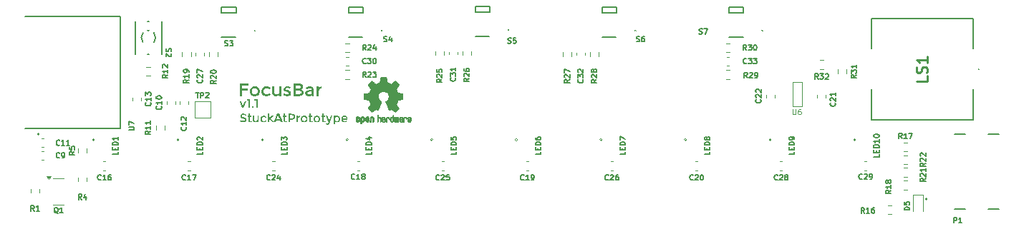
<source format=gbr>
%TF.GenerationSoftware,KiCad,Pcbnew,9.0.7*%
%TF.CreationDate,2026-02-03T10:56:02-06:00*%
%TF.ProjectId,FocusBeam,466f6375-7342-4656-916d-2e6b69636164,rev?*%
%TF.SameCoordinates,Original*%
%TF.FileFunction,Legend,Top*%
%TF.FilePolarity,Positive*%
%FSLAX46Y46*%
G04 Gerber Fmt 4.6, Leading zero omitted, Abs format (unit mm)*
G04 Created by KiCad (PCBNEW 9.0.7) date 2026-02-03 10:56:02*
%MOMM*%
%LPD*%
G01*
G04 APERTURE LIST*
%ADD10C,0.127000*%
%ADD11C,0.101600*%
%ADD12C,0.150000*%
%ADD13C,0.158750*%
%ADD14C,0.125000*%
%ADD15C,0.254000*%
%ADD16C,0.120000*%
%ADD17C,0.200000*%
%ADD18C,0.100000*%
%ADD19C,0.050000*%
%ADD20C,0.152400*%
%ADD21C,0.010000*%
G04 APERTURE END LIST*
D10*
G36*
X86595523Y-81328200D02*
G01*
X86291352Y-80572022D01*
X86456249Y-80572022D01*
X86686532Y-81143389D01*
X86916816Y-80572022D01*
X87081650Y-80572022D01*
X86777480Y-81328200D01*
X86595523Y-81328200D01*
G37*
G36*
X87134134Y-80334666D02*
G01*
X87495194Y-80334666D01*
X87495194Y-81328200D01*
X87336005Y-81328200D01*
X87336005Y-80483867D01*
X87134134Y-80483867D01*
X87134134Y-80334666D01*
G37*
G36*
X87759226Y-81308285D02*
G01*
X87742212Y-81285922D01*
X87732142Y-81261100D01*
X87728703Y-81232972D01*
X87732156Y-81204865D01*
X87742236Y-81180283D01*
X87759226Y-81158340D01*
X87781173Y-81141313D01*
X87805755Y-81131215D01*
X87833857Y-81127756D01*
X87862023Y-81131202D01*
X87886864Y-81141293D01*
X87909233Y-81158340D01*
X87926669Y-81180336D01*
X87936976Y-81204915D01*
X87940500Y-81232972D01*
X87936991Y-81261051D01*
X87926693Y-81285869D01*
X87909233Y-81308285D01*
X87886815Y-81325742D01*
X87861977Y-81336041D01*
X87833857Y-81339552D01*
X87805801Y-81336029D01*
X87781222Y-81325721D01*
X87759226Y-81308285D01*
G37*
G36*
X88029462Y-80334666D02*
G01*
X88390521Y-80334666D01*
X88390521Y-81328200D01*
X88231333Y-81328200D01*
X88231333Y-80483867D01*
X88029462Y-80483867D01*
X88029462Y-80334666D01*
G37*
G36*
X86718482Y-82172259D02*
G01*
X86670458Y-82175923D01*
X86630945Y-82186138D01*
X86598377Y-82202162D01*
X86572432Y-82225312D01*
X86556949Y-82254713D01*
X86551476Y-82292426D01*
X86556898Y-82330196D01*
X86572360Y-82360361D01*
X86598377Y-82384801D01*
X86632418Y-82402856D01*
X86694831Y-82425595D01*
X86798076Y-82453724D01*
X86898148Y-82484144D01*
X86973300Y-82519081D01*
X87028360Y-82557513D01*
X87061221Y-82593386D01*
X87085218Y-82636976D01*
X87100410Y-82689892D01*
X87105845Y-82754359D01*
X87099510Y-82817289D01*
X87081183Y-82872442D01*
X87050970Y-82921462D01*
X87007764Y-82965411D01*
X86956909Y-82999774D01*
X86898106Y-83024991D01*
X86829905Y-83040842D01*
X86750493Y-83046432D01*
X86659051Y-83039966D01*
X86572881Y-83020879D01*
X86490976Y-82989235D01*
X86412500Y-82944549D01*
X86336826Y-82885817D01*
X86442042Y-82759322D01*
X86521794Y-82818878D01*
X86599767Y-82859134D01*
X86677001Y-82882437D01*
X86754774Y-82890097D01*
X86807800Y-82885762D01*
X86849931Y-82873829D01*
X86883378Y-82855294D01*
X86910119Y-82829163D01*
X86925687Y-82798848D01*
X86931023Y-82762858D01*
X86925878Y-82726778D01*
X86911127Y-82697500D01*
X86886232Y-82673338D01*
X86832368Y-82645512D01*
X86732006Y-82615084D01*
X86629504Y-82588032D01*
X86565683Y-82566757D01*
X86511592Y-82541059D01*
X86464810Y-82509186D01*
X86427241Y-82472607D01*
X86400014Y-82427620D01*
X86382818Y-82372455D01*
X86376654Y-82304524D01*
X86383343Y-82237481D01*
X86402368Y-82181033D01*
X86433225Y-82132996D01*
X86476845Y-82091983D01*
X86528524Y-82060043D01*
X86586346Y-82036811D01*
X86651364Y-82022379D01*
X86724872Y-82017351D01*
X86819368Y-82025099D01*
X86913963Y-82048618D01*
X86974724Y-82072809D01*
X87028500Y-82102219D01*
X87076005Y-82136774D01*
X86986423Y-82263269D01*
X86936797Y-82228253D01*
X86867000Y-82197881D01*
X86791461Y-82178536D01*
X86718482Y-82172259D01*
G37*
G36*
X87469758Y-82406824D02*
G01*
X87469758Y-82790589D01*
X87473207Y-82825566D01*
X87482834Y-82853766D01*
X87498171Y-82876635D01*
X87519053Y-82894032D01*
X87545068Y-82904758D01*
X87577766Y-82908585D01*
X87609934Y-82903537D01*
X87642258Y-82887720D01*
X87675847Y-82858830D01*
X87741235Y-82971119D01*
X87696943Y-83004861D01*
X87651692Y-83028101D01*
X87604887Y-83041832D01*
X87555742Y-83046432D01*
X87506256Y-83041934D01*
X87461462Y-83028795D01*
X87420390Y-83007052D01*
X87382347Y-82976082D01*
X87351577Y-82938804D01*
X87329329Y-82895588D01*
X87315455Y-82845278D01*
X87310569Y-82786308D01*
X87310569Y-82406824D01*
X87215280Y-82406824D01*
X87215280Y-82278902D01*
X87310569Y-82278902D01*
X87310569Y-82041546D01*
X87469758Y-82041546D01*
X87469758Y-82278902D01*
X87668713Y-82278902D01*
X87668713Y-82406824D01*
X87469758Y-82406824D01*
G37*
G36*
X88396911Y-82688227D02*
G01*
X88396911Y-82278902D01*
X88556100Y-82278902D01*
X88556100Y-83035080D01*
X88396911Y-83035080D01*
X88396911Y-82897232D01*
X88367953Y-82940516D01*
X88332822Y-82976792D01*
X88291013Y-83006666D01*
X88244691Y-83028810D01*
X88196384Y-83041995D01*
X88145349Y-83046432D01*
X88082321Y-83041180D01*
X88027791Y-83026169D01*
X87980232Y-83001945D01*
X87938515Y-82968265D01*
X87905361Y-82927013D01*
X87880844Y-82876908D01*
X87865209Y-82816120D01*
X87859603Y-82742262D01*
X87859603Y-82278902D01*
X88018854Y-82278902D01*
X88018854Y-82693934D01*
X88024841Y-82764374D01*
X88040812Y-82816183D01*
X88064895Y-82853788D01*
X88096905Y-82880250D01*
X88138369Y-82896854D01*
X88192249Y-82902877D01*
X88245134Y-82896727D01*
X88292511Y-82878657D01*
X88335804Y-82848160D01*
X88361672Y-82818907D01*
X88380612Y-82783438D01*
X88392617Y-82740463D01*
X88396911Y-82688227D01*
G37*
G36*
X89121760Y-83046432D02*
G01*
X89044848Y-83039585D01*
X88974850Y-83019554D01*
X88910341Y-82986385D01*
X88850283Y-82939169D01*
X88809633Y-82893977D01*
X88778204Y-82844101D01*
X88755478Y-82788882D01*
X88741437Y-82727384D01*
X88736568Y-82658449D01*
X88741598Y-82589774D01*
X88756138Y-82528253D01*
X88779762Y-82472731D01*
X88812582Y-82422291D01*
X88855246Y-82376301D01*
X88917666Y-82328821D01*
X88985822Y-82295141D01*
X89060893Y-82274615D01*
X89144465Y-82267549D01*
X89227578Y-82275127D01*
X89302334Y-82297203D01*
X89370427Y-82333650D01*
X89433065Y-82385483D01*
X89339264Y-82500625D01*
X89287179Y-82461404D01*
X89237395Y-82435193D01*
X89189181Y-82420201D01*
X89141674Y-82415323D01*
X89077867Y-82422766D01*
X89020879Y-82444612D01*
X88968961Y-82481455D01*
X88936938Y-82516885D01*
X88914334Y-82556484D01*
X88900538Y-82601105D01*
X88895756Y-82651997D01*
X88900406Y-82702876D01*
X88913960Y-82748696D01*
X88936351Y-82790490D01*
X88968216Y-82828990D01*
X89006702Y-82860785D01*
X89048709Y-82883183D01*
X89094999Y-82896776D01*
X89146637Y-82901450D01*
X89196942Y-82895844D01*
X89246357Y-82878787D01*
X89295904Y-82849138D01*
X89346336Y-82804796D01*
X89440137Y-82907158D01*
X89381570Y-82958601D01*
X89321061Y-82997349D01*
X89258104Y-83024572D01*
X89191973Y-83040909D01*
X89121760Y-83046432D01*
G37*
G36*
X89764408Y-83035080D02*
G01*
X89605219Y-83035080D01*
X89605219Y-81980377D01*
X89764408Y-81980377D01*
X89764408Y-82600133D01*
X90071433Y-82278902D01*
X90276095Y-82278902D01*
X89988984Y-82578792D01*
X90297436Y-83035080D01*
X90104126Y-83035080D01*
X89879550Y-82703922D01*
X89764408Y-82820429D01*
X89764408Y-83035080D01*
G37*
G36*
X91370626Y-83035080D02*
G01*
X91191523Y-83035080D01*
X91092014Y-82809076D01*
X90594534Y-82809076D01*
X90495026Y-83035080D01*
X90315923Y-83035080D01*
X90483772Y-82654168D01*
X90662776Y-82654168D01*
X91023773Y-82654168D01*
X90843243Y-82244781D01*
X90662776Y-82654168D01*
X90483772Y-82654168D01*
X90753723Y-82041546D01*
X90932826Y-82041546D01*
X91370626Y-83035080D01*
G37*
G36*
X91647624Y-82406824D02*
G01*
X91647624Y-82790589D01*
X91651072Y-82825566D01*
X91660700Y-82853766D01*
X91676037Y-82876635D01*
X91696918Y-82894032D01*
X91722934Y-82904758D01*
X91755632Y-82908585D01*
X91787800Y-82903537D01*
X91820124Y-82887720D01*
X91853713Y-82858830D01*
X91919101Y-82971119D01*
X91874809Y-83004861D01*
X91829558Y-83028101D01*
X91782753Y-83041832D01*
X91733608Y-83046432D01*
X91684122Y-83041934D01*
X91639328Y-83028795D01*
X91598256Y-83007052D01*
X91560213Y-82976082D01*
X91529442Y-82938804D01*
X91507195Y-82895588D01*
X91493320Y-82845278D01*
X91488435Y-82786308D01*
X91488435Y-82406824D01*
X91393145Y-82406824D01*
X91393145Y-82278902D01*
X91488435Y-82278902D01*
X91488435Y-82041546D01*
X91647624Y-82041546D01*
X91647624Y-82278902D01*
X91846579Y-82278902D01*
X91846579Y-82406824D01*
X91647624Y-82406824D01*
G37*
G36*
X92525946Y-82048230D02*
G01*
X92616505Y-82066307D01*
X92686399Y-82093442D01*
X92739673Y-82128275D01*
X92775532Y-82164802D01*
X92803963Y-82208452D01*
X92825144Y-82260353D01*
X92838648Y-82322059D01*
X92843462Y-82395471D01*
X92838537Y-82468817D01*
X92824752Y-82530119D01*
X92803156Y-82581381D01*
X92774172Y-82624228D01*
X92737564Y-82659814D01*
X92683418Y-82693691D01*
X92613728Y-82719938D01*
X92524917Y-82737306D01*
X92412735Y-82743689D01*
X92236486Y-82743689D01*
X92236486Y-83035080D01*
X92068736Y-83035080D01*
X92068736Y-82591572D01*
X92236486Y-82591572D01*
X92431222Y-82591572D01*
X92503437Y-82587238D01*
X92556393Y-82575824D01*
X92594396Y-82559177D01*
X92620933Y-82538282D01*
X92647763Y-82499719D01*
X92665068Y-82448838D01*
X92671432Y-82381947D01*
X92666810Y-82330911D01*
X92654134Y-82291114D01*
X92634402Y-82260119D01*
X92607471Y-82236282D01*
X92562485Y-82214484D01*
X92497786Y-82199395D01*
X92407089Y-82193600D01*
X92236486Y-82193600D01*
X92236486Y-82591572D01*
X92068736Y-82591572D01*
X92068736Y-82041546D01*
X92409881Y-82041546D01*
X92525946Y-82048230D01*
G37*
G36*
X93415326Y-82428165D02*
G01*
X93357338Y-82433469D01*
X93309662Y-82448351D01*
X93270235Y-82472051D01*
X93237650Y-82504905D01*
X93212625Y-82544409D01*
X93194014Y-82591005D01*
X93182179Y-82646003D01*
X93177969Y-82710995D01*
X93177969Y-83035080D01*
X93018781Y-83035080D01*
X93018781Y-82278902D01*
X93177969Y-82278902D01*
X93177969Y-82430957D01*
X93206743Y-82386312D01*
X93241434Y-82347638D01*
X93282441Y-82314450D01*
X93328126Y-82288660D01*
X93374531Y-82273256D01*
X93422460Y-82267549D01*
X93423887Y-82428165D01*
X93415326Y-82428165D01*
G37*
G36*
X94000329Y-82274921D02*
G01*
X94074420Y-82296262D01*
X94140955Y-82331229D01*
X94201219Y-82380582D01*
X94251224Y-82440599D01*
X94286361Y-82505827D01*
X94307633Y-82577424D01*
X94314934Y-82657022D01*
X94307635Y-82736587D01*
X94286366Y-82808174D01*
X94251229Y-82873414D01*
X94201219Y-82933462D01*
X94140958Y-82982785D01*
X94074424Y-83017734D01*
X94000333Y-83039064D01*
X93916900Y-83046432D01*
X93833501Y-83039065D01*
X93759430Y-83017736D01*
X93692905Y-82982788D01*
X93632644Y-82933462D01*
X93582633Y-82873414D01*
X93547497Y-82808174D01*
X93526227Y-82736587D01*
X93518929Y-82657022D01*
X93678117Y-82657022D01*
X93682626Y-82710881D01*
X93695546Y-82757780D01*
X93716460Y-82798971D01*
X93745614Y-82835380D01*
X93781503Y-82865432D01*
X93821417Y-82886750D01*
X93866169Y-82899788D01*
X93916900Y-82904304D01*
X93967665Y-82899786D01*
X94012426Y-82886745D01*
X94052328Y-82865427D01*
X94088186Y-82835380D01*
X94117370Y-82798968D01*
X94138302Y-82757775D01*
X94151234Y-82710877D01*
X94155745Y-82657022D01*
X94151233Y-82603133D01*
X94138300Y-82556215D01*
X94117367Y-82515014D01*
X94088186Y-82478601D01*
X94052328Y-82448554D01*
X94012426Y-82427236D01*
X93967665Y-82414195D01*
X93916900Y-82409678D01*
X93866169Y-82414193D01*
X93821417Y-82427232D01*
X93781503Y-82448549D01*
X93745614Y-82478601D01*
X93716463Y-82515010D01*
X93695549Y-82556210D01*
X93682626Y-82603130D01*
X93678117Y-82657022D01*
X93518929Y-82657022D01*
X93526229Y-82577424D01*
X93547502Y-82505827D01*
X93582639Y-82440599D01*
X93632644Y-82380582D01*
X93692909Y-82331226D01*
X93759435Y-82296259D01*
X93833504Y-82274920D01*
X93916900Y-82267549D01*
X94000329Y-82274921D01*
G37*
G36*
X94680026Y-82406824D02*
G01*
X94680026Y-82790589D01*
X94683474Y-82825566D01*
X94693102Y-82853766D01*
X94708439Y-82876635D01*
X94729320Y-82894032D01*
X94755336Y-82904758D01*
X94788033Y-82908585D01*
X94820202Y-82903537D01*
X94852526Y-82887720D01*
X94886115Y-82858830D01*
X94951503Y-82971119D01*
X94907211Y-83004861D01*
X94861960Y-83028101D01*
X94815155Y-83041832D01*
X94766010Y-83046432D01*
X94716524Y-83041934D01*
X94671730Y-83028795D01*
X94630658Y-83007052D01*
X94592615Y-82976082D01*
X94561844Y-82938804D01*
X94539597Y-82895588D01*
X94525722Y-82845278D01*
X94520837Y-82786308D01*
X94520837Y-82406824D01*
X94425547Y-82406824D01*
X94425547Y-82278902D01*
X94520837Y-82278902D01*
X94520837Y-82041546D01*
X94680026Y-82041546D01*
X94680026Y-82278902D01*
X94878981Y-82278902D01*
X94878981Y-82406824D01*
X94680026Y-82406824D01*
G37*
G36*
X95504123Y-82274921D02*
G01*
X95578213Y-82296262D01*
X95644748Y-82331229D01*
X95705012Y-82380582D01*
X95755018Y-82440599D01*
X95790155Y-82505827D01*
X95811427Y-82577424D01*
X95818728Y-82657022D01*
X95811429Y-82736587D01*
X95790159Y-82808174D01*
X95755023Y-82873414D01*
X95705012Y-82933462D01*
X95644752Y-82982785D01*
X95578218Y-83017734D01*
X95504126Y-83039064D01*
X95420694Y-83046432D01*
X95337294Y-83039065D01*
X95263223Y-83017736D01*
X95196698Y-82982788D01*
X95136437Y-82933462D01*
X95086427Y-82873414D01*
X95051290Y-82808174D01*
X95030021Y-82736587D01*
X95022722Y-82657022D01*
X95181911Y-82657022D01*
X95186419Y-82710881D01*
X95199340Y-82757780D01*
X95220254Y-82798971D01*
X95249408Y-82835380D01*
X95285297Y-82865432D01*
X95325210Y-82886750D01*
X95369963Y-82899788D01*
X95420694Y-82904304D01*
X95471459Y-82899786D01*
X95516220Y-82886745D01*
X95556121Y-82865427D01*
X95591980Y-82835380D01*
X95621163Y-82798968D01*
X95642096Y-82757775D01*
X95655027Y-82710877D01*
X95659539Y-82657022D01*
X95655026Y-82603133D01*
X95642093Y-82556215D01*
X95621160Y-82515014D01*
X95591980Y-82478601D01*
X95556121Y-82448554D01*
X95516220Y-82427236D01*
X95471459Y-82414195D01*
X95420694Y-82409678D01*
X95369963Y-82414193D01*
X95325210Y-82427232D01*
X95285297Y-82448549D01*
X95249408Y-82478601D01*
X95220257Y-82515010D01*
X95199342Y-82556210D01*
X95186420Y-82603130D01*
X95181911Y-82657022D01*
X95022722Y-82657022D01*
X95030023Y-82577424D01*
X95051295Y-82505827D01*
X95086432Y-82440599D01*
X95136437Y-82380582D01*
X95196702Y-82331226D01*
X95263228Y-82296259D01*
X95337298Y-82274920D01*
X95420694Y-82267549D01*
X95504123Y-82274921D01*
G37*
G36*
X96183819Y-82406824D02*
G01*
X96183819Y-82790589D01*
X96187268Y-82825566D01*
X96196895Y-82853766D01*
X96212233Y-82876635D01*
X96233114Y-82894032D01*
X96259129Y-82904758D01*
X96291827Y-82908585D01*
X96323996Y-82903537D01*
X96356319Y-82887720D01*
X96389909Y-82858830D01*
X96455296Y-82971119D01*
X96411004Y-83004861D01*
X96365753Y-83028101D01*
X96318948Y-83041832D01*
X96269804Y-83046432D01*
X96220318Y-83041934D01*
X96175523Y-83028795D01*
X96134451Y-83007052D01*
X96096408Y-82976082D01*
X96065638Y-82938804D01*
X96043390Y-82895588D01*
X96029516Y-82845278D01*
X96024631Y-82786308D01*
X96024631Y-82406824D01*
X95929341Y-82406824D01*
X95929341Y-82278902D01*
X96024631Y-82278902D01*
X96024631Y-82041546D01*
X96183819Y-82041546D01*
X96183819Y-82278902D01*
X96382774Y-82278902D01*
X96382774Y-82406824D01*
X96183819Y-82406824D01*
G37*
G36*
X96677453Y-83336397D02*
G01*
X96627168Y-83331758D01*
X96579644Y-83317962D01*
X96534074Y-83294709D01*
X96489851Y-83261083D01*
X96562311Y-83131734D01*
X96597527Y-83158792D01*
X96631534Y-83173810D01*
X96665356Y-83178635D01*
X96699135Y-83174239D01*
X96727590Y-83161547D01*
X96752022Y-83140233D01*
X96770952Y-83113233D01*
X96781851Y-83085533D01*
X96785461Y-83056420D01*
X96754608Y-82969289D01*
X96479863Y-82278902D01*
X96650467Y-82278902D01*
X96876470Y-82836063D01*
X97102473Y-82278902D01*
X97273015Y-82278902D01*
X96906310Y-83177208D01*
X96880896Y-83223707D01*
X96849694Y-83262260D01*
X96812447Y-83293777D01*
X96770082Y-83317544D01*
X96725384Y-83331642D01*
X96677453Y-83336397D01*
G37*
G36*
X97877271Y-82274268D02*
G01*
X97944430Y-82293899D01*
X98006101Y-82326400D01*
X98063313Y-82372703D01*
X98109837Y-82428500D01*
X98143313Y-82492595D01*
X98164093Y-82566605D01*
X98171383Y-82652741D01*
X98164199Y-82738821D01*
X98143631Y-82813629D01*
X98110373Y-82879189D01*
X98064057Y-82936998D01*
X98006806Y-82985836D01*
X97946706Y-83019569D01*
X97882832Y-83039642D01*
X97813859Y-83046432D01*
X97745754Y-83038953D01*
X97681163Y-83016533D01*
X97618674Y-82978129D01*
X97557334Y-82921364D01*
X97557334Y-83310837D01*
X97398145Y-83310837D01*
X97398145Y-82658449D01*
X97554480Y-82658449D01*
X97558847Y-82711663D01*
X97571372Y-82758145D01*
X97591643Y-82799087D01*
X97619868Y-82835380D01*
X97654803Y-82865865D01*
X97692490Y-82887130D01*
X97733589Y-82899928D01*
X97779056Y-82904304D01*
X97838852Y-82896744D01*
X97892768Y-82874370D01*
X97942526Y-82836125D01*
X97972716Y-82799905D01*
X97994281Y-82759004D01*
X98007565Y-82712504D01*
X98012194Y-82659131D01*
X98007695Y-82605724D01*
X97994720Y-82558538D01*
X97973581Y-82516442D01*
X97943952Y-82478601D01*
X97907472Y-82446718D01*
X97868548Y-82424586D01*
X97826533Y-82411335D01*
X97780483Y-82406824D01*
X97734420Y-82411374D01*
X97692919Y-82424678D01*
X97654962Y-82446804D01*
X97619868Y-82478601D01*
X97591553Y-82516277D01*
X97571279Y-82558219D01*
X97558807Y-82605247D01*
X97554480Y-82658449D01*
X97398145Y-82658449D01*
X97398145Y-82278902D01*
X97557334Y-82278902D01*
X97557334Y-82411104D01*
X97599135Y-82357318D01*
X97644015Y-82317541D01*
X97692352Y-82289861D01*
X97744994Y-82273231D01*
X97803189Y-82267549D01*
X97877271Y-82274268D01*
G37*
G36*
X98763197Y-82273637D02*
G01*
X98831328Y-82291296D01*
X98893109Y-82320173D01*
X98949583Y-82360668D01*
X98996227Y-82410768D01*
X99029608Y-82469023D01*
X99050309Y-82537052D01*
X99057591Y-82617194D01*
X99057591Y-82726628D01*
X98464883Y-82726628D01*
X98475793Y-82778057D01*
X98500438Y-82821781D01*
X98540197Y-82859575D01*
X98588691Y-82887526D01*
X98641345Y-82904292D01*
X98699385Y-82910012D01*
X98769484Y-82903809D01*
X98827394Y-82886395D01*
X98875497Y-82858694D01*
X98915463Y-82820429D01*
X99006410Y-82919938D01*
X98955083Y-82965094D01*
X98898469Y-83000058D01*
X98835825Y-83025365D01*
X98766107Y-83041008D01*
X98688032Y-83046432D01*
X98610269Y-83039607D01*
X98540147Y-83019726D01*
X98476168Y-82986963D01*
X98417238Y-82940534D01*
X98377698Y-82896105D01*
X98346917Y-82846353D01*
X98324500Y-82790530D01*
X98310557Y-82727596D01*
X98305694Y-82656277D01*
X98309494Y-82601560D01*
X98464883Y-82601560D01*
X98898402Y-82601560D01*
X98891220Y-82540790D01*
X98871168Y-82493003D01*
X98838722Y-82455151D01*
X98796464Y-82427024D01*
X98747981Y-82409919D01*
X98691569Y-82403970D01*
X98635085Y-82409931D01*
X98583132Y-82427549D01*
X98534489Y-82457261D01*
X98503878Y-82486454D01*
X98482458Y-82519622D01*
X98469417Y-82557563D01*
X98464883Y-82601560D01*
X98309494Y-82601560D01*
X98310643Y-82585024D01*
X98324833Y-82522214D01*
X98347658Y-82466542D01*
X98379036Y-82416955D01*
X98419409Y-82372703D01*
X98479387Y-82326325D01*
X98543325Y-82293809D01*
X98612202Y-82274225D01*
X98687350Y-82267549D01*
X98763197Y-82273637D01*
G37*
D11*
G36*
X86584352Y-78675122D02*
G01*
X86584352Y-79078522D01*
X87245332Y-79078522D01*
X87245332Y-79316839D01*
X86584352Y-79316839D01*
X86584352Y-79930920D01*
X86326771Y-79930920D01*
X86326771Y-78434664D01*
X87326291Y-78434664D01*
X87324244Y-78675122D01*
X86584352Y-78675122D01*
G37*
G36*
X88200384Y-78784781D02*
G01*
X88312050Y-78816948D01*
X88412336Y-78869657D01*
X88503177Y-78944055D01*
X88578601Y-79034576D01*
X88631593Y-79132935D01*
X88663672Y-79240874D01*
X88674680Y-79360855D01*
X88663673Y-79480787D01*
X88631597Y-79588695D01*
X88578605Y-79687040D01*
X88503177Y-79777562D01*
X88412336Y-79851960D01*
X88312050Y-79904669D01*
X88200384Y-79936837D01*
X88074652Y-79947949D01*
X87948970Y-79936840D01*
X87837318Y-79904676D01*
X87737014Y-79851968D01*
X87646127Y-79777562D01*
X87570743Y-79687046D01*
X87517779Y-79588703D01*
X87485719Y-79480792D01*
X87474716Y-79360855D01*
X87719455Y-79360855D01*
X87726163Y-79441055D01*
X87745388Y-79510873D01*
X87776500Y-79572177D01*
X87819863Y-79626345D01*
X87873201Y-79671008D01*
X87932555Y-79702698D01*
X87999138Y-79722085D01*
X88074652Y-79728801D01*
X88150215Y-79722083D01*
X88216829Y-79702694D01*
X88276196Y-79671004D01*
X88329534Y-79626345D01*
X88372897Y-79572177D01*
X88404009Y-79510873D01*
X88423233Y-79441055D01*
X88429942Y-79360855D01*
X88423230Y-79280604D01*
X88404002Y-79210773D01*
X88372890Y-79149488D01*
X88329534Y-79095365D01*
X88276190Y-79050662D01*
X88216821Y-79018944D01*
X88150210Y-78999539D01*
X88074652Y-78992817D01*
X87999144Y-78999538D01*
X87932562Y-79018940D01*
X87873207Y-79050658D01*
X87819863Y-79095365D01*
X87776507Y-79149488D01*
X87745395Y-79210773D01*
X87726166Y-79280604D01*
X87719455Y-79360855D01*
X87474716Y-79360855D01*
X87485720Y-79240869D01*
X87517783Y-79132928D01*
X87570748Y-79034571D01*
X87646127Y-78944055D01*
X87737014Y-78869650D01*
X87837318Y-78816941D01*
X87948970Y-78784778D01*
X88074652Y-78773669D01*
X88200384Y-78784781D01*
G37*
G36*
X89446119Y-79947949D02*
G01*
X89330164Y-79937624D01*
X89224619Y-79907423D01*
X89127340Y-79857411D01*
X89036763Y-79786217D01*
X88975489Y-79718078D01*
X88928114Y-79642880D01*
X88893858Y-79559629D01*
X88872693Y-79466916D01*
X88865353Y-79362996D01*
X88872937Y-79259470D01*
X88894861Y-79166725D01*
X88930480Y-79083021D01*
X88979968Y-79006975D01*
X89044301Y-78937634D01*
X89138422Y-78866043D01*
X89241170Y-78815263D01*
X89354323Y-78784320D01*
X89480271Y-78773669D01*
X89581401Y-78781068D01*
X89674401Y-78802697D01*
X89760658Y-78838238D01*
X89841287Y-78888093D01*
X89917078Y-78953361D01*
X89772747Y-79130540D01*
X89693748Y-79070941D01*
X89618748Y-79031246D01*
X89546606Y-79008621D01*
X89475990Y-79001285D01*
X89380993Y-79012359D01*
X89296188Y-79044854D01*
X89218968Y-79099646D01*
X89171347Y-79152340D01*
X89137728Y-79211253D01*
X89117205Y-79277657D01*
X89110092Y-79353411D01*
X89117013Y-79429092D01*
X89137185Y-79497244D01*
X89170513Y-79559405D01*
X89217944Y-79616668D01*
X89275184Y-79663993D01*
X89337666Y-79697331D01*
X89406522Y-79717563D01*
X89483341Y-79724520D01*
X89558102Y-79716091D01*
X89632010Y-79690364D01*
X89706616Y-79645485D01*
X89783077Y-79578142D01*
X89927779Y-79736152D01*
X89838640Y-79814512D01*
X89746824Y-79873453D01*
X89651570Y-79914803D01*
X89551788Y-79939581D01*
X89446119Y-79947949D01*
G37*
G36*
X90961451Y-79407663D02*
G01*
X90961451Y-78790698D01*
X91206190Y-78790698D01*
X91206190Y-79930920D01*
X90961451Y-79930920D01*
X90961451Y-79732709D01*
X90921608Y-79791513D01*
X90870606Y-79843063D01*
X90807164Y-79887834D01*
X90737169Y-79921311D01*
X90664183Y-79941241D01*
X90587085Y-79947949D01*
X90491956Y-79940017D01*
X90409614Y-79917346D01*
X90337759Y-79880751D01*
X90274694Y-79829860D01*
X90224593Y-79767494D01*
X90187558Y-79691818D01*
X90163951Y-79600085D01*
X90155489Y-79488715D01*
X90155489Y-78790698D01*
X90400320Y-78790698D01*
X90400320Y-79416224D01*
X90409207Y-79520922D01*
X90432906Y-79597911D01*
X90468634Y-79653775D01*
X90516106Y-79693071D01*
X90577577Y-79717721D01*
X90657436Y-79726660D01*
X90736050Y-79717525D01*
X90806438Y-79690694D01*
X90870721Y-79645422D01*
X90909115Y-79601991D01*
X90937238Y-79549289D01*
X90955070Y-79485386D01*
X90961451Y-79407663D01*
G37*
G36*
X92359626Y-79588844D02*
G01*
X92351863Y-79668304D01*
X92329561Y-79737009D01*
X92293092Y-79797144D01*
X92241351Y-79850146D01*
X92179979Y-79891916D01*
X92110168Y-79922330D01*
X92030392Y-79941302D01*
X91938731Y-79947949D01*
X91814234Y-79937087D01*
X91680871Y-79903096D01*
X91553597Y-79848201D01*
X91442274Y-79775050D01*
X91560456Y-79584563D01*
X91666034Y-79654164D01*
X91764337Y-79700486D01*
X91856846Y-79726767D01*
X91945152Y-79735222D01*
X92019099Y-79725351D01*
X92070964Y-79698743D01*
X92096817Y-79671737D01*
X92111827Y-79641252D01*
X92116934Y-79605966D01*
X92107919Y-79573272D01*
X92076658Y-79538317D01*
X92011017Y-79499046D01*
X91893040Y-79455308D01*
X91867636Y-79446839D01*
X91743121Y-79404610D01*
X91652156Y-79357212D01*
X91587888Y-79305856D01*
X91544963Y-79250710D01*
X91519892Y-79190803D01*
X91511415Y-79124119D01*
X91519405Y-79047266D01*
X91542466Y-78980491D01*
X91580486Y-78921627D01*
X91634994Y-78869331D01*
X91698721Y-78828834D01*
X91772191Y-78799031D01*
X91857133Y-78780278D01*
X91955667Y-78773669D01*
X92052180Y-78780854D01*
X92146208Y-78802381D01*
X92238733Y-78838667D01*
X92330592Y-78890734D01*
X92238280Y-79073031D01*
X92141217Y-79020893D01*
X92041244Y-78990222D01*
X91936591Y-78979975D01*
X91857199Y-78988236D01*
X91799891Y-79010311D01*
X91770626Y-79034096D01*
X91753603Y-79063578D01*
X91747686Y-79100669D01*
X91753587Y-79133037D01*
X91770810Y-79158596D01*
X91801380Y-79179023D01*
X91843753Y-79196387D01*
X91908674Y-79215129D01*
X92031322Y-79249280D01*
X92134987Y-79287713D01*
X92185487Y-79312455D01*
X92243119Y-79347641D01*
X92293414Y-79391090D01*
X92329262Y-79444269D01*
X92351645Y-79509139D01*
X92359626Y-79588844D01*
G37*
G36*
X93388039Y-78444427D02*
G01*
X93504221Y-78471142D01*
X93575360Y-78500180D01*
X93629078Y-78533274D01*
X93668559Y-78569968D01*
X93726529Y-78651886D01*
X93760331Y-78738449D01*
X93771665Y-78832015D01*
X93763828Y-78918954D01*
X93741949Y-78989676D01*
X93707308Y-79047451D01*
X93659532Y-79094527D01*
X93603791Y-79132122D01*
X93558659Y-79152967D01*
X93641371Y-79179699D01*
X93711828Y-79220806D01*
X93771944Y-79276825D01*
X93817415Y-79344646D01*
X93845114Y-79422860D01*
X93854765Y-79514305D01*
X93848018Y-79590646D01*
X93828128Y-79661480D01*
X93794952Y-79728064D01*
X93747471Y-79791335D01*
X93695312Y-79837578D01*
X93629088Y-79875533D01*
X93546009Y-79904764D01*
X93442547Y-79923937D01*
X93314572Y-79930920D01*
X92659081Y-79930920D01*
X92659081Y-79692602D01*
X92916662Y-79692602D01*
X93308151Y-79692602D01*
X93399588Y-79686918D01*
X93468002Y-79671815D01*
X93518365Y-79649517D01*
X93556871Y-79614716D01*
X93581544Y-79562629D01*
X93590856Y-79486575D01*
X93583079Y-79429989D01*
X93560967Y-79384736D01*
X93523954Y-79347982D01*
X93468456Y-79318917D01*
X93388460Y-79298911D01*
X93276139Y-79291249D01*
X92916662Y-79291249D01*
X92916662Y-79692602D01*
X92659081Y-79692602D01*
X92659081Y-79052931D01*
X92916662Y-79052931D01*
X93233519Y-79052931D01*
X93343859Y-79043189D01*
X93417741Y-79018170D01*
X93465455Y-78981714D01*
X93493530Y-78933778D01*
X93503476Y-78870447D01*
X93495371Y-78803655D01*
X93473339Y-78754778D01*
X93438337Y-78719230D01*
X93392369Y-78695492D01*
X93326877Y-78679206D01*
X93235660Y-78672981D01*
X92916662Y-78672981D01*
X92916662Y-79052931D01*
X92659081Y-79052931D01*
X92659081Y-78434664D01*
X93242081Y-78434664D01*
X93388039Y-78444427D01*
G37*
G36*
X94698478Y-78780662D02*
G01*
X94785466Y-78800566D01*
X94861183Y-78832342D01*
X94927334Y-78875752D01*
X94981101Y-78931116D01*
X95020681Y-79000733D01*
X95046024Y-79087764D01*
X95055194Y-79196610D01*
X95055194Y-79930920D01*
X94831765Y-79930920D01*
X94831765Y-79784728D01*
X94758045Y-79855525D01*
X94672775Y-79905917D01*
X94573660Y-79937033D01*
X94457306Y-79947949D01*
X94369274Y-79941192D01*
X94291853Y-79921791D01*
X94223264Y-79890438D01*
X94162130Y-79846983D01*
X94111114Y-79792576D01*
X94074943Y-79730592D01*
X94052725Y-79659517D01*
X94044972Y-79577119D01*
X94045507Y-79571907D01*
X94289804Y-79571907D01*
X94297090Y-79622943D01*
X94317844Y-79663625D01*
X94352710Y-79696510D01*
X94396774Y-79719125D01*
X94454249Y-79734007D01*
X94528680Y-79739502D01*
X94601999Y-79732259D01*
X94667245Y-79711190D01*
X94726146Y-79676317D01*
X94773174Y-79628978D01*
X94800874Y-79573081D01*
X94810455Y-79505744D01*
X94810455Y-79412781D01*
X94544779Y-79412781D01*
X94439048Y-79421564D01*
X94369033Y-79443948D01*
X94324534Y-79476125D01*
X94298809Y-79517719D01*
X94289804Y-79571907D01*
X94045507Y-79571907D01*
X94053386Y-79495114D01*
X94077140Y-79427491D01*
X94115485Y-79371199D01*
X94169668Y-79324377D01*
X94256767Y-79279920D01*
X94367072Y-79251061D01*
X94506347Y-79240533D01*
X94812596Y-79240533D01*
X94812596Y-79200891D01*
X94805141Y-79130335D01*
X94784743Y-79076568D01*
X94752630Y-79035604D01*
X94707637Y-79005205D01*
X94646422Y-78985264D01*
X94563949Y-78977835D01*
X94488475Y-78984417D01*
X94409253Y-79004842D01*
X94325104Y-79040676D01*
X94234901Y-79094155D01*
X94124908Y-78940240D01*
X94234358Y-78866723D01*
X94348705Y-78815124D01*
X94469356Y-78784154D01*
X94598100Y-78773669D01*
X94698478Y-78780662D01*
G37*
G36*
X95980269Y-79020548D02*
G01*
X95894022Y-79028439D01*
X95823109Y-79050580D01*
X95764462Y-79085843D01*
X95715988Y-79134728D01*
X95678786Y-79193451D01*
X95651100Y-79262821D01*
X95633482Y-79344810D01*
X95627212Y-79441814D01*
X95627212Y-79930920D01*
X95382474Y-79930920D01*
X95382474Y-78790698D01*
X95627212Y-78790698D01*
X95627212Y-79010032D01*
X95666787Y-78949376D01*
X95717133Y-78894320D01*
X95779360Y-78844485D01*
X95848376Y-78805671D01*
X95919490Y-78782312D01*
X95993948Y-78773576D01*
X95996088Y-79020548D01*
X95980269Y-79020548D01*
G37*
D12*
X126845486Y-77968214D02*
X126875725Y-77998452D01*
X126875725Y-77998452D02*
X126905963Y-78089166D01*
X126905963Y-78089166D02*
X126905963Y-78149642D01*
X126905963Y-78149642D02*
X126875725Y-78240357D01*
X126875725Y-78240357D02*
X126815248Y-78300833D01*
X126815248Y-78300833D02*
X126754772Y-78331071D01*
X126754772Y-78331071D02*
X126633820Y-78361309D01*
X126633820Y-78361309D02*
X126543105Y-78361309D01*
X126543105Y-78361309D02*
X126422153Y-78331071D01*
X126422153Y-78331071D02*
X126361677Y-78300833D01*
X126361677Y-78300833D02*
X126301201Y-78240357D01*
X126301201Y-78240357D02*
X126270963Y-78149642D01*
X126270963Y-78149642D02*
X126270963Y-78089166D01*
X126270963Y-78089166D02*
X126301201Y-77998452D01*
X126301201Y-77998452D02*
X126331439Y-77968214D01*
X126270963Y-77756547D02*
X126270963Y-77363452D01*
X126270963Y-77363452D02*
X126512867Y-77575119D01*
X126512867Y-77575119D02*
X126512867Y-77484404D01*
X126512867Y-77484404D02*
X126543105Y-77423928D01*
X126543105Y-77423928D02*
X126573344Y-77393690D01*
X126573344Y-77393690D02*
X126633820Y-77363452D01*
X126633820Y-77363452D02*
X126785010Y-77363452D01*
X126785010Y-77363452D02*
X126845486Y-77393690D01*
X126845486Y-77393690D02*
X126875725Y-77423928D01*
X126875725Y-77423928D02*
X126905963Y-77484404D01*
X126905963Y-77484404D02*
X126905963Y-77665833D01*
X126905963Y-77665833D02*
X126875725Y-77726309D01*
X126875725Y-77726309D02*
X126845486Y-77756547D01*
X126331439Y-77121547D02*
X126301201Y-77091309D01*
X126301201Y-77091309D02*
X126270963Y-77030833D01*
X126270963Y-77030833D02*
X126270963Y-76879642D01*
X126270963Y-76879642D02*
X126301201Y-76819166D01*
X126301201Y-76819166D02*
X126331439Y-76788928D01*
X126331439Y-76788928D02*
X126391915Y-76758690D01*
X126391915Y-76758690D02*
X126452391Y-76758690D01*
X126452391Y-76758690D02*
X126543105Y-76788928D01*
X126543105Y-76788928D02*
X126905963Y-77151785D01*
X126905963Y-77151785D02*
X126905963Y-76758690D01*
X66785963Y-86530853D02*
X66483582Y-86742520D01*
X66785963Y-86893710D02*
X66150963Y-86893710D01*
X66150963Y-86893710D02*
X66150963Y-86651805D01*
X66150963Y-86651805D02*
X66181201Y-86591329D01*
X66181201Y-86591329D02*
X66211439Y-86561091D01*
X66211439Y-86561091D02*
X66271915Y-86530853D01*
X66271915Y-86530853D02*
X66362629Y-86530853D01*
X66362629Y-86530853D02*
X66423105Y-86561091D01*
X66423105Y-86561091D02*
X66453344Y-86591329D01*
X66453344Y-86591329D02*
X66483582Y-86651805D01*
X66483582Y-86651805D02*
X66483582Y-86893710D01*
X66150963Y-85956329D02*
X66150963Y-86258710D01*
X66150963Y-86258710D02*
X66453344Y-86288948D01*
X66453344Y-86288948D02*
X66423105Y-86258710D01*
X66423105Y-86258710D02*
X66392867Y-86198234D01*
X66392867Y-86198234D02*
X66392867Y-86047043D01*
X66392867Y-86047043D02*
X66423105Y-85986567D01*
X66423105Y-85986567D02*
X66453344Y-85956329D01*
X66453344Y-85956329D02*
X66513820Y-85926091D01*
X66513820Y-85926091D02*
X66665010Y-85926091D01*
X66665010Y-85926091D02*
X66725486Y-85956329D01*
X66725486Y-85956329D02*
X66755725Y-85986567D01*
X66755725Y-85986567D02*
X66785963Y-86047043D01*
X66785963Y-86047043D02*
X66785963Y-86198234D01*
X66785963Y-86198234D02*
X66755725Y-86258710D01*
X66755725Y-86258710D02*
X66725486Y-86288948D01*
X110230963Y-77948214D02*
X109928582Y-78159881D01*
X110230963Y-78311071D02*
X109595963Y-78311071D01*
X109595963Y-78311071D02*
X109595963Y-78069166D01*
X109595963Y-78069166D02*
X109626201Y-78008690D01*
X109626201Y-78008690D02*
X109656439Y-77978452D01*
X109656439Y-77978452D02*
X109716915Y-77948214D01*
X109716915Y-77948214D02*
X109807629Y-77948214D01*
X109807629Y-77948214D02*
X109868105Y-77978452D01*
X109868105Y-77978452D02*
X109898344Y-78008690D01*
X109898344Y-78008690D02*
X109928582Y-78069166D01*
X109928582Y-78069166D02*
X109928582Y-78311071D01*
X109656439Y-77706309D02*
X109626201Y-77676071D01*
X109626201Y-77676071D02*
X109595963Y-77615595D01*
X109595963Y-77615595D02*
X109595963Y-77464404D01*
X109595963Y-77464404D02*
X109626201Y-77403928D01*
X109626201Y-77403928D02*
X109656439Y-77373690D01*
X109656439Y-77373690D02*
X109716915Y-77343452D01*
X109716915Y-77343452D02*
X109777391Y-77343452D01*
X109777391Y-77343452D02*
X109868105Y-77373690D01*
X109868105Y-77373690D02*
X110230963Y-77736547D01*
X110230963Y-77736547D02*
X110230963Y-77343452D01*
X109595963Y-76768928D02*
X109595963Y-77071309D01*
X109595963Y-77071309D02*
X109898344Y-77101547D01*
X109898344Y-77101547D02*
X109868105Y-77071309D01*
X109868105Y-77071309D02*
X109837867Y-77010833D01*
X109837867Y-77010833D02*
X109837867Y-76859642D01*
X109837867Y-76859642D02*
X109868105Y-76799166D01*
X109868105Y-76799166D02*
X109898344Y-76768928D01*
X109898344Y-76768928D02*
X109958820Y-76738690D01*
X109958820Y-76738690D02*
X110110010Y-76738690D01*
X110110010Y-76738690D02*
X110170486Y-76768928D01*
X110170486Y-76768928D02*
X110200725Y-76799166D01*
X110200725Y-76799166D02*
X110230963Y-76859642D01*
X110230963Y-76859642D02*
X110230963Y-77010833D01*
X110230963Y-77010833D02*
X110200725Y-77071309D01*
X110200725Y-77071309D02*
X110170486Y-77101547D01*
X81885963Y-86535615D02*
X81885963Y-86837996D01*
X81885963Y-86837996D02*
X81250963Y-86837996D01*
X81553344Y-86323948D02*
X81553344Y-86112281D01*
X81885963Y-86021567D02*
X81885963Y-86323948D01*
X81885963Y-86323948D02*
X81250963Y-86323948D01*
X81250963Y-86323948D02*
X81250963Y-86021567D01*
X81885963Y-85749424D02*
X81250963Y-85749424D01*
X81250963Y-85749424D02*
X81250963Y-85598234D01*
X81250963Y-85598234D02*
X81281201Y-85507519D01*
X81281201Y-85507519D02*
X81341677Y-85447043D01*
X81341677Y-85447043D02*
X81402153Y-85416805D01*
X81402153Y-85416805D02*
X81523105Y-85386567D01*
X81523105Y-85386567D02*
X81613820Y-85386567D01*
X81613820Y-85386567D02*
X81734772Y-85416805D01*
X81734772Y-85416805D02*
X81795248Y-85447043D01*
X81795248Y-85447043D02*
X81855725Y-85507519D01*
X81855725Y-85507519D02*
X81885963Y-85598234D01*
X81885963Y-85598234D02*
X81885963Y-85749424D01*
X81311439Y-85144662D02*
X81281201Y-85114424D01*
X81281201Y-85114424D02*
X81250963Y-85053948D01*
X81250963Y-85053948D02*
X81250963Y-84902757D01*
X81250963Y-84902757D02*
X81281201Y-84842281D01*
X81281201Y-84842281D02*
X81311439Y-84812043D01*
X81311439Y-84812043D02*
X81371915Y-84781805D01*
X81371915Y-84781805D02*
X81432391Y-84781805D01*
X81432391Y-84781805D02*
X81523105Y-84812043D01*
X81523105Y-84812043D02*
X81885963Y-85174900D01*
X81885963Y-85174900D02*
X81885963Y-84781805D01*
X129891785Y-89850506D02*
X129861547Y-89880745D01*
X129861547Y-89880745D02*
X129770833Y-89910983D01*
X129770833Y-89910983D02*
X129710357Y-89910983D01*
X129710357Y-89910983D02*
X129619642Y-89880745D01*
X129619642Y-89880745D02*
X129559166Y-89820268D01*
X129559166Y-89820268D02*
X129528928Y-89759792D01*
X129528928Y-89759792D02*
X129498690Y-89638840D01*
X129498690Y-89638840D02*
X129498690Y-89548125D01*
X129498690Y-89548125D02*
X129528928Y-89427173D01*
X129528928Y-89427173D02*
X129559166Y-89366697D01*
X129559166Y-89366697D02*
X129619642Y-89306221D01*
X129619642Y-89306221D02*
X129710357Y-89275983D01*
X129710357Y-89275983D02*
X129770833Y-89275983D01*
X129770833Y-89275983D02*
X129861547Y-89306221D01*
X129861547Y-89306221D02*
X129891785Y-89336459D01*
X130133690Y-89336459D02*
X130163928Y-89306221D01*
X130163928Y-89306221D02*
X130224404Y-89275983D01*
X130224404Y-89275983D02*
X130375595Y-89275983D01*
X130375595Y-89275983D02*
X130436071Y-89306221D01*
X130436071Y-89306221D02*
X130466309Y-89336459D01*
X130466309Y-89336459D02*
X130496547Y-89396935D01*
X130496547Y-89396935D02*
X130496547Y-89457411D01*
X130496547Y-89457411D02*
X130466309Y-89548125D01*
X130466309Y-89548125D02*
X130103452Y-89910983D01*
X130103452Y-89910983D02*
X130496547Y-89910983D01*
X131040833Y-89275983D02*
X130919880Y-89275983D01*
X130919880Y-89275983D02*
X130859404Y-89306221D01*
X130859404Y-89306221D02*
X130829166Y-89336459D01*
X130829166Y-89336459D02*
X130768690Y-89427173D01*
X130768690Y-89427173D02*
X130738452Y-89548125D01*
X130738452Y-89548125D02*
X130738452Y-89790030D01*
X130738452Y-89790030D02*
X130768690Y-89850506D01*
X130768690Y-89850506D02*
X130798928Y-89880745D01*
X130798928Y-89880745D02*
X130859404Y-89910983D01*
X130859404Y-89910983D02*
X130980357Y-89910983D01*
X130980357Y-89910983D02*
X131040833Y-89880745D01*
X131040833Y-89880745D02*
X131071071Y-89850506D01*
X131071071Y-89850506D02*
X131101309Y-89790030D01*
X131101309Y-89790030D02*
X131101309Y-89638840D01*
X131101309Y-89638840D02*
X131071071Y-89578364D01*
X131071071Y-89578364D02*
X131040833Y-89548125D01*
X131040833Y-89548125D02*
X130980357Y-89517887D01*
X130980357Y-89517887D02*
X130859404Y-89517887D01*
X130859404Y-89517887D02*
X130798928Y-89548125D01*
X130798928Y-89548125D02*
X130768690Y-89578364D01*
X130768690Y-89578364D02*
X130738452Y-89638840D01*
X149891785Y-89850506D02*
X149861547Y-89880745D01*
X149861547Y-89880745D02*
X149770833Y-89910983D01*
X149770833Y-89910983D02*
X149710357Y-89910983D01*
X149710357Y-89910983D02*
X149619642Y-89880745D01*
X149619642Y-89880745D02*
X149559166Y-89820268D01*
X149559166Y-89820268D02*
X149528928Y-89759792D01*
X149528928Y-89759792D02*
X149498690Y-89638840D01*
X149498690Y-89638840D02*
X149498690Y-89548125D01*
X149498690Y-89548125D02*
X149528928Y-89427173D01*
X149528928Y-89427173D02*
X149559166Y-89366697D01*
X149559166Y-89366697D02*
X149619642Y-89306221D01*
X149619642Y-89306221D02*
X149710357Y-89275983D01*
X149710357Y-89275983D02*
X149770833Y-89275983D01*
X149770833Y-89275983D02*
X149861547Y-89306221D01*
X149861547Y-89306221D02*
X149891785Y-89336459D01*
X150133690Y-89336459D02*
X150163928Y-89306221D01*
X150163928Y-89306221D02*
X150224404Y-89275983D01*
X150224404Y-89275983D02*
X150375595Y-89275983D01*
X150375595Y-89275983D02*
X150436071Y-89306221D01*
X150436071Y-89306221D02*
X150466309Y-89336459D01*
X150466309Y-89336459D02*
X150496547Y-89396935D01*
X150496547Y-89396935D02*
X150496547Y-89457411D01*
X150496547Y-89457411D02*
X150466309Y-89548125D01*
X150466309Y-89548125D02*
X150103452Y-89910983D01*
X150103452Y-89910983D02*
X150496547Y-89910983D01*
X150859404Y-89548125D02*
X150798928Y-89517887D01*
X150798928Y-89517887D02*
X150768690Y-89487649D01*
X150768690Y-89487649D02*
X150738452Y-89427173D01*
X150738452Y-89427173D02*
X150738452Y-89396935D01*
X150738452Y-89396935D02*
X150768690Y-89336459D01*
X150768690Y-89336459D02*
X150798928Y-89306221D01*
X150798928Y-89306221D02*
X150859404Y-89275983D01*
X150859404Y-89275983D02*
X150980357Y-89275983D01*
X150980357Y-89275983D02*
X151040833Y-89306221D01*
X151040833Y-89306221D02*
X151071071Y-89336459D01*
X151071071Y-89336459D02*
X151101309Y-89396935D01*
X151101309Y-89396935D02*
X151101309Y-89427173D01*
X151101309Y-89427173D02*
X151071071Y-89487649D01*
X151071071Y-89487649D02*
X151040833Y-89517887D01*
X151040833Y-89517887D02*
X150980357Y-89548125D01*
X150980357Y-89548125D02*
X150859404Y-89548125D01*
X150859404Y-89548125D02*
X150798928Y-89578364D01*
X150798928Y-89578364D02*
X150768690Y-89608602D01*
X150768690Y-89608602D02*
X150738452Y-89669078D01*
X150738452Y-89669078D02*
X150738452Y-89790030D01*
X150738452Y-89790030D02*
X150768690Y-89850506D01*
X150768690Y-89850506D02*
X150798928Y-89880745D01*
X150798928Y-89880745D02*
X150859404Y-89910983D01*
X150859404Y-89910983D02*
X150980357Y-89910983D01*
X150980357Y-89910983D02*
X151040833Y-89880745D01*
X151040833Y-89880745D02*
X151071071Y-89850506D01*
X151071071Y-89850506D02*
X151101309Y-89790030D01*
X151101309Y-89790030D02*
X151101309Y-89669078D01*
X151101309Y-89669078D02*
X151071071Y-89608602D01*
X151071071Y-89608602D02*
X151040833Y-89578364D01*
X151040833Y-89578364D02*
X150980357Y-89548125D01*
X146316785Y-77785963D02*
X146105118Y-77483582D01*
X145953928Y-77785963D02*
X145953928Y-77150963D01*
X145953928Y-77150963D02*
X146195833Y-77150963D01*
X146195833Y-77150963D02*
X146256309Y-77181201D01*
X146256309Y-77181201D02*
X146286547Y-77211439D01*
X146286547Y-77211439D02*
X146316785Y-77271915D01*
X146316785Y-77271915D02*
X146316785Y-77362629D01*
X146316785Y-77362629D02*
X146286547Y-77423105D01*
X146286547Y-77423105D02*
X146256309Y-77453344D01*
X146256309Y-77453344D02*
X146195833Y-77483582D01*
X146195833Y-77483582D02*
X145953928Y-77483582D01*
X146558690Y-77211439D02*
X146588928Y-77181201D01*
X146588928Y-77181201D02*
X146649404Y-77150963D01*
X146649404Y-77150963D02*
X146800595Y-77150963D01*
X146800595Y-77150963D02*
X146861071Y-77181201D01*
X146861071Y-77181201D02*
X146891309Y-77211439D01*
X146891309Y-77211439D02*
X146921547Y-77271915D01*
X146921547Y-77271915D02*
X146921547Y-77332391D01*
X146921547Y-77332391D02*
X146891309Y-77423105D01*
X146891309Y-77423105D02*
X146528452Y-77785963D01*
X146528452Y-77785963D02*
X146921547Y-77785963D01*
X147223928Y-77785963D02*
X147344880Y-77785963D01*
X147344880Y-77785963D02*
X147405357Y-77755725D01*
X147405357Y-77755725D02*
X147435595Y-77725486D01*
X147435595Y-77725486D02*
X147496071Y-77634772D01*
X147496071Y-77634772D02*
X147526309Y-77513820D01*
X147526309Y-77513820D02*
X147526309Y-77271915D01*
X147526309Y-77271915D02*
X147496071Y-77211439D01*
X147496071Y-77211439D02*
X147465833Y-77181201D01*
X147465833Y-77181201D02*
X147405357Y-77150963D01*
X147405357Y-77150963D02*
X147284404Y-77150963D01*
X147284404Y-77150963D02*
X147223928Y-77181201D01*
X147223928Y-77181201D02*
X147193690Y-77211439D01*
X147193690Y-77211439D02*
X147163452Y-77271915D01*
X147163452Y-77271915D02*
X147163452Y-77423105D01*
X147163452Y-77423105D02*
X147193690Y-77483582D01*
X147193690Y-77483582D02*
X147223928Y-77513820D01*
X147223928Y-77513820D02*
X147284404Y-77544058D01*
X147284404Y-77544058D02*
X147405357Y-77544058D01*
X147405357Y-77544058D02*
X147465833Y-77513820D01*
X147465833Y-77513820D02*
X147496071Y-77483582D01*
X147496071Y-77483582D02*
X147526309Y-77423105D01*
X83485963Y-78083214D02*
X83183582Y-78294881D01*
X83485963Y-78446071D02*
X82850963Y-78446071D01*
X82850963Y-78446071D02*
X82850963Y-78204166D01*
X82850963Y-78204166D02*
X82881201Y-78143690D01*
X82881201Y-78143690D02*
X82911439Y-78113452D01*
X82911439Y-78113452D02*
X82971915Y-78083214D01*
X82971915Y-78083214D02*
X83062629Y-78083214D01*
X83062629Y-78083214D02*
X83123105Y-78113452D01*
X83123105Y-78113452D02*
X83153344Y-78143690D01*
X83153344Y-78143690D02*
X83183582Y-78204166D01*
X83183582Y-78204166D02*
X83183582Y-78446071D01*
X82911439Y-77841309D02*
X82881201Y-77811071D01*
X82881201Y-77811071D02*
X82850963Y-77750595D01*
X82850963Y-77750595D02*
X82850963Y-77599404D01*
X82850963Y-77599404D02*
X82881201Y-77538928D01*
X82881201Y-77538928D02*
X82911439Y-77508690D01*
X82911439Y-77508690D02*
X82971915Y-77478452D01*
X82971915Y-77478452D02*
X83032391Y-77478452D01*
X83032391Y-77478452D02*
X83123105Y-77508690D01*
X83123105Y-77508690D02*
X83485963Y-77871547D01*
X83485963Y-77871547D02*
X83485963Y-77478452D01*
X82850963Y-77085357D02*
X82850963Y-77024880D01*
X82850963Y-77024880D02*
X82881201Y-76964404D01*
X82881201Y-76964404D02*
X82911439Y-76934166D01*
X82911439Y-76934166D02*
X82971915Y-76903928D01*
X82971915Y-76903928D02*
X83092867Y-76873690D01*
X83092867Y-76873690D02*
X83244058Y-76873690D01*
X83244058Y-76873690D02*
X83365010Y-76903928D01*
X83365010Y-76903928D02*
X83425486Y-76934166D01*
X83425486Y-76934166D02*
X83455725Y-76964404D01*
X83455725Y-76964404D02*
X83485963Y-77024880D01*
X83485963Y-77024880D02*
X83485963Y-77085357D01*
X83485963Y-77085357D02*
X83455725Y-77145833D01*
X83455725Y-77145833D02*
X83425486Y-77176071D01*
X83425486Y-77176071D02*
X83365010Y-77206309D01*
X83365010Y-77206309D02*
X83244058Y-77236547D01*
X83244058Y-77236547D02*
X83092867Y-77236547D01*
X83092867Y-77236547D02*
X82971915Y-77206309D01*
X82971915Y-77206309D02*
X82911439Y-77176071D01*
X82911439Y-77176071D02*
X82881201Y-77145833D01*
X82881201Y-77145833D02*
X82850963Y-77085357D01*
D13*
X103316190Y-73455270D02*
X103406904Y-73485508D01*
X103406904Y-73485508D02*
X103558095Y-73485508D01*
X103558095Y-73485508D02*
X103618571Y-73455270D01*
X103618571Y-73455270D02*
X103648809Y-73425031D01*
X103648809Y-73425031D02*
X103679047Y-73364555D01*
X103679047Y-73364555D02*
X103679047Y-73304079D01*
X103679047Y-73304079D02*
X103648809Y-73243603D01*
X103648809Y-73243603D02*
X103618571Y-73213365D01*
X103618571Y-73213365D02*
X103558095Y-73183127D01*
X103558095Y-73183127D02*
X103437142Y-73152889D01*
X103437142Y-73152889D02*
X103376666Y-73122650D01*
X103376666Y-73122650D02*
X103346428Y-73092412D01*
X103346428Y-73092412D02*
X103316190Y-73031936D01*
X103316190Y-73031936D02*
X103316190Y-72971460D01*
X103316190Y-72971460D02*
X103346428Y-72910984D01*
X103346428Y-72910984D02*
X103376666Y-72880746D01*
X103376666Y-72880746D02*
X103437142Y-72850508D01*
X103437142Y-72850508D02*
X103588333Y-72850508D01*
X103588333Y-72850508D02*
X103679047Y-72880746D01*
X104223333Y-73062174D02*
X104223333Y-73485508D01*
X104072142Y-72820270D02*
X103920952Y-73273841D01*
X103920952Y-73273841D02*
X104314047Y-73273841D01*
D12*
X91885963Y-86535615D02*
X91885963Y-86837996D01*
X91885963Y-86837996D02*
X91250963Y-86837996D01*
X91553344Y-86323948D02*
X91553344Y-86112281D01*
X91885963Y-86021567D02*
X91885963Y-86323948D01*
X91885963Y-86323948D02*
X91250963Y-86323948D01*
X91250963Y-86323948D02*
X91250963Y-86021567D01*
X91885963Y-85749424D02*
X91250963Y-85749424D01*
X91250963Y-85749424D02*
X91250963Y-85598234D01*
X91250963Y-85598234D02*
X91281201Y-85507519D01*
X91281201Y-85507519D02*
X91341677Y-85447043D01*
X91341677Y-85447043D02*
X91402153Y-85416805D01*
X91402153Y-85416805D02*
X91523105Y-85386567D01*
X91523105Y-85386567D02*
X91613820Y-85386567D01*
X91613820Y-85386567D02*
X91734772Y-85416805D01*
X91734772Y-85416805D02*
X91795248Y-85447043D01*
X91795248Y-85447043D02*
X91855725Y-85507519D01*
X91855725Y-85507519D02*
X91885963Y-85598234D01*
X91885963Y-85598234D02*
X91885963Y-85749424D01*
X91250963Y-85174900D02*
X91250963Y-84781805D01*
X91250963Y-84781805D02*
X91492867Y-84993472D01*
X91492867Y-84993472D02*
X91492867Y-84902757D01*
X91492867Y-84902757D02*
X91523105Y-84842281D01*
X91523105Y-84842281D02*
X91553344Y-84812043D01*
X91553344Y-84812043D02*
X91613820Y-84781805D01*
X91613820Y-84781805D02*
X91765010Y-84781805D01*
X91765010Y-84781805D02*
X91825486Y-84812043D01*
X91825486Y-84812043D02*
X91855725Y-84842281D01*
X91855725Y-84842281D02*
X91885963Y-84902757D01*
X91885963Y-84902757D02*
X91885963Y-85084186D01*
X91885963Y-85084186D02*
X91855725Y-85144662D01*
X91855725Y-85144662D02*
X91825486Y-85174900D01*
X151885963Y-86535615D02*
X151885963Y-86837996D01*
X151885963Y-86837996D02*
X151250963Y-86837996D01*
X151553344Y-86323948D02*
X151553344Y-86112281D01*
X151885963Y-86021567D02*
X151885963Y-86323948D01*
X151885963Y-86323948D02*
X151250963Y-86323948D01*
X151250963Y-86323948D02*
X151250963Y-86021567D01*
X151885963Y-85749424D02*
X151250963Y-85749424D01*
X151250963Y-85749424D02*
X151250963Y-85598234D01*
X151250963Y-85598234D02*
X151281201Y-85507519D01*
X151281201Y-85507519D02*
X151341677Y-85447043D01*
X151341677Y-85447043D02*
X151402153Y-85416805D01*
X151402153Y-85416805D02*
X151523105Y-85386567D01*
X151523105Y-85386567D02*
X151613820Y-85386567D01*
X151613820Y-85386567D02*
X151734772Y-85416805D01*
X151734772Y-85416805D02*
X151795248Y-85447043D01*
X151795248Y-85447043D02*
X151855725Y-85507519D01*
X151855725Y-85507519D02*
X151885963Y-85598234D01*
X151885963Y-85598234D02*
X151885963Y-85749424D01*
X151885963Y-85084186D02*
X151885963Y-84963234D01*
X151885963Y-84963234D02*
X151855725Y-84902757D01*
X151855725Y-84902757D02*
X151825486Y-84872519D01*
X151825486Y-84872519D02*
X151734772Y-84812043D01*
X151734772Y-84812043D02*
X151613820Y-84781805D01*
X151613820Y-84781805D02*
X151371915Y-84781805D01*
X151371915Y-84781805D02*
X151311439Y-84812043D01*
X151311439Y-84812043D02*
X151281201Y-84842281D01*
X151281201Y-84842281D02*
X151250963Y-84902757D01*
X151250963Y-84902757D02*
X151250963Y-85023710D01*
X151250963Y-85023710D02*
X151281201Y-85084186D01*
X151281201Y-85084186D02*
X151311439Y-85114424D01*
X151311439Y-85114424D02*
X151371915Y-85144662D01*
X151371915Y-85144662D02*
X151523105Y-85144662D01*
X151523105Y-85144662D02*
X151583582Y-85114424D01*
X151583582Y-85114424D02*
X151613820Y-85084186D01*
X151613820Y-85084186D02*
X151644058Y-85023710D01*
X151644058Y-85023710D02*
X151644058Y-84902757D01*
X151644058Y-84902757D02*
X151613820Y-84842281D01*
X151613820Y-84842281D02*
X151583582Y-84812043D01*
X151583582Y-84812043D02*
X151523105Y-84781805D01*
X80285963Y-77983214D02*
X79983582Y-78194881D01*
X80285963Y-78346071D02*
X79650963Y-78346071D01*
X79650963Y-78346071D02*
X79650963Y-78104166D01*
X79650963Y-78104166D02*
X79681201Y-78043690D01*
X79681201Y-78043690D02*
X79711439Y-78013452D01*
X79711439Y-78013452D02*
X79771915Y-77983214D01*
X79771915Y-77983214D02*
X79862629Y-77983214D01*
X79862629Y-77983214D02*
X79923105Y-78013452D01*
X79923105Y-78013452D02*
X79953344Y-78043690D01*
X79953344Y-78043690D02*
X79983582Y-78104166D01*
X79983582Y-78104166D02*
X79983582Y-78346071D01*
X80285963Y-77378452D02*
X80285963Y-77741309D01*
X80285963Y-77559881D02*
X79650963Y-77559881D01*
X79650963Y-77559881D02*
X79741677Y-77620357D01*
X79741677Y-77620357D02*
X79802153Y-77680833D01*
X79802153Y-77680833D02*
X79832391Y-77741309D01*
X80285963Y-77076071D02*
X80285963Y-76955119D01*
X80285963Y-76955119D02*
X80255725Y-76894642D01*
X80255725Y-76894642D02*
X80225486Y-76864404D01*
X80225486Y-76864404D02*
X80134772Y-76803928D01*
X80134772Y-76803928D02*
X80013820Y-76773690D01*
X80013820Y-76773690D02*
X79771915Y-76773690D01*
X79771915Y-76773690D02*
X79711439Y-76803928D01*
X79711439Y-76803928D02*
X79681201Y-76834166D01*
X79681201Y-76834166D02*
X79650963Y-76894642D01*
X79650963Y-76894642D02*
X79650963Y-77015595D01*
X79650963Y-77015595D02*
X79681201Y-77076071D01*
X79681201Y-77076071D02*
X79711439Y-77106309D01*
X79711439Y-77106309D02*
X79771915Y-77136547D01*
X79771915Y-77136547D02*
X79923105Y-77136547D01*
X79923105Y-77136547D02*
X79983582Y-77106309D01*
X79983582Y-77106309D02*
X80013820Y-77076071D01*
X80013820Y-77076071D02*
X80044058Y-77015595D01*
X80044058Y-77015595D02*
X80044058Y-76894642D01*
X80044058Y-76894642D02*
X80013820Y-76834166D01*
X80013820Y-76834166D02*
X79983582Y-76803928D01*
X79983582Y-76803928D02*
X79923105Y-76773690D01*
X79925486Y-83633214D02*
X79955725Y-83663452D01*
X79955725Y-83663452D02*
X79985963Y-83754166D01*
X79985963Y-83754166D02*
X79985963Y-83814642D01*
X79985963Y-83814642D02*
X79955725Y-83905357D01*
X79955725Y-83905357D02*
X79895248Y-83965833D01*
X79895248Y-83965833D02*
X79834772Y-83996071D01*
X79834772Y-83996071D02*
X79713820Y-84026309D01*
X79713820Y-84026309D02*
X79623105Y-84026309D01*
X79623105Y-84026309D02*
X79502153Y-83996071D01*
X79502153Y-83996071D02*
X79441677Y-83965833D01*
X79441677Y-83965833D02*
X79381201Y-83905357D01*
X79381201Y-83905357D02*
X79350963Y-83814642D01*
X79350963Y-83814642D02*
X79350963Y-83754166D01*
X79350963Y-83754166D02*
X79381201Y-83663452D01*
X79381201Y-83663452D02*
X79411439Y-83633214D01*
X79985963Y-83028452D02*
X79985963Y-83391309D01*
X79985963Y-83209881D02*
X79350963Y-83209881D01*
X79350963Y-83209881D02*
X79441677Y-83270357D01*
X79441677Y-83270357D02*
X79502153Y-83330833D01*
X79502153Y-83330833D02*
X79532391Y-83391309D01*
X79411439Y-82786547D02*
X79381201Y-82756309D01*
X79381201Y-82756309D02*
X79350963Y-82695833D01*
X79350963Y-82695833D02*
X79350963Y-82544642D01*
X79350963Y-82544642D02*
X79381201Y-82484166D01*
X79381201Y-82484166D02*
X79411439Y-82453928D01*
X79411439Y-82453928D02*
X79471915Y-82423690D01*
X79471915Y-82423690D02*
X79532391Y-82423690D01*
X79532391Y-82423690D02*
X79623105Y-82453928D01*
X79623105Y-82453928D02*
X79985963Y-82816785D01*
X79985963Y-82816785D02*
X79985963Y-82423690D01*
X76995486Y-81133214D02*
X77025725Y-81163452D01*
X77025725Y-81163452D02*
X77055963Y-81254166D01*
X77055963Y-81254166D02*
X77055963Y-81314642D01*
X77055963Y-81314642D02*
X77025725Y-81405357D01*
X77025725Y-81405357D02*
X76965248Y-81465833D01*
X76965248Y-81465833D02*
X76904772Y-81496071D01*
X76904772Y-81496071D02*
X76783820Y-81526309D01*
X76783820Y-81526309D02*
X76693105Y-81526309D01*
X76693105Y-81526309D02*
X76572153Y-81496071D01*
X76572153Y-81496071D02*
X76511677Y-81465833D01*
X76511677Y-81465833D02*
X76451201Y-81405357D01*
X76451201Y-81405357D02*
X76420963Y-81314642D01*
X76420963Y-81314642D02*
X76420963Y-81254166D01*
X76420963Y-81254166D02*
X76451201Y-81163452D01*
X76451201Y-81163452D02*
X76481439Y-81133214D01*
X77055963Y-80528452D02*
X77055963Y-80891309D01*
X77055963Y-80709881D02*
X76420963Y-80709881D01*
X76420963Y-80709881D02*
X76511677Y-80770357D01*
X76511677Y-80770357D02*
X76572153Y-80830833D01*
X76572153Y-80830833D02*
X76602391Y-80891309D01*
X76420963Y-80135357D02*
X76420963Y-80074880D01*
X76420963Y-80074880D02*
X76451201Y-80014404D01*
X76451201Y-80014404D02*
X76481439Y-79984166D01*
X76481439Y-79984166D02*
X76541915Y-79953928D01*
X76541915Y-79953928D02*
X76662867Y-79923690D01*
X76662867Y-79923690D02*
X76814058Y-79923690D01*
X76814058Y-79923690D02*
X76935010Y-79953928D01*
X76935010Y-79953928D02*
X76995486Y-79984166D01*
X76995486Y-79984166D02*
X77025725Y-80014404D01*
X77025725Y-80014404D02*
X77055963Y-80074880D01*
X77055963Y-80074880D02*
X77055963Y-80135357D01*
X77055963Y-80135357D02*
X77025725Y-80195833D01*
X77025725Y-80195833D02*
X76995486Y-80226071D01*
X76995486Y-80226071D02*
X76935010Y-80256309D01*
X76935010Y-80256309D02*
X76814058Y-80286547D01*
X76814058Y-80286547D02*
X76662867Y-80286547D01*
X76662867Y-80286547D02*
X76541915Y-80256309D01*
X76541915Y-80256309D02*
X76481439Y-80226071D01*
X76481439Y-80226071D02*
X76451201Y-80195833D01*
X76451201Y-80195833D02*
X76420963Y-80135357D01*
X119891785Y-89850506D02*
X119861547Y-89880745D01*
X119861547Y-89880745D02*
X119770833Y-89910983D01*
X119770833Y-89910983D02*
X119710357Y-89910983D01*
X119710357Y-89910983D02*
X119619642Y-89880745D01*
X119619642Y-89880745D02*
X119559166Y-89820268D01*
X119559166Y-89820268D02*
X119528928Y-89759792D01*
X119528928Y-89759792D02*
X119498690Y-89638840D01*
X119498690Y-89638840D02*
X119498690Y-89548125D01*
X119498690Y-89548125D02*
X119528928Y-89427173D01*
X119528928Y-89427173D02*
X119559166Y-89366697D01*
X119559166Y-89366697D02*
X119619642Y-89306221D01*
X119619642Y-89306221D02*
X119710357Y-89275983D01*
X119710357Y-89275983D02*
X119770833Y-89275983D01*
X119770833Y-89275983D02*
X119861547Y-89306221D01*
X119861547Y-89306221D02*
X119891785Y-89336459D01*
X120496547Y-89910983D02*
X120133690Y-89910983D01*
X120315118Y-89910983D02*
X120315118Y-89275983D01*
X120315118Y-89275983D02*
X120254642Y-89366697D01*
X120254642Y-89366697D02*
X120194166Y-89427173D01*
X120194166Y-89427173D02*
X120133690Y-89457411D01*
X120798928Y-89910983D02*
X120919880Y-89910983D01*
X120919880Y-89910983D02*
X120980357Y-89880745D01*
X120980357Y-89880745D02*
X121010595Y-89850506D01*
X121010595Y-89850506D02*
X121071071Y-89759792D01*
X121071071Y-89759792D02*
X121101309Y-89638840D01*
X121101309Y-89638840D02*
X121101309Y-89396935D01*
X121101309Y-89396935D02*
X121071071Y-89336459D01*
X121071071Y-89336459D02*
X121040833Y-89306221D01*
X121040833Y-89306221D02*
X120980357Y-89275983D01*
X120980357Y-89275983D02*
X120859404Y-89275983D01*
X120859404Y-89275983D02*
X120798928Y-89306221D01*
X120798928Y-89306221D02*
X120768690Y-89336459D01*
X120768690Y-89336459D02*
X120738452Y-89396935D01*
X120738452Y-89396935D02*
X120738452Y-89548125D01*
X120738452Y-89548125D02*
X120768690Y-89608602D01*
X120768690Y-89608602D02*
X120798928Y-89638840D01*
X120798928Y-89638840D02*
X120859404Y-89669078D01*
X120859404Y-89669078D02*
X120980357Y-89669078D01*
X120980357Y-89669078D02*
X121040833Y-89638840D01*
X121040833Y-89638840D02*
X121071071Y-89608602D01*
X121071071Y-89608602D02*
X121101309Y-89548125D01*
X111770486Y-77773214D02*
X111800725Y-77803452D01*
X111800725Y-77803452D02*
X111830963Y-77894166D01*
X111830963Y-77894166D02*
X111830963Y-77954642D01*
X111830963Y-77954642D02*
X111800725Y-78045357D01*
X111800725Y-78045357D02*
X111740248Y-78105833D01*
X111740248Y-78105833D02*
X111679772Y-78136071D01*
X111679772Y-78136071D02*
X111558820Y-78166309D01*
X111558820Y-78166309D02*
X111468105Y-78166309D01*
X111468105Y-78166309D02*
X111347153Y-78136071D01*
X111347153Y-78136071D02*
X111286677Y-78105833D01*
X111286677Y-78105833D02*
X111226201Y-78045357D01*
X111226201Y-78045357D02*
X111195963Y-77954642D01*
X111195963Y-77954642D02*
X111195963Y-77894166D01*
X111195963Y-77894166D02*
X111226201Y-77803452D01*
X111226201Y-77803452D02*
X111256439Y-77773214D01*
X111195963Y-77561547D02*
X111195963Y-77168452D01*
X111195963Y-77168452D02*
X111437867Y-77380119D01*
X111437867Y-77380119D02*
X111437867Y-77289404D01*
X111437867Y-77289404D02*
X111468105Y-77228928D01*
X111468105Y-77228928D02*
X111498344Y-77198690D01*
X111498344Y-77198690D02*
X111558820Y-77168452D01*
X111558820Y-77168452D02*
X111710010Y-77168452D01*
X111710010Y-77168452D02*
X111770486Y-77198690D01*
X111770486Y-77198690D02*
X111800725Y-77228928D01*
X111800725Y-77228928D02*
X111830963Y-77289404D01*
X111830963Y-77289404D02*
X111830963Y-77470833D01*
X111830963Y-77470833D02*
X111800725Y-77531309D01*
X111800725Y-77531309D02*
X111770486Y-77561547D01*
X111830963Y-76563690D02*
X111830963Y-76926547D01*
X111830963Y-76745119D02*
X111195963Y-76745119D01*
X111195963Y-76745119D02*
X111286677Y-76805595D01*
X111286677Y-76805595D02*
X111347153Y-76866071D01*
X111347153Y-76866071D02*
X111377391Y-76926547D01*
X128505963Y-77968214D02*
X128203582Y-78179881D01*
X128505963Y-78331071D02*
X127870963Y-78331071D01*
X127870963Y-78331071D02*
X127870963Y-78089166D01*
X127870963Y-78089166D02*
X127901201Y-78028690D01*
X127901201Y-78028690D02*
X127931439Y-77998452D01*
X127931439Y-77998452D02*
X127991915Y-77968214D01*
X127991915Y-77968214D02*
X128082629Y-77968214D01*
X128082629Y-77968214D02*
X128143105Y-77998452D01*
X128143105Y-77998452D02*
X128173344Y-78028690D01*
X128173344Y-78028690D02*
X128203582Y-78089166D01*
X128203582Y-78089166D02*
X128203582Y-78331071D01*
X127931439Y-77726309D02*
X127901201Y-77696071D01*
X127901201Y-77696071D02*
X127870963Y-77635595D01*
X127870963Y-77635595D02*
X127870963Y-77484404D01*
X127870963Y-77484404D02*
X127901201Y-77423928D01*
X127901201Y-77423928D02*
X127931439Y-77393690D01*
X127931439Y-77393690D02*
X127991915Y-77363452D01*
X127991915Y-77363452D02*
X128052391Y-77363452D01*
X128052391Y-77363452D02*
X128143105Y-77393690D01*
X128143105Y-77393690D02*
X128505963Y-77756547D01*
X128505963Y-77756547D02*
X128505963Y-77363452D01*
X128143105Y-77000595D02*
X128112867Y-77061071D01*
X128112867Y-77061071D02*
X128082629Y-77091309D01*
X128082629Y-77091309D02*
X128022153Y-77121547D01*
X128022153Y-77121547D02*
X127991915Y-77121547D01*
X127991915Y-77121547D02*
X127931439Y-77091309D01*
X127931439Y-77091309D02*
X127901201Y-77061071D01*
X127901201Y-77061071D02*
X127870963Y-77000595D01*
X127870963Y-77000595D02*
X127870963Y-76879642D01*
X127870963Y-76879642D02*
X127901201Y-76819166D01*
X127901201Y-76819166D02*
X127931439Y-76788928D01*
X127931439Y-76788928D02*
X127991915Y-76758690D01*
X127991915Y-76758690D02*
X128022153Y-76758690D01*
X128022153Y-76758690D02*
X128082629Y-76788928D01*
X128082629Y-76788928D02*
X128112867Y-76819166D01*
X128112867Y-76819166D02*
X128143105Y-76879642D01*
X128143105Y-76879642D02*
X128143105Y-77000595D01*
X128143105Y-77000595D02*
X128173344Y-77061071D01*
X128173344Y-77061071D02*
X128203582Y-77091309D01*
X128203582Y-77091309D02*
X128264058Y-77121547D01*
X128264058Y-77121547D02*
X128385010Y-77121547D01*
X128385010Y-77121547D02*
X128445486Y-77091309D01*
X128445486Y-77091309D02*
X128475725Y-77061071D01*
X128475725Y-77061071D02*
X128505963Y-77000595D01*
X128505963Y-77000595D02*
X128505963Y-76879642D01*
X128505963Y-76879642D02*
X128475725Y-76819166D01*
X128475725Y-76819166D02*
X128445486Y-76788928D01*
X128445486Y-76788928D02*
X128385010Y-76758690D01*
X128385010Y-76758690D02*
X128264058Y-76758690D01*
X128264058Y-76758690D02*
X128203582Y-76788928D01*
X128203582Y-76788928D02*
X128173344Y-76819166D01*
X128173344Y-76819166D02*
X128143105Y-76879642D01*
X167385963Y-89708214D02*
X167083582Y-89919881D01*
X167385963Y-90071071D02*
X166750963Y-90071071D01*
X166750963Y-90071071D02*
X166750963Y-89829166D01*
X166750963Y-89829166D02*
X166781201Y-89768690D01*
X166781201Y-89768690D02*
X166811439Y-89738452D01*
X166811439Y-89738452D02*
X166871915Y-89708214D01*
X166871915Y-89708214D02*
X166962629Y-89708214D01*
X166962629Y-89708214D02*
X167023105Y-89738452D01*
X167023105Y-89738452D02*
X167053344Y-89768690D01*
X167053344Y-89768690D02*
X167083582Y-89829166D01*
X167083582Y-89829166D02*
X167083582Y-90071071D01*
X166811439Y-89466309D02*
X166781201Y-89436071D01*
X166781201Y-89436071D02*
X166750963Y-89375595D01*
X166750963Y-89375595D02*
X166750963Y-89224404D01*
X166750963Y-89224404D02*
X166781201Y-89163928D01*
X166781201Y-89163928D02*
X166811439Y-89133690D01*
X166811439Y-89133690D02*
X166871915Y-89103452D01*
X166871915Y-89103452D02*
X166932391Y-89103452D01*
X166932391Y-89103452D02*
X167023105Y-89133690D01*
X167023105Y-89133690D02*
X167385963Y-89496547D01*
X167385963Y-89496547D02*
X167385963Y-89103452D01*
X167385963Y-88498690D02*
X167385963Y-88861547D01*
X167385963Y-88680119D02*
X166750963Y-88680119D01*
X166750963Y-88680119D02*
X166841677Y-88740595D01*
X166841677Y-88740595D02*
X166902153Y-88801071D01*
X166902153Y-88801071D02*
X166932391Y-88861547D01*
X113430963Y-77848214D02*
X113128582Y-78059881D01*
X113430963Y-78211071D02*
X112795963Y-78211071D01*
X112795963Y-78211071D02*
X112795963Y-77969166D01*
X112795963Y-77969166D02*
X112826201Y-77908690D01*
X112826201Y-77908690D02*
X112856439Y-77878452D01*
X112856439Y-77878452D02*
X112916915Y-77848214D01*
X112916915Y-77848214D02*
X113007629Y-77848214D01*
X113007629Y-77848214D02*
X113068105Y-77878452D01*
X113068105Y-77878452D02*
X113098344Y-77908690D01*
X113098344Y-77908690D02*
X113128582Y-77969166D01*
X113128582Y-77969166D02*
X113128582Y-78211071D01*
X112856439Y-77606309D02*
X112826201Y-77576071D01*
X112826201Y-77576071D02*
X112795963Y-77515595D01*
X112795963Y-77515595D02*
X112795963Y-77364404D01*
X112795963Y-77364404D02*
X112826201Y-77303928D01*
X112826201Y-77303928D02*
X112856439Y-77273690D01*
X112856439Y-77273690D02*
X112916915Y-77243452D01*
X112916915Y-77243452D02*
X112977391Y-77243452D01*
X112977391Y-77243452D02*
X113068105Y-77273690D01*
X113068105Y-77273690D02*
X113430963Y-77636547D01*
X113430963Y-77636547D02*
X113430963Y-77243452D01*
X112795963Y-76699166D02*
X112795963Y-76820119D01*
X112795963Y-76820119D02*
X112826201Y-76880595D01*
X112826201Y-76880595D02*
X112856439Y-76910833D01*
X112856439Y-76910833D02*
X112947153Y-76971309D01*
X112947153Y-76971309D02*
X113068105Y-77001547D01*
X113068105Y-77001547D02*
X113310010Y-77001547D01*
X113310010Y-77001547D02*
X113370486Y-76971309D01*
X113370486Y-76971309D02*
X113400725Y-76941071D01*
X113400725Y-76941071D02*
X113430963Y-76880595D01*
X113430963Y-76880595D02*
X113430963Y-76759642D01*
X113430963Y-76759642D02*
X113400725Y-76699166D01*
X113400725Y-76699166D02*
X113370486Y-76668928D01*
X113370486Y-76668928D02*
X113310010Y-76638690D01*
X113310010Y-76638690D02*
X113158820Y-76638690D01*
X113158820Y-76638690D02*
X113098344Y-76668928D01*
X113098344Y-76668928D02*
X113068105Y-76699166D01*
X113068105Y-76699166D02*
X113037867Y-76759642D01*
X113037867Y-76759642D02*
X113037867Y-76880595D01*
X113037867Y-76880595D02*
X113068105Y-76941071D01*
X113068105Y-76941071D02*
X113098344Y-76971309D01*
X113098344Y-76971309D02*
X113158820Y-77001547D01*
X141885963Y-86535615D02*
X141885963Y-86837996D01*
X141885963Y-86837996D02*
X141250963Y-86837996D01*
X141553344Y-86323948D02*
X141553344Y-86112281D01*
X141885963Y-86021567D02*
X141885963Y-86323948D01*
X141885963Y-86323948D02*
X141250963Y-86323948D01*
X141250963Y-86323948D02*
X141250963Y-86021567D01*
X141885963Y-85749424D02*
X141250963Y-85749424D01*
X141250963Y-85749424D02*
X141250963Y-85598234D01*
X141250963Y-85598234D02*
X141281201Y-85507519D01*
X141281201Y-85507519D02*
X141341677Y-85447043D01*
X141341677Y-85447043D02*
X141402153Y-85416805D01*
X141402153Y-85416805D02*
X141523105Y-85386567D01*
X141523105Y-85386567D02*
X141613820Y-85386567D01*
X141613820Y-85386567D02*
X141734772Y-85416805D01*
X141734772Y-85416805D02*
X141795248Y-85447043D01*
X141795248Y-85447043D02*
X141855725Y-85507519D01*
X141855725Y-85507519D02*
X141885963Y-85598234D01*
X141885963Y-85598234D02*
X141885963Y-85749424D01*
X141523105Y-85023710D02*
X141492867Y-85084186D01*
X141492867Y-85084186D02*
X141462629Y-85114424D01*
X141462629Y-85114424D02*
X141402153Y-85144662D01*
X141402153Y-85144662D02*
X141371915Y-85144662D01*
X141371915Y-85144662D02*
X141311439Y-85114424D01*
X141311439Y-85114424D02*
X141281201Y-85084186D01*
X141281201Y-85084186D02*
X141250963Y-85023710D01*
X141250963Y-85023710D02*
X141250963Y-84902757D01*
X141250963Y-84902757D02*
X141281201Y-84842281D01*
X141281201Y-84842281D02*
X141311439Y-84812043D01*
X141311439Y-84812043D02*
X141371915Y-84781805D01*
X141371915Y-84781805D02*
X141402153Y-84781805D01*
X141402153Y-84781805D02*
X141462629Y-84812043D01*
X141462629Y-84812043D02*
X141492867Y-84842281D01*
X141492867Y-84842281D02*
X141523105Y-84902757D01*
X141523105Y-84902757D02*
X141523105Y-85023710D01*
X141523105Y-85023710D02*
X141553344Y-85084186D01*
X141553344Y-85084186D02*
X141583582Y-85114424D01*
X141583582Y-85114424D02*
X141644058Y-85144662D01*
X141644058Y-85144662D02*
X141765010Y-85144662D01*
X141765010Y-85144662D02*
X141825486Y-85114424D01*
X141825486Y-85114424D02*
X141855725Y-85084186D01*
X141855725Y-85084186D02*
X141885963Y-85023710D01*
X141885963Y-85023710D02*
X141885963Y-84902757D01*
X141885963Y-84902757D02*
X141855725Y-84842281D01*
X141855725Y-84842281D02*
X141825486Y-84812043D01*
X141825486Y-84812043D02*
X141765010Y-84781805D01*
X141765010Y-84781805D02*
X141644058Y-84781805D01*
X141644058Y-84781805D02*
X141583582Y-84812043D01*
X141583582Y-84812043D02*
X141553344Y-84842281D01*
X141553344Y-84842281D02*
X141523105Y-84902757D01*
X73150963Y-83983809D02*
X73665010Y-83983809D01*
X73665010Y-83983809D02*
X73725486Y-83953571D01*
X73725486Y-83953571D02*
X73755725Y-83923333D01*
X73755725Y-83923333D02*
X73785963Y-83862857D01*
X73785963Y-83862857D02*
X73785963Y-83741904D01*
X73785963Y-83741904D02*
X73755725Y-83681428D01*
X73755725Y-83681428D02*
X73725486Y-83651190D01*
X73725486Y-83651190D02*
X73665010Y-83620952D01*
X73665010Y-83620952D02*
X73150963Y-83620952D01*
X73150963Y-83379047D02*
X73150963Y-82955714D01*
X73150963Y-82955714D02*
X73785963Y-83227857D01*
D13*
X133216190Y-73455270D02*
X133306904Y-73485508D01*
X133306904Y-73485508D02*
X133458095Y-73485508D01*
X133458095Y-73485508D02*
X133518571Y-73455270D01*
X133518571Y-73455270D02*
X133548809Y-73425031D01*
X133548809Y-73425031D02*
X133579047Y-73364555D01*
X133579047Y-73364555D02*
X133579047Y-73304079D01*
X133579047Y-73304079D02*
X133548809Y-73243603D01*
X133548809Y-73243603D02*
X133518571Y-73213365D01*
X133518571Y-73213365D02*
X133458095Y-73183127D01*
X133458095Y-73183127D02*
X133337142Y-73152889D01*
X133337142Y-73152889D02*
X133276666Y-73122650D01*
X133276666Y-73122650D02*
X133246428Y-73092412D01*
X133246428Y-73092412D02*
X133216190Y-73031936D01*
X133216190Y-73031936D02*
X133216190Y-72971460D01*
X133216190Y-72971460D02*
X133246428Y-72910984D01*
X133246428Y-72910984D02*
X133276666Y-72880746D01*
X133276666Y-72880746D02*
X133337142Y-72850508D01*
X133337142Y-72850508D02*
X133488333Y-72850508D01*
X133488333Y-72850508D02*
X133579047Y-72880746D01*
X134123333Y-72850508D02*
X134002380Y-72850508D01*
X134002380Y-72850508D02*
X133941904Y-72880746D01*
X133941904Y-72880746D02*
X133911666Y-72910984D01*
X133911666Y-72910984D02*
X133851190Y-73001698D01*
X133851190Y-73001698D02*
X133820952Y-73122650D01*
X133820952Y-73122650D02*
X133820952Y-73364555D01*
X133820952Y-73364555D02*
X133851190Y-73425031D01*
X133851190Y-73425031D02*
X133881428Y-73455270D01*
X133881428Y-73455270D02*
X133941904Y-73485508D01*
X133941904Y-73485508D02*
X134062857Y-73485508D01*
X134062857Y-73485508D02*
X134123333Y-73455270D01*
X134123333Y-73455270D02*
X134153571Y-73425031D01*
X134153571Y-73425031D02*
X134183809Y-73364555D01*
X134183809Y-73364555D02*
X134183809Y-73213365D01*
X134183809Y-73213365D02*
X134153571Y-73152889D01*
X134153571Y-73152889D02*
X134123333Y-73122650D01*
X134123333Y-73122650D02*
X134062857Y-73092412D01*
X134062857Y-73092412D02*
X133941904Y-73092412D01*
X133941904Y-73092412D02*
X133881428Y-73122650D01*
X133881428Y-73122650D02*
X133851190Y-73152889D01*
X133851190Y-73152889D02*
X133820952Y-73213365D01*
D14*
X151666190Y-81487263D02*
X151666190Y-82001310D01*
X151666190Y-82001310D02*
X151696428Y-82061786D01*
X151696428Y-82061786D02*
X151726666Y-82092025D01*
X151726666Y-82092025D02*
X151787142Y-82122263D01*
X151787142Y-82122263D02*
X151908095Y-82122263D01*
X151908095Y-82122263D02*
X151968571Y-82092025D01*
X151968571Y-82092025D02*
X151998809Y-82061786D01*
X151998809Y-82061786D02*
X152029047Y-82001310D01*
X152029047Y-82001310D02*
X152029047Y-81487263D01*
X152603571Y-81487263D02*
X152482618Y-81487263D01*
X152482618Y-81487263D02*
X152422142Y-81517501D01*
X152422142Y-81517501D02*
X152391904Y-81547739D01*
X152391904Y-81547739D02*
X152331428Y-81638453D01*
X152331428Y-81638453D02*
X152301190Y-81759405D01*
X152301190Y-81759405D02*
X152301190Y-82001310D01*
X152301190Y-82001310D02*
X152331428Y-82061786D01*
X152331428Y-82061786D02*
X152361666Y-82092025D01*
X152361666Y-82092025D02*
X152422142Y-82122263D01*
X152422142Y-82122263D02*
X152543095Y-82122263D01*
X152543095Y-82122263D02*
X152603571Y-82092025D01*
X152603571Y-82092025D02*
X152633809Y-82061786D01*
X152633809Y-82061786D02*
X152664047Y-82001310D01*
X152664047Y-82001310D02*
X152664047Y-81850120D01*
X152664047Y-81850120D02*
X152633809Y-81789644D01*
X152633809Y-81789644D02*
X152603571Y-81759405D01*
X152603571Y-81759405D02*
X152543095Y-81729167D01*
X152543095Y-81729167D02*
X152422142Y-81729167D01*
X152422142Y-81729167D02*
X152361666Y-81759405D01*
X152361666Y-81759405D02*
X152331428Y-81789644D01*
X152331428Y-81789644D02*
X152301190Y-81850120D01*
D13*
X84516190Y-73955270D02*
X84606904Y-73985508D01*
X84606904Y-73985508D02*
X84758095Y-73985508D01*
X84758095Y-73985508D02*
X84818571Y-73955270D01*
X84818571Y-73955270D02*
X84848809Y-73925031D01*
X84848809Y-73925031D02*
X84879047Y-73864555D01*
X84879047Y-73864555D02*
X84879047Y-73804079D01*
X84879047Y-73804079D02*
X84848809Y-73743603D01*
X84848809Y-73743603D02*
X84818571Y-73713365D01*
X84818571Y-73713365D02*
X84758095Y-73683127D01*
X84758095Y-73683127D02*
X84637142Y-73652889D01*
X84637142Y-73652889D02*
X84576666Y-73622650D01*
X84576666Y-73622650D02*
X84546428Y-73592412D01*
X84546428Y-73592412D02*
X84516190Y-73531936D01*
X84516190Y-73531936D02*
X84516190Y-73471460D01*
X84516190Y-73471460D02*
X84546428Y-73410984D01*
X84546428Y-73410984D02*
X84576666Y-73380746D01*
X84576666Y-73380746D02*
X84637142Y-73350508D01*
X84637142Y-73350508D02*
X84788333Y-73350508D01*
X84788333Y-73350508D02*
X84879047Y-73380746D01*
X85090714Y-73350508D02*
X85483809Y-73350508D01*
X85483809Y-73350508D02*
X85272142Y-73592412D01*
X85272142Y-73592412D02*
X85362857Y-73592412D01*
X85362857Y-73592412D02*
X85423333Y-73622650D01*
X85423333Y-73622650D02*
X85453571Y-73652889D01*
X85453571Y-73652889D02*
X85483809Y-73713365D01*
X85483809Y-73713365D02*
X85483809Y-73864555D01*
X85483809Y-73864555D02*
X85453571Y-73925031D01*
X85453571Y-73925031D02*
X85423333Y-73955270D01*
X85423333Y-73955270D02*
X85362857Y-73985508D01*
X85362857Y-73985508D02*
X85181428Y-73985508D01*
X85181428Y-73985508D02*
X85120952Y-73955270D01*
X85120952Y-73955270D02*
X85090714Y-73925031D01*
D12*
X71885963Y-86535615D02*
X71885963Y-86837996D01*
X71885963Y-86837996D02*
X71250963Y-86837996D01*
X71553344Y-86323948D02*
X71553344Y-86112281D01*
X71885963Y-86021567D02*
X71885963Y-86323948D01*
X71885963Y-86323948D02*
X71250963Y-86323948D01*
X71250963Y-86323948D02*
X71250963Y-86021567D01*
X71885963Y-85749424D02*
X71250963Y-85749424D01*
X71250963Y-85749424D02*
X71250963Y-85598234D01*
X71250963Y-85598234D02*
X71281201Y-85507519D01*
X71281201Y-85507519D02*
X71341677Y-85447043D01*
X71341677Y-85447043D02*
X71402153Y-85416805D01*
X71402153Y-85416805D02*
X71523105Y-85386567D01*
X71523105Y-85386567D02*
X71613820Y-85386567D01*
X71613820Y-85386567D02*
X71734772Y-85416805D01*
X71734772Y-85416805D02*
X71795248Y-85447043D01*
X71795248Y-85447043D02*
X71855725Y-85507519D01*
X71855725Y-85507519D02*
X71885963Y-85598234D01*
X71885963Y-85598234D02*
X71885963Y-85749424D01*
X71885963Y-84781805D02*
X71885963Y-85144662D01*
X71885963Y-84963234D02*
X71250963Y-84963234D01*
X71250963Y-84963234D02*
X71341677Y-85023710D01*
X71341677Y-85023710D02*
X71402153Y-85084186D01*
X71402153Y-85084186D02*
X71432391Y-85144662D01*
X64802023Y-93846439D02*
X64741547Y-93816201D01*
X64741547Y-93816201D02*
X64681071Y-93755725D01*
X64681071Y-93755725D02*
X64590357Y-93665010D01*
X64590357Y-93665010D02*
X64529880Y-93634772D01*
X64529880Y-93634772D02*
X64469404Y-93634772D01*
X64499642Y-93785963D02*
X64439166Y-93755725D01*
X64439166Y-93755725D02*
X64378690Y-93695248D01*
X64378690Y-93695248D02*
X64348452Y-93574296D01*
X64348452Y-93574296D02*
X64348452Y-93362629D01*
X64348452Y-93362629D02*
X64378690Y-93241677D01*
X64378690Y-93241677D02*
X64439166Y-93181201D01*
X64439166Y-93181201D02*
X64499642Y-93150963D01*
X64499642Y-93150963D02*
X64620595Y-93150963D01*
X64620595Y-93150963D02*
X64681071Y-93181201D01*
X64681071Y-93181201D02*
X64741547Y-93241677D01*
X64741547Y-93241677D02*
X64771785Y-93362629D01*
X64771785Y-93362629D02*
X64771785Y-93574296D01*
X64771785Y-93574296D02*
X64741547Y-93695248D01*
X64741547Y-93695248D02*
X64681071Y-93755725D01*
X64681071Y-93755725D02*
X64620595Y-93785963D01*
X64620595Y-93785963D02*
X64499642Y-93785963D01*
X65376547Y-93785963D02*
X65013690Y-93785963D01*
X65195118Y-93785963D02*
X65195118Y-93150963D01*
X65195118Y-93150963D02*
X65134642Y-93241677D01*
X65134642Y-93241677D02*
X65074166Y-93302153D01*
X65074166Y-93302153D02*
X65013690Y-93332391D01*
X139891785Y-89850506D02*
X139861547Y-89880745D01*
X139861547Y-89880745D02*
X139770833Y-89910983D01*
X139770833Y-89910983D02*
X139710357Y-89910983D01*
X139710357Y-89910983D02*
X139619642Y-89880745D01*
X139619642Y-89880745D02*
X139559166Y-89820268D01*
X139559166Y-89820268D02*
X139528928Y-89759792D01*
X139528928Y-89759792D02*
X139498690Y-89638840D01*
X139498690Y-89638840D02*
X139498690Y-89548125D01*
X139498690Y-89548125D02*
X139528928Y-89427173D01*
X139528928Y-89427173D02*
X139559166Y-89366697D01*
X139559166Y-89366697D02*
X139619642Y-89306221D01*
X139619642Y-89306221D02*
X139710357Y-89275983D01*
X139710357Y-89275983D02*
X139770833Y-89275983D01*
X139770833Y-89275983D02*
X139861547Y-89306221D01*
X139861547Y-89306221D02*
X139891785Y-89336459D01*
X140133690Y-89336459D02*
X140163928Y-89306221D01*
X140163928Y-89306221D02*
X140224404Y-89275983D01*
X140224404Y-89275983D02*
X140375595Y-89275983D01*
X140375595Y-89275983D02*
X140436071Y-89306221D01*
X140436071Y-89306221D02*
X140466309Y-89336459D01*
X140466309Y-89336459D02*
X140496547Y-89396935D01*
X140496547Y-89396935D02*
X140496547Y-89457411D01*
X140496547Y-89457411D02*
X140466309Y-89548125D01*
X140466309Y-89548125D02*
X140103452Y-89910983D01*
X140103452Y-89910983D02*
X140496547Y-89910983D01*
X140889642Y-89275983D02*
X140950119Y-89275983D01*
X140950119Y-89275983D02*
X141010595Y-89306221D01*
X141010595Y-89306221D02*
X141040833Y-89336459D01*
X141040833Y-89336459D02*
X141071071Y-89396935D01*
X141071071Y-89396935D02*
X141101309Y-89517887D01*
X141101309Y-89517887D02*
X141101309Y-89669078D01*
X141101309Y-89669078D02*
X141071071Y-89790030D01*
X141071071Y-89790030D02*
X141040833Y-89850506D01*
X141040833Y-89850506D02*
X141010595Y-89880745D01*
X141010595Y-89880745D02*
X140950119Y-89910983D01*
X140950119Y-89910983D02*
X140889642Y-89910983D01*
X140889642Y-89910983D02*
X140829166Y-89880745D01*
X140829166Y-89880745D02*
X140798928Y-89850506D01*
X140798928Y-89850506D02*
X140768690Y-89790030D01*
X140768690Y-89790030D02*
X140738452Y-89669078D01*
X140738452Y-89669078D02*
X140738452Y-89517887D01*
X140738452Y-89517887D02*
X140768690Y-89396935D01*
X140768690Y-89396935D02*
X140798928Y-89336459D01*
X140798928Y-89336459D02*
X140829166Y-89306221D01*
X140829166Y-89306221D02*
X140889642Y-89275983D01*
D13*
X140616190Y-72555270D02*
X140706904Y-72585508D01*
X140706904Y-72585508D02*
X140858095Y-72585508D01*
X140858095Y-72585508D02*
X140918571Y-72555270D01*
X140918571Y-72555270D02*
X140948809Y-72525031D01*
X140948809Y-72525031D02*
X140979047Y-72464555D01*
X140979047Y-72464555D02*
X140979047Y-72404079D01*
X140979047Y-72404079D02*
X140948809Y-72343603D01*
X140948809Y-72343603D02*
X140918571Y-72313365D01*
X140918571Y-72313365D02*
X140858095Y-72283127D01*
X140858095Y-72283127D02*
X140737142Y-72252889D01*
X140737142Y-72252889D02*
X140676666Y-72222650D01*
X140676666Y-72222650D02*
X140646428Y-72192412D01*
X140646428Y-72192412D02*
X140616190Y-72131936D01*
X140616190Y-72131936D02*
X140616190Y-72071460D01*
X140616190Y-72071460D02*
X140646428Y-72010984D01*
X140646428Y-72010984D02*
X140676666Y-71980746D01*
X140676666Y-71980746D02*
X140737142Y-71950508D01*
X140737142Y-71950508D02*
X140888333Y-71950508D01*
X140888333Y-71950508D02*
X140979047Y-71980746D01*
X141190714Y-71950508D02*
X141614047Y-71950508D01*
X141614047Y-71950508D02*
X141341904Y-72585508D01*
D12*
X64994166Y-87225486D02*
X64963928Y-87255725D01*
X64963928Y-87255725D02*
X64873214Y-87285963D01*
X64873214Y-87285963D02*
X64812738Y-87285963D01*
X64812738Y-87285963D02*
X64722023Y-87255725D01*
X64722023Y-87255725D02*
X64661547Y-87195248D01*
X64661547Y-87195248D02*
X64631309Y-87134772D01*
X64631309Y-87134772D02*
X64601071Y-87013820D01*
X64601071Y-87013820D02*
X64601071Y-86923105D01*
X64601071Y-86923105D02*
X64631309Y-86802153D01*
X64631309Y-86802153D02*
X64661547Y-86741677D01*
X64661547Y-86741677D02*
X64722023Y-86681201D01*
X64722023Y-86681201D02*
X64812738Y-86650963D01*
X64812738Y-86650963D02*
X64873214Y-86650963D01*
X64873214Y-86650963D02*
X64963928Y-86681201D01*
X64963928Y-86681201D02*
X64994166Y-86711439D01*
X65296547Y-87285963D02*
X65417499Y-87285963D01*
X65417499Y-87285963D02*
X65477976Y-87255725D01*
X65477976Y-87255725D02*
X65508214Y-87225486D01*
X65508214Y-87225486D02*
X65568690Y-87134772D01*
X65568690Y-87134772D02*
X65598928Y-87013820D01*
X65598928Y-87013820D02*
X65598928Y-86771915D01*
X65598928Y-86771915D02*
X65568690Y-86711439D01*
X65568690Y-86711439D02*
X65538452Y-86681201D01*
X65538452Y-86681201D02*
X65477976Y-86650963D01*
X65477976Y-86650963D02*
X65357023Y-86650963D01*
X65357023Y-86650963D02*
X65296547Y-86681201D01*
X65296547Y-86681201D02*
X65266309Y-86711439D01*
X65266309Y-86711439D02*
X65236071Y-86771915D01*
X65236071Y-86771915D02*
X65236071Y-86923105D01*
X65236071Y-86923105D02*
X65266309Y-86983582D01*
X65266309Y-86983582D02*
X65296547Y-87013820D01*
X65296547Y-87013820D02*
X65357023Y-87044058D01*
X65357023Y-87044058D02*
X65477976Y-87044058D01*
X65477976Y-87044058D02*
X65538452Y-87013820D01*
X65538452Y-87013820D02*
X65568690Y-86983582D01*
X65568690Y-86983582D02*
X65598928Y-86923105D01*
X61994166Y-93585963D02*
X61782499Y-93283582D01*
X61631309Y-93585963D02*
X61631309Y-92950963D01*
X61631309Y-92950963D02*
X61873214Y-92950963D01*
X61873214Y-92950963D02*
X61933690Y-92981201D01*
X61933690Y-92981201D02*
X61963928Y-93011439D01*
X61963928Y-93011439D02*
X61994166Y-93071915D01*
X61994166Y-93071915D02*
X61994166Y-93162629D01*
X61994166Y-93162629D02*
X61963928Y-93223105D01*
X61963928Y-93223105D02*
X61933690Y-93253344D01*
X61933690Y-93253344D02*
X61873214Y-93283582D01*
X61873214Y-93283582D02*
X61631309Y-93283582D01*
X62598928Y-93585963D02*
X62236071Y-93585963D01*
X62417499Y-93585963D02*
X62417499Y-92950963D01*
X62417499Y-92950963D02*
X62357023Y-93041677D01*
X62357023Y-93041677D02*
X62296547Y-93102153D01*
X62296547Y-93102153D02*
X62236071Y-93132391D01*
X147875486Y-80343214D02*
X147905725Y-80373452D01*
X147905725Y-80373452D02*
X147935963Y-80464166D01*
X147935963Y-80464166D02*
X147935963Y-80524642D01*
X147935963Y-80524642D02*
X147905725Y-80615357D01*
X147905725Y-80615357D02*
X147845248Y-80675833D01*
X147845248Y-80675833D02*
X147784772Y-80706071D01*
X147784772Y-80706071D02*
X147663820Y-80736309D01*
X147663820Y-80736309D02*
X147573105Y-80736309D01*
X147573105Y-80736309D02*
X147452153Y-80706071D01*
X147452153Y-80706071D02*
X147391677Y-80675833D01*
X147391677Y-80675833D02*
X147331201Y-80615357D01*
X147331201Y-80615357D02*
X147300963Y-80524642D01*
X147300963Y-80524642D02*
X147300963Y-80464166D01*
X147300963Y-80464166D02*
X147331201Y-80373452D01*
X147331201Y-80373452D02*
X147361439Y-80343214D01*
X147361439Y-80101309D02*
X147331201Y-80071071D01*
X147331201Y-80071071D02*
X147300963Y-80010595D01*
X147300963Y-80010595D02*
X147300963Y-79859404D01*
X147300963Y-79859404D02*
X147331201Y-79798928D01*
X147331201Y-79798928D02*
X147361439Y-79768690D01*
X147361439Y-79768690D02*
X147421915Y-79738452D01*
X147421915Y-79738452D02*
X147482391Y-79738452D01*
X147482391Y-79738452D02*
X147573105Y-79768690D01*
X147573105Y-79768690D02*
X147935963Y-80131547D01*
X147935963Y-80131547D02*
X147935963Y-79738452D01*
X147361439Y-79496547D02*
X147331201Y-79466309D01*
X147331201Y-79466309D02*
X147300963Y-79405833D01*
X147300963Y-79405833D02*
X147300963Y-79254642D01*
X147300963Y-79254642D02*
X147331201Y-79194166D01*
X147331201Y-79194166D02*
X147361439Y-79163928D01*
X147361439Y-79163928D02*
X147421915Y-79133690D01*
X147421915Y-79133690D02*
X147482391Y-79133690D01*
X147482391Y-79133690D02*
X147573105Y-79163928D01*
X147573105Y-79163928D02*
X147935963Y-79526785D01*
X147935963Y-79526785D02*
X147935963Y-79133690D01*
X77609475Y-74296190D02*
X77579236Y-74386904D01*
X77579236Y-74386904D02*
X77579236Y-74538095D01*
X77579236Y-74538095D02*
X77609475Y-74598571D01*
X77609475Y-74598571D02*
X77639713Y-74628809D01*
X77639713Y-74628809D02*
X77700189Y-74659047D01*
X77700189Y-74659047D02*
X77760665Y-74659047D01*
X77760665Y-74659047D02*
X77821141Y-74628809D01*
X77821141Y-74628809D02*
X77851379Y-74598571D01*
X77851379Y-74598571D02*
X77881617Y-74538095D01*
X77881617Y-74538095D02*
X77911855Y-74417142D01*
X77911855Y-74417142D02*
X77942094Y-74356666D01*
X77942094Y-74356666D02*
X77972332Y-74326428D01*
X77972332Y-74326428D02*
X78032808Y-74296190D01*
X78032808Y-74296190D02*
X78093284Y-74296190D01*
X78093284Y-74296190D02*
X78153760Y-74326428D01*
X78153760Y-74326428D02*
X78183998Y-74356666D01*
X78183998Y-74356666D02*
X78214236Y-74417142D01*
X78214236Y-74417142D02*
X78214236Y-74568333D01*
X78214236Y-74568333D02*
X78183998Y-74659047D01*
X78153760Y-74900952D02*
X78183998Y-74931190D01*
X78183998Y-74931190D02*
X78214236Y-74991666D01*
X78214236Y-74991666D02*
X78214236Y-75142857D01*
X78214236Y-75142857D02*
X78183998Y-75203333D01*
X78183998Y-75203333D02*
X78153760Y-75233571D01*
X78153760Y-75233571D02*
X78093284Y-75263809D01*
X78093284Y-75263809D02*
X78032808Y-75263809D01*
X78032808Y-75263809D02*
X77942094Y-75233571D01*
X77942094Y-75233571D02*
X77579236Y-74870714D01*
X77579236Y-74870714D02*
X77579236Y-75263809D01*
X159218150Y-77440700D02*
X158915769Y-77652367D01*
X159218150Y-77803557D02*
X158583150Y-77803557D01*
X158583150Y-77803557D02*
X158583150Y-77561652D01*
X158583150Y-77561652D02*
X158613388Y-77501176D01*
X158613388Y-77501176D02*
X158643626Y-77470938D01*
X158643626Y-77470938D02*
X158704102Y-77440700D01*
X158704102Y-77440700D02*
X158794816Y-77440700D01*
X158794816Y-77440700D02*
X158855292Y-77470938D01*
X158855292Y-77470938D02*
X158885531Y-77501176D01*
X158885531Y-77501176D02*
X158915769Y-77561652D01*
X158915769Y-77561652D02*
X158915769Y-77803557D01*
X158583150Y-77229033D02*
X158583150Y-76835938D01*
X158583150Y-76835938D02*
X158825054Y-77047605D01*
X158825054Y-77047605D02*
X158825054Y-76956890D01*
X158825054Y-76956890D02*
X158855292Y-76896414D01*
X158855292Y-76896414D02*
X158885531Y-76866176D01*
X158885531Y-76866176D02*
X158946007Y-76835938D01*
X158946007Y-76835938D02*
X159097197Y-76835938D01*
X159097197Y-76835938D02*
X159157673Y-76866176D01*
X159157673Y-76866176D02*
X159187912Y-76896414D01*
X159187912Y-76896414D02*
X159218150Y-76956890D01*
X159218150Y-76956890D02*
X159218150Y-77138319D01*
X159218150Y-77138319D02*
X159187912Y-77198795D01*
X159187912Y-77198795D02*
X159157673Y-77229033D01*
X159218150Y-76231176D02*
X159218150Y-76594033D01*
X159218150Y-76412605D02*
X158583150Y-76412605D01*
X158583150Y-76412605D02*
X158673864Y-76473081D01*
X158673864Y-76473081D02*
X158734340Y-76533557D01*
X158734340Y-76533557D02*
X158764578Y-76594033D01*
X77785963Y-77408214D02*
X77483582Y-77619881D01*
X77785963Y-77771071D02*
X77150963Y-77771071D01*
X77150963Y-77771071D02*
X77150963Y-77529166D01*
X77150963Y-77529166D02*
X77181201Y-77468690D01*
X77181201Y-77468690D02*
X77211439Y-77438452D01*
X77211439Y-77438452D02*
X77271915Y-77408214D01*
X77271915Y-77408214D02*
X77362629Y-77408214D01*
X77362629Y-77408214D02*
X77423105Y-77438452D01*
X77423105Y-77438452D02*
X77453344Y-77468690D01*
X77453344Y-77468690D02*
X77483582Y-77529166D01*
X77483582Y-77529166D02*
X77483582Y-77771071D01*
X77785963Y-76803452D02*
X77785963Y-77166309D01*
X77785963Y-76984881D02*
X77150963Y-76984881D01*
X77150963Y-76984881D02*
X77241677Y-77045357D01*
X77241677Y-77045357D02*
X77302153Y-77105833D01*
X77302153Y-77105833D02*
X77332391Y-77166309D01*
X77211439Y-76561547D02*
X77181201Y-76531309D01*
X77181201Y-76531309D02*
X77150963Y-76470833D01*
X77150963Y-76470833D02*
X77150963Y-76319642D01*
X77150963Y-76319642D02*
X77181201Y-76259166D01*
X77181201Y-76259166D02*
X77211439Y-76228928D01*
X77211439Y-76228928D02*
X77271915Y-76198690D01*
X77271915Y-76198690D02*
X77332391Y-76198690D01*
X77332391Y-76198690D02*
X77423105Y-76228928D01*
X77423105Y-76228928D02*
X77785963Y-76591785D01*
X77785963Y-76591785D02*
X77785963Y-76198690D01*
D13*
X118016190Y-73655270D02*
X118106904Y-73685508D01*
X118106904Y-73685508D02*
X118258095Y-73685508D01*
X118258095Y-73685508D02*
X118318571Y-73655270D01*
X118318571Y-73655270D02*
X118348809Y-73625031D01*
X118348809Y-73625031D02*
X118379047Y-73564555D01*
X118379047Y-73564555D02*
X118379047Y-73504079D01*
X118379047Y-73504079D02*
X118348809Y-73443603D01*
X118348809Y-73443603D02*
X118318571Y-73413365D01*
X118318571Y-73413365D02*
X118258095Y-73383127D01*
X118258095Y-73383127D02*
X118137142Y-73352889D01*
X118137142Y-73352889D02*
X118076666Y-73322650D01*
X118076666Y-73322650D02*
X118046428Y-73292412D01*
X118046428Y-73292412D02*
X118016190Y-73231936D01*
X118016190Y-73231936D02*
X118016190Y-73171460D01*
X118016190Y-73171460D02*
X118046428Y-73110984D01*
X118046428Y-73110984D02*
X118076666Y-73080746D01*
X118076666Y-73080746D02*
X118137142Y-73050508D01*
X118137142Y-73050508D02*
X118288333Y-73050508D01*
X118288333Y-73050508D02*
X118379047Y-73080746D01*
X118953571Y-73050508D02*
X118651190Y-73050508D01*
X118651190Y-73050508D02*
X118620952Y-73352889D01*
X118620952Y-73352889D02*
X118651190Y-73322650D01*
X118651190Y-73322650D02*
X118711666Y-73292412D01*
X118711666Y-73292412D02*
X118862857Y-73292412D01*
X118862857Y-73292412D02*
X118923333Y-73322650D01*
X118923333Y-73322650D02*
X118953571Y-73352889D01*
X118953571Y-73352889D02*
X118983809Y-73413365D01*
X118983809Y-73413365D02*
X118983809Y-73564555D01*
X118983809Y-73564555D02*
X118953571Y-73625031D01*
X118953571Y-73625031D02*
X118923333Y-73655270D01*
X118923333Y-73655270D02*
X118862857Y-73685508D01*
X118862857Y-73685508D02*
X118711666Y-73685508D01*
X118711666Y-73685508D02*
X118651190Y-73655270D01*
X118651190Y-73655270D02*
X118620952Y-73625031D01*
D12*
X160151785Y-93835963D02*
X159940118Y-93533582D01*
X159788928Y-93835963D02*
X159788928Y-93200963D01*
X159788928Y-93200963D02*
X160030833Y-93200963D01*
X160030833Y-93200963D02*
X160091309Y-93231201D01*
X160091309Y-93231201D02*
X160121547Y-93261439D01*
X160121547Y-93261439D02*
X160151785Y-93321915D01*
X160151785Y-93321915D02*
X160151785Y-93412629D01*
X160151785Y-93412629D02*
X160121547Y-93473105D01*
X160121547Y-93473105D02*
X160091309Y-93503344D01*
X160091309Y-93503344D02*
X160030833Y-93533582D01*
X160030833Y-93533582D02*
X159788928Y-93533582D01*
X160756547Y-93835963D02*
X160393690Y-93835963D01*
X160575118Y-93835963D02*
X160575118Y-93200963D01*
X160575118Y-93200963D02*
X160514642Y-93291677D01*
X160514642Y-93291677D02*
X160454166Y-93352153D01*
X160454166Y-93352153D02*
X160393690Y-93382391D01*
X161300833Y-93200963D02*
X161179880Y-93200963D01*
X161179880Y-93200963D02*
X161119404Y-93231201D01*
X161119404Y-93231201D02*
X161089166Y-93261439D01*
X161089166Y-93261439D02*
X161028690Y-93352153D01*
X161028690Y-93352153D02*
X160998452Y-93473105D01*
X160998452Y-93473105D02*
X160998452Y-93715010D01*
X160998452Y-93715010D02*
X161028690Y-93775486D01*
X161028690Y-93775486D02*
X161058928Y-93805725D01*
X161058928Y-93805725D02*
X161119404Y-93835963D01*
X161119404Y-93835963D02*
X161240357Y-93835963D01*
X161240357Y-93835963D02*
X161300833Y-93805725D01*
X161300833Y-93805725D02*
X161331071Y-93775486D01*
X161331071Y-93775486D02*
X161361309Y-93715010D01*
X161361309Y-93715010D02*
X161361309Y-93563820D01*
X161361309Y-93563820D02*
X161331071Y-93503344D01*
X161331071Y-93503344D02*
X161300833Y-93473105D01*
X161300833Y-93473105D02*
X161240357Y-93442867D01*
X161240357Y-93442867D02*
X161119404Y-93442867D01*
X161119404Y-93442867D02*
X161058928Y-93473105D01*
X161058928Y-93473105D02*
X161028690Y-93503344D01*
X161028690Y-93503344D02*
X160998452Y-93563820D01*
X89891785Y-89850506D02*
X89861547Y-89880745D01*
X89861547Y-89880745D02*
X89770833Y-89910983D01*
X89770833Y-89910983D02*
X89710357Y-89910983D01*
X89710357Y-89910983D02*
X89619642Y-89880745D01*
X89619642Y-89880745D02*
X89559166Y-89820268D01*
X89559166Y-89820268D02*
X89528928Y-89759792D01*
X89528928Y-89759792D02*
X89498690Y-89638840D01*
X89498690Y-89638840D02*
X89498690Y-89548125D01*
X89498690Y-89548125D02*
X89528928Y-89427173D01*
X89528928Y-89427173D02*
X89559166Y-89366697D01*
X89559166Y-89366697D02*
X89619642Y-89306221D01*
X89619642Y-89306221D02*
X89710357Y-89275983D01*
X89710357Y-89275983D02*
X89770833Y-89275983D01*
X89770833Y-89275983D02*
X89861547Y-89306221D01*
X89861547Y-89306221D02*
X89891785Y-89336459D01*
X90133690Y-89336459D02*
X90163928Y-89306221D01*
X90163928Y-89306221D02*
X90224404Y-89275983D01*
X90224404Y-89275983D02*
X90375595Y-89275983D01*
X90375595Y-89275983D02*
X90436071Y-89306221D01*
X90436071Y-89306221D02*
X90466309Y-89336459D01*
X90466309Y-89336459D02*
X90496547Y-89396935D01*
X90496547Y-89396935D02*
X90496547Y-89457411D01*
X90496547Y-89457411D02*
X90466309Y-89548125D01*
X90466309Y-89548125D02*
X90103452Y-89910983D01*
X90103452Y-89910983D02*
X90496547Y-89910983D01*
X91040833Y-89487649D02*
X91040833Y-89910983D01*
X90889642Y-89245745D02*
X90738452Y-89699316D01*
X90738452Y-89699316D02*
X91131547Y-89699316D01*
X69891785Y-89850506D02*
X69861547Y-89880745D01*
X69861547Y-89880745D02*
X69770833Y-89910983D01*
X69770833Y-89910983D02*
X69710357Y-89910983D01*
X69710357Y-89910983D02*
X69619642Y-89880745D01*
X69619642Y-89880745D02*
X69559166Y-89820268D01*
X69559166Y-89820268D02*
X69528928Y-89759792D01*
X69528928Y-89759792D02*
X69498690Y-89638840D01*
X69498690Y-89638840D02*
X69498690Y-89548125D01*
X69498690Y-89548125D02*
X69528928Y-89427173D01*
X69528928Y-89427173D02*
X69559166Y-89366697D01*
X69559166Y-89366697D02*
X69619642Y-89306221D01*
X69619642Y-89306221D02*
X69710357Y-89275983D01*
X69710357Y-89275983D02*
X69770833Y-89275983D01*
X69770833Y-89275983D02*
X69861547Y-89306221D01*
X69861547Y-89306221D02*
X69891785Y-89336459D01*
X70496547Y-89910983D02*
X70133690Y-89910983D01*
X70315118Y-89910983D02*
X70315118Y-89275983D01*
X70315118Y-89275983D02*
X70254642Y-89366697D01*
X70254642Y-89366697D02*
X70194166Y-89427173D01*
X70194166Y-89427173D02*
X70133690Y-89457411D01*
X71040833Y-89275983D02*
X70919880Y-89275983D01*
X70919880Y-89275983D02*
X70859404Y-89306221D01*
X70859404Y-89306221D02*
X70829166Y-89336459D01*
X70829166Y-89336459D02*
X70768690Y-89427173D01*
X70768690Y-89427173D02*
X70738452Y-89548125D01*
X70738452Y-89548125D02*
X70738452Y-89790030D01*
X70738452Y-89790030D02*
X70768690Y-89850506D01*
X70768690Y-89850506D02*
X70798928Y-89880745D01*
X70798928Y-89880745D02*
X70859404Y-89910983D01*
X70859404Y-89910983D02*
X70980357Y-89910983D01*
X70980357Y-89910983D02*
X71040833Y-89880745D01*
X71040833Y-89880745D02*
X71071071Y-89850506D01*
X71071071Y-89850506D02*
X71101309Y-89790030D01*
X71101309Y-89790030D02*
X71101309Y-89638840D01*
X71101309Y-89638840D02*
X71071071Y-89578364D01*
X71071071Y-89578364D02*
X71040833Y-89548125D01*
X71040833Y-89548125D02*
X70980357Y-89517887D01*
X70980357Y-89517887D02*
X70859404Y-89517887D01*
X70859404Y-89517887D02*
X70798928Y-89548125D01*
X70798928Y-89548125D02*
X70768690Y-89578364D01*
X70768690Y-89578364D02*
X70738452Y-89638840D01*
X146216785Y-76025486D02*
X146186547Y-76055725D01*
X146186547Y-76055725D02*
X146095833Y-76085963D01*
X146095833Y-76085963D02*
X146035357Y-76085963D01*
X146035357Y-76085963D02*
X145944642Y-76055725D01*
X145944642Y-76055725D02*
X145884166Y-75995248D01*
X145884166Y-75995248D02*
X145853928Y-75934772D01*
X145853928Y-75934772D02*
X145823690Y-75813820D01*
X145823690Y-75813820D02*
X145823690Y-75723105D01*
X145823690Y-75723105D02*
X145853928Y-75602153D01*
X145853928Y-75602153D02*
X145884166Y-75541677D01*
X145884166Y-75541677D02*
X145944642Y-75481201D01*
X145944642Y-75481201D02*
X146035357Y-75450963D01*
X146035357Y-75450963D02*
X146095833Y-75450963D01*
X146095833Y-75450963D02*
X146186547Y-75481201D01*
X146186547Y-75481201D02*
X146216785Y-75511439D01*
X146428452Y-75450963D02*
X146821547Y-75450963D01*
X146821547Y-75450963D02*
X146609880Y-75692867D01*
X146609880Y-75692867D02*
X146700595Y-75692867D01*
X146700595Y-75692867D02*
X146761071Y-75723105D01*
X146761071Y-75723105D02*
X146791309Y-75753344D01*
X146791309Y-75753344D02*
X146821547Y-75813820D01*
X146821547Y-75813820D02*
X146821547Y-75965010D01*
X146821547Y-75965010D02*
X146791309Y-76025486D01*
X146791309Y-76025486D02*
X146761071Y-76055725D01*
X146761071Y-76055725D02*
X146700595Y-76085963D01*
X146700595Y-76085963D02*
X146519166Y-76085963D01*
X146519166Y-76085963D02*
X146458690Y-76055725D01*
X146458690Y-76055725D02*
X146428452Y-76025486D01*
X147033214Y-75450963D02*
X147426309Y-75450963D01*
X147426309Y-75450963D02*
X147214642Y-75692867D01*
X147214642Y-75692867D02*
X147305357Y-75692867D01*
X147305357Y-75692867D02*
X147365833Y-75723105D01*
X147365833Y-75723105D02*
X147396071Y-75753344D01*
X147396071Y-75753344D02*
X147426309Y-75813820D01*
X147426309Y-75813820D02*
X147426309Y-75965010D01*
X147426309Y-75965010D02*
X147396071Y-76025486D01*
X147396071Y-76025486D02*
X147365833Y-76055725D01*
X147365833Y-76055725D02*
X147305357Y-76085963D01*
X147305357Y-76085963D02*
X147123928Y-76085963D01*
X147123928Y-76085963D02*
X147063452Y-76055725D01*
X147063452Y-76055725D02*
X147033214Y-76025486D01*
X121885963Y-86535615D02*
X121885963Y-86837996D01*
X121885963Y-86837996D02*
X121250963Y-86837996D01*
X121553344Y-86323948D02*
X121553344Y-86112281D01*
X121885963Y-86021567D02*
X121885963Y-86323948D01*
X121885963Y-86323948D02*
X121250963Y-86323948D01*
X121250963Y-86323948D02*
X121250963Y-86021567D01*
X121885963Y-85749424D02*
X121250963Y-85749424D01*
X121250963Y-85749424D02*
X121250963Y-85598234D01*
X121250963Y-85598234D02*
X121281201Y-85507519D01*
X121281201Y-85507519D02*
X121341677Y-85447043D01*
X121341677Y-85447043D02*
X121402153Y-85416805D01*
X121402153Y-85416805D02*
X121523105Y-85386567D01*
X121523105Y-85386567D02*
X121613820Y-85386567D01*
X121613820Y-85386567D02*
X121734772Y-85416805D01*
X121734772Y-85416805D02*
X121795248Y-85447043D01*
X121795248Y-85447043D02*
X121855725Y-85507519D01*
X121855725Y-85507519D02*
X121885963Y-85598234D01*
X121885963Y-85598234D02*
X121885963Y-85749424D01*
X121250963Y-84842281D02*
X121250963Y-84963234D01*
X121250963Y-84963234D02*
X121281201Y-85023710D01*
X121281201Y-85023710D02*
X121311439Y-85053948D01*
X121311439Y-85053948D02*
X121402153Y-85114424D01*
X121402153Y-85114424D02*
X121523105Y-85144662D01*
X121523105Y-85144662D02*
X121765010Y-85144662D01*
X121765010Y-85144662D02*
X121825486Y-85114424D01*
X121825486Y-85114424D02*
X121855725Y-85084186D01*
X121855725Y-85084186D02*
X121885963Y-85023710D01*
X121885963Y-85023710D02*
X121885963Y-84902757D01*
X121885963Y-84902757D02*
X121855725Y-84842281D01*
X121855725Y-84842281D02*
X121825486Y-84812043D01*
X121825486Y-84812043D02*
X121765010Y-84781805D01*
X121765010Y-84781805D02*
X121613820Y-84781805D01*
X121613820Y-84781805D02*
X121553344Y-84812043D01*
X121553344Y-84812043D02*
X121523105Y-84842281D01*
X121523105Y-84842281D02*
X121492867Y-84902757D01*
X121492867Y-84902757D02*
X121492867Y-85023710D01*
X121492867Y-85023710D02*
X121523105Y-85084186D01*
X121523105Y-85084186D02*
X121553344Y-85114424D01*
X121553344Y-85114424D02*
X121613820Y-85144662D01*
X79891785Y-89850506D02*
X79861547Y-89880745D01*
X79861547Y-89880745D02*
X79770833Y-89910983D01*
X79770833Y-89910983D02*
X79710357Y-89910983D01*
X79710357Y-89910983D02*
X79619642Y-89880745D01*
X79619642Y-89880745D02*
X79559166Y-89820268D01*
X79559166Y-89820268D02*
X79528928Y-89759792D01*
X79528928Y-89759792D02*
X79498690Y-89638840D01*
X79498690Y-89638840D02*
X79498690Y-89548125D01*
X79498690Y-89548125D02*
X79528928Y-89427173D01*
X79528928Y-89427173D02*
X79559166Y-89366697D01*
X79559166Y-89366697D02*
X79619642Y-89306221D01*
X79619642Y-89306221D02*
X79710357Y-89275983D01*
X79710357Y-89275983D02*
X79770833Y-89275983D01*
X79770833Y-89275983D02*
X79861547Y-89306221D01*
X79861547Y-89306221D02*
X79891785Y-89336459D01*
X80496547Y-89910983D02*
X80133690Y-89910983D01*
X80315118Y-89910983D02*
X80315118Y-89275983D01*
X80315118Y-89275983D02*
X80254642Y-89366697D01*
X80254642Y-89366697D02*
X80194166Y-89427173D01*
X80194166Y-89427173D02*
X80133690Y-89457411D01*
X80708214Y-89275983D02*
X81131547Y-89275983D01*
X81131547Y-89275983D02*
X80859404Y-89910983D01*
X81825486Y-77983214D02*
X81855725Y-78013452D01*
X81855725Y-78013452D02*
X81885963Y-78104166D01*
X81885963Y-78104166D02*
X81885963Y-78164642D01*
X81885963Y-78164642D02*
X81855725Y-78255357D01*
X81855725Y-78255357D02*
X81795248Y-78315833D01*
X81795248Y-78315833D02*
X81734772Y-78346071D01*
X81734772Y-78346071D02*
X81613820Y-78376309D01*
X81613820Y-78376309D02*
X81523105Y-78376309D01*
X81523105Y-78376309D02*
X81402153Y-78346071D01*
X81402153Y-78346071D02*
X81341677Y-78315833D01*
X81341677Y-78315833D02*
X81281201Y-78255357D01*
X81281201Y-78255357D02*
X81250963Y-78164642D01*
X81250963Y-78164642D02*
X81250963Y-78104166D01*
X81250963Y-78104166D02*
X81281201Y-78013452D01*
X81281201Y-78013452D02*
X81311439Y-77983214D01*
X81311439Y-77741309D02*
X81281201Y-77711071D01*
X81281201Y-77711071D02*
X81250963Y-77650595D01*
X81250963Y-77650595D02*
X81250963Y-77499404D01*
X81250963Y-77499404D02*
X81281201Y-77438928D01*
X81281201Y-77438928D02*
X81311439Y-77408690D01*
X81311439Y-77408690D02*
X81371915Y-77378452D01*
X81371915Y-77378452D02*
X81432391Y-77378452D01*
X81432391Y-77378452D02*
X81523105Y-77408690D01*
X81523105Y-77408690D02*
X81885963Y-77771547D01*
X81885963Y-77771547D02*
X81885963Y-77378452D01*
X81250963Y-77166785D02*
X81250963Y-76743452D01*
X81250963Y-76743452D02*
X81885963Y-77015595D01*
X101216785Y-74485963D02*
X101005118Y-74183582D01*
X100853928Y-74485963D02*
X100853928Y-73850963D01*
X100853928Y-73850963D02*
X101095833Y-73850963D01*
X101095833Y-73850963D02*
X101156309Y-73881201D01*
X101156309Y-73881201D02*
X101186547Y-73911439D01*
X101186547Y-73911439D02*
X101216785Y-73971915D01*
X101216785Y-73971915D02*
X101216785Y-74062629D01*
X101216785Y-74062629D02*
X101186547Y-74123105D01*
X101186547Y-74123105D02*
X101156309Y-74153344D01*
X101156309Y-74153344D02*
X101095833Y-74183582D01*
X101095833Y-74183582D02*
X100853928Y-74183582D01*
X101458690Y-73911439D02*
X101488928Y-73881201D01*
X101488928Y-73881201D02*
X101549404Y-73850963D01*
X101549404Y-73850963D02*
X101700595Y-73850963D01*
X101700595Y-73850963D02*
X101761071Y-73881201D01*
X101761071Y-73881201D02*
X101791309Y-73911439D01*
X101791309Y-73911439D02*
X101821547Y-73971915D01*
X101821547Y-73971915D02*
X101821547Y-74032391D01*
X101821547Y-74032391D02*
X101791309Y-74123105D01*
X101791309Y-74123105D02*
X101428452Y-74485963D01*
X101428452Y-74485963D02*
X101821547Y-74485963D01*
X102365833Y-74062629D02*
X102365833Y-74485963D01*
X102214642Y-73820725D02*
X102063452Y-74274296D01*
X102063452Y-74274296D02*
X102456547Y-74274296D01*
X163310963Y-91108214D02*
X163008582Y-91319881D01*
X163310963Y-91471071D02*
X162675963Y-91471071D01*
X162675963Y-91471071D02*
X162675963Y-91229166D01*
X162675963Y-91229166D02*
X162706201Y-91168690D01*
X162706201Y-91168690D02*
X162736439Y-91138452D01*
X162736439Y-91138452D02*
X162796915Y-91108214D01*
X162796915Y-91108214D02*
X162887629Y-91108214D01*
X162887629Y-91108214D02*
X162948105Y-91138452D01*
X162948105Y-91138452D02*
X162978344Y-91168690D01*
X162978344Y-91168690D02*
X163008582Y-91229166D01*
X163008582Y-91229166D02*
X163008582Y-91471071D01*
X163310963Y-90503452D02*
X163310963Y-90866309D01*
X163310963Y-90684881D02*
X162675963Y-90684881D01*
X162675963Y-90684881D02*
X162766677Y-90745357D01*
X162766677Y-90745357D02*
X162827153Y-90805833D01*
X162827153Y-90805833D02*
X162857391Y-90866309D01*
X162948105Y-90140595D02*
X162917867Y-90201071D01*
X162917867Y-90201071D02*
X162887629Y-90231309D01*
X162887629Y-90231309D02*
X162827153Y-90261547D01*
X162827153Y-90261547D02*
X162796915Y-90261547D01*
X162796915Y-90261547D02*
X162736439Y-90231309D01*
X162736439Y-90231309D02*
X162706201Y-90201071D01*
X162706201Y-90201071D02*
X162675963Y-90140595D01*
X162675963Y-90140595D02*
X162675963Y-90019642D01*
X162675963Y-90019642D02*
X162706201Y-89959166D01*
X162706201Y-89959166D02*
X162736439Y-89928928D01*
X162736439Y-89928928D02*
X162796915Y-89898690D01*
X162796915Y-89898690D02*
X162827153Y-89898690D01*
X162827153Y-89898690D02*
X162887629Y-89928928D01*
X162887629Y-89928928D02*
X162917867Y-89959166D01*
X162917867Y-89959166D02*
X162948105Y-90019642D01*
X162948105Y-90019642D02*
X162948105Y-90140595D01*
X162948105Y-90140595D02*
X162978344Y-90201071D01*
X162978344Y-90201071D02*
X163008582Y-90231309D01*
X163008582Y-90231309D02*
X163069058Y-90261547D01*
X163069058Y-90261547D02*
X163190010Y-90261547D01*
X163190010Y-90261547D02*
X163250486Y-90231309D01*
X163250486Y-90231309D02*
X163280725Y-90201071D01*
X163280725Y-90201071D02*
X163310963Y-90140595D01*
X163310963Y-90140595D02*
X163310963Y-90019642D01*
X163310963Y-90019642D02*
X163280725Y-89959166D01*
X163280725Y-89959166D02*
X163250486Y-89928928D01*
X163250486Y-89928928D02*
X163190010Y-89898690D01*
X163190010Y-89898690D02*
X163069058Y-89898690D01*
X163069058Y-89898690D02*
X163008582Y-89928928D01*
X163008582Y-89928928D02*
X162978344Y-89959166D01*
X162978344Y-89959166D02*
X162948105Y-90019642D01*
X156675486Y-80743214D02*
X156705725Y-80773452D01*
X156705725Y-80773452D02*
X156735963Y-80864166D01*
X156735963Y-80864166D02*
X156735963Y-80924642D01*
X156735963Y-80924642D02*
X156705725Y-81015357D01*
X156705725Y-81015357D02*
X156645248Y-81075833D01*
X156645248Y-81075833D02*
X156584772Y-81106071D01*
X156584772Y-81106071D02*
X156463820Y-81136309D01*
X156463820Y-81136309D02*
X156373105Y-81136309D01*
X156373105Y-81136309D02*
X156252153Y-81106071D01*
X156252153Y-81106071D02*
X156191677Y-81075833D01*
X156191677Y-81075833D02*
X156131201Y-81015357D01*
X156131201Y-81015357D02*
X156100963Y-80924642D01*
X156100963Y-80924642D02*
X156100963Y-80864166D01*
X156100963Y-80864166D02*
X156131201Y-80773452D01*
X156131201Y-80773452D02*
X156161439Y-80743214D01*
X156161439Y-80501309D02*
X156131201Y-80471071D01*
X156131201Y-80471071D02*
X156100963Y-80410595D01*
X156100963Y-80410595D02*
X156100963Y-80259404D01*
X156100963Y-80259404D02*
X156131201Y-80198928D01*
X156131201Y-80198928D02*
X156161439Y-80168690D01*
X156161439Y-80168690D02*
X156221915Y-80138452D01*
X156221915Y-80138452D02*
X156282391Y-80138452D01*
X156282391Y-80138452D02*
X156373105Y-80168690D01*
X156373105Y-80168690D02*
X156735963Y-80531547D01*
X156735963Y-80531547D02*
X156735963Y-80138452D01*
X156735963Y-79533690D02*
X156735963Y-79896547D01*
X156735963Y-79715119D02*
X156100963Y-79715119D01*
X156100963Y-79715119D02*
X156191677Y-79775595D01*
X156191677Y-79775595D02*
X156252153Y-79836071D01*
X156252153Y-79836071D02*
X156282391Y-79896547D01*
X167385963Y-87908214D02*
X167083582Y-88119881D01*
X167385963Y-88271071D02*
X166750963Y-88271071D01*
X166750963Y-88271071D02*
X166750963Y-88029166D01*
X166750963Y-88029166D02*
X166781201Y-87968690D01*
X166781201Y-87968690D02*
X166811439Y-87938452D01*
X166811439Y-87938452D02*
X166871915Y-87908214D01*
X166871915Y-87908214D02*
X166962629Y-87908214D01*
X166962629Y-87908214D02*
X167023105Y-87938452D01*
X167023105Y-87938452D02*
X167053344Y-87968690D01*
X167053344Y-87968690D02*
X167083582Y-88029166D01*
X167083582Y-88029166D02*
X167083582Y-88271071D01*
X166811439Y-87666309D02*
X166781201Y-87636071D01*
X166781201Y-87636071D02*
X166750963Y-87575595D01*
X166750963Y-87575595D02*
X166750963Y-87424404D01*
X166750963Y-87424404D02*
X166781201Y-87363928D01*
X166781201Y-87363928D02*
X166811439Y-87333690D01*
X166811439Y-87333690D02*
X166871915Y-87303452D01*
X166871915Y-87303452D02*
X166932391Y-87303452D01*
X166932391Y-87303452D02*
X167023105Y-87333690D01*
X167023105Y-87333690D02*
X167385963Y-87696547D01*
X167385963Y-87696547D02*
X167385963Y-87303452D01*
X166811439Y-87061547D02*
X166781201Y-87031309D01*
X166781201Y-87031309D02*
X166750963Y-86970833D01*
X166750963Y-86970833D02*
X166750963Y-86819642D01*
X166750963Y-86819642D02*
X166781201Y-86759166D01*
X166781201Y-86759166D02*
X166811439Y-86728928D01*
X166811439Y-86728928D02*
X166871915Y-86698690D01*
X166871915Y-86698690D02*
X166932391Y-86698690D01*
X166932391Y-86698690D02*
X167023105Y-86728928D01*
X167023105Y-86728928D02*
X167385963Y-87091785D01*
X167385963Y-87091785D02*
X167385963Y-86698690D01*
X64991785Y-85725486D02*
X64961547Y-85755725D01*
X64961547Y-85755725D02*
X64870833Y-85785963D01*
X64870833Y-85785963D02*
X64810357Y-85785963D01*
X64810357Y-85785963D02*
X64719642Y-85755725D01*
X64719642Y-85755725D02*
X64659166Y-85695248D01*
X64659166Y-85695248D02*
X64628928Y-85634772D01*
X64628928Y-85634772D02*
X64598690Y-85513820D01*
X64598690Y-85513820D02*
X64598690Y-85423105D01*
X64598690Y-85423105D02*
X64628928Y-85302153D01*
X64628928Y-85302153D02*
X64659166Y-85241677D01*
X64659166Y-85241677D02*
X64719642Y-85181201D01*
X64719642Y-85181201D02*
X64810357Y-85150963D01*
X64810357Y-85150963D02*
X64870833Y-85150963D01*
X64870833Y-85150963D02*
X64961547Y-85181201D01*
X64961547Y-85181201D02*
X64991785Y-85211439D01*
X65596547Y-85785963D02*
X65233690Y-85785963D01*
X65415118Y-85785963D02*
X65415118Y-85150963D01*
X65415118Y-85150963D02*
X65354642Y-85241677D01*
X65354642Y-85241677D02*
X65294166Y-85302153D01*
X65294166Y-85302153D02*
X65233690Y-85332391D01*
X66201309Y-85785963D02*
X65838452Y-85785963D01*
X66019880Y-85785963D02*
X66019880Y-85150963D01*
X66019880Y-85150963D02*
X65959404Y-85241677D01*
X65959404Y-85241677D02*
X65898928Y-85302153D01*
X65898928Y-85302153D02*
X65838452Y-85332391D01*
X101885963Y-86535615D02*
X101885963Y-86837996D01*
X101885963Y-86837996D02*
X101250963Y-86837996D01*
X101553344Y-86323948D02*
X101553344Y-86112281D01*
X101885963Y-86021567D02*
X101885963Y-86323948D01*
X101885963Y-86323948D02*
X101250963Y-86323948D01*
X101250963Y-86323948D02*
X101250963Y-86021567D01*
X101885963Y-85749424D02*
X101250963Y-85749424D01*
X101250963Y-85749424D02*
X101250963Y-85598234D01*
X101250963Y-85598234D02*
X101281201Y-85507519D01*
X101281201Y-85507519D02*
X101341677Y-85447043D01*
X101341677Y-85447043D02*
X101402153Y-85416805D01*
X101402153Y-85416805D02*
X101523105Y-85386567D01*
X101523105Y-85386567D02*
X101613820Y-85386567D01*
X101613820Y-85386567D02*
X101734772Y-85416805D01*
X101734772Y-85416805D02*
X101795248Y-85447043D01*
X101795248Y-85447043D02*
X101855725Y-85507519D01*
X101855725Y-85507519D02*
X101885963Y-85598234D01*
X101885963Y-85598234D02*
X101885963Y-85749424D01*
X101462629Y-84842281D02*
X101885963Y-84842281D01*
X101220725Y-84993472D02*
X101674296Y-85144662D01*
X101674296Y-85144662D02*
X101674296Y-84751567D01*
X101216785Y-77685963D02*
X101005118Y-77383582D01*
X100853928Y-77685963D02*
X100853928Y-77050963D01*
X100853928Y-77050963D02*
X101095833Y-77050963D01*
X101095833Y-77050963D02*
X101156309Y-77081201D01*
X101156309Y-77081201D02*
X101186547Y-77111439D01*
X101186547Y-77111439D02*
X101216785Y-77171915D01*
X101216785Y-77171915D02*
X101216785Y-77262629D01*
X101216785Y-77262629D02*
X101186547Y-77323105D01*
X101186547Y-77323105D02*
X101156309Y-77353344D01*
X101156309Y-77353344D02*
X101095833Y-77383582D01*
X101095833Y-77383582D02*
X100853928Y-77383582D01*
X101458690Y-77111439D02*
X101488928Y-77081201D01*
X101488928Y-77081201D02*
X101549404Y-77050963D01*
X101549404Y-77050963D02*
X101700595Y-77050963D01*
X101700595Y-77050963D02*
X101761071Y-77081201D01*
X101761071Y-77081201D02*
X101791309Y-77111439D01*
X101791309Y-77111439D02*
X101821547Y-77171915D01*
X101821547Y-77171915D02*
X101821547Y-77232391D01*
X101821547Y-77232391D02*
X101791309Y-77323105D01*
X101791309Y-77323105D02*
X101428452Y-77685963D01*
X101428452Y-77685963D02*
X101821547Y-77685963D01*
X102033214Y-77050963D02*
X102426309Y-77050963D01*
X102426309Y-77050963D02*
X102214642Y-77292867D01*
X102214642Y-77292867D02*
X102305357Y-77292867D01*
X102305357Y-77292867D02*
X102365833Y-77323105D01*
X102365833Y-77323105D02*
X102396071Y-77353344D01*
X102396071Y-77353344D02*
X102426309Y-77413820D01*
X102426309Y-77413820D02*
X102426309Y-77565010D01*
X102426309Y-77565010D02*
X102396071Y-77625486D01*
X102396071Y-77625486D02*
X102365833Y-77655725D01*
X102365833Y-77655725D02*
X102305357Y-77685963D01*
X102305357Y-77685963D02*
X102123928Y-77685963D01*
X102123928Y-77685963D02*
X102063452Y-77655725D01*
X102063452Y-77655725D02*
X102033214Y-77625486D01*
X67594166Y-92210983D02*
X67382499Y-91908602D01*
X67231309Y-92210983D02*
X67231309Y-91575983D01*
X67231309Y-91575983D02*
X67473214Y-91575983D01*
X67473214Y-91575983D02*
X67533690Y-91606221D01*
X67533690Y-91606221D02*
X67563928Y-91636459D01*
X67563928Y-91636459D02*
X67594166Y-91696935D01*
X67594166Y-91696935D02*
X67594166Y-91787649D01*
X67594166Y-91787649D02*
X67563928Y-91848125D01*
X67563928Y-91848125D02*
X67533690Y-91878364D01*
X67533690Y-91878364D02*
X67473214Y-91908602D01*
X67473214Y-91908602D02*
X67231309Y-91908602D01*
X68138452Y-91787649D02*
X68138452Y-92210983D01*
X67987261Y-91545745D02*
X67836071Y-91999316D01*
X67836071Y-91999316D02*
X68229166Y-91999316D01*
X101216785Y-76025486D02*
X101186547Y-76055725D01*
X101186547Y-76055725D02*
X101095833Y-76085963D01*
X101095833Y-76085963D02*
X101035357Y-76085963D01*
X101035357Y-76085963D02*
X100944642Y-76055725D01*
X100944642Y-76055725D02*
X100884166Y-75995248D01*
X100884166Y-75995248D02*
X100853928Y-75934772D01*
X100853928Y-75934772D02*
X100823690Y-75813820D01*
X100823690Y-75813820D02*
X100823690Y-75723105D01*
X100823690Y-75723105D02*
X100853928Y-75602153D01*
X100853928Y-75602153D02*
X100884166Y-75541677D01*
X100884166Y-75541677D02*
X100944642Y-75481201D01*
X100944642Y-75481201D02*
X101035357Y-75450963D01*
X101035357Y-75450963D02*
X101095833Y-75450963D01*
X101095833Y-75450963D02*
X101186547Y-75481201D01*
X101186547Y-75481201D02*
X101216785Y-75511439D01*
X101428452Y-75450963D02*
X101821547Y-75450963D01*
X101821547Y-75450963D02*
X101609880Y-75692867D01*
X101609880Y-75692867D02*
X101700595Y-75692867D01*
X101700595Y-75692867D02*
X101761071Y-75723105D01*
X101761071Y-75723105D02*
X101791309Y-75753344D01*
X101791309Y-75753344D02*
X101821547Y-75813820D01*
X101821547Y-75813820D02*
X101821547Y-75965010D01*
X101821547Y-75965010D02*
X101791309Y-76025486D01*
X101791309Y-76025486D02*
X101761071Y-76055725D01*
X101761071Y-76055725D02*
X101700595Y-76085963D01*
X101700595Y-76085963D02*
X101519166Y-76085963D01*
X101519166Y-76085963D02*
X101458690Y-76055725D01*
X101458690Y-76055725D02*
X101428452Y-76025486D01*
X102214642Y-75450963D02*
X102275119Y-75450963D01*
X102275119Y-75450963D02*
X102335595Y-75481201D01*
X102335595Y-75481201D02*
X102365833Y-75511439D01*
X102365833Y-75511439D02*
X102396071Y-75571915D01*
X102396071Y-75571915D02*
X102426309Y-75692867D01*
X102426309Y-75692867D02*
X102426309Y-75844058D01*
X102426309Y-75844058D02*
X102396071Y-75965010D01*
X102396071Y-75965010D02*
X102365833Y-76025486D01*
X102365833Y-76025486D02*
X102335595Y-76055725D01*
X102335595Y-76055725D02*
X102275119Y-76085963D01*
X102275119Y-76085963D02*
X102214642Y-76085963D01*
X102214642Y-76085963D02*
X102154166Y-76055725D01*
X102154166Y-76055725D02*
X102123928Y-76025486D01*
X102123928Y-76025486D02*
X102093690Y-75965010D01*
X102093690Y-75965010D02*
X102063452Y-75844058D01*
X102063452Y-75844058D02*
X102063452Y-75692867D01*
X102063452Y-75692867D02*
X102093690Y-75571915D01*
X102093690Y-75571915D02*
X102123928Y-75511439D01*
X102123928Y-75511439D02*
X102154166Y-75481201D01*
X102154166Y-75481201D02*
X102214642Y-75450963D01*
D15*
X167554318Y-77556428D02*
X167554318Y-78161190D01*
X167554318Y-78161190D02*
X166284318Y-78161190D01*
X167493842Y-77193571D02*
X167554318Y-77012142D01*
X167554318Y-77012142D02*
X167554318Y-76709761D01*
X167554318Y-76709761D02*
X167493842Y-76588809D01*
X167493842Y-76588809D02*
X167433365Y-76528333D01*
X167433365Y-76528333D02*
X167312413Y-76467856D01*
X167312413Y-76467856D02*
X167191461Y-76467856D01*
X167191461Y-76467856D02*
X167070508Y-76528333D01*
X167070508Y-76528333D02*
X167010032Y-76588809D01*
X167010032Y-76588809D02*
X166949556Y-76709761D01*
X166949556Y-76709761D02*
X166889080Y-76951666D01*
X166889080Y-76951666D02*
X166828603Y-77072618D01*
X166828603Y-77072618D02*
X166768127Y-77133095D01*
X166768127Y-77133095D02*
X166647175Y-77193571D01*
X166647175Y-77193571D02*
X166526222Y-77193571D01*
X166526222Y-77193571D02*
X166405270Y-77133095D01*
X166405270Y-77133095D02*
X166344794Y-77072618D01*
X166344794Y-77072618D02*
X166284318Y-76951666D01*
X166284318Y-76951666D02*
X166284318Y-76649285D01*
X166284318Y-76649285D02*
X166344794Y-76467856D01*
X167554318Y-75258332D02*
X167554318Y-75984047D01*
X167554318Y-75621190D02*
X166284318Y-75621190D01*
X166284318Y-75621190D02*
X166465746Y-75742142D01*
X166465746Y-75742142D02*
X166586699Y-75863094D01*
X166586699Y-75863094D02*
X166647175Y-75984047D01*
D12*
X131885963Y-86535615D02*
X131885963Y-86837996D01*
X131885963Y-86837996D02*
X131250963Y-86837996D01*
X131553344Y-86323948D02*
X131553344Y-86112281D01*
X131885963Y-86021567D02*
X131885963Y-86323948D01*
X131885963Y-86323948D02*
X131250963Y-86323948D01*
X131250963Y-86323948D02*
X131250963Y-86021567D01*
X131885963Y-85749424D02*
X131250963Y-85749424D01*
X131250963Y-85749424D02*
X131250963Y-85598234D01*
X131250963Y-85598234D02*
X131281201Y-85507519D01*
X131281201Y-85507519D02*
X131341677Y-85447043D01*
X131341677Y-85447043D02*
X131402153Y-85416805D01*
X131402153Y-85416805D02*
X131523105Y-85386567D01*
X131523105Y-85386567D02*
X131613820Y-85386567D01*
X131613820Y-85386567D02*
X131734772Y-85416805D01*
X131734772Y-85416805D02*
X131795248Y-85447043D01*
X131795248Y-85447043D02*
X131855725Y-85507519D01*
X131855725Y-85507519D02*
X131885963Y-85598234D01*
X131885963Y-85598234D02*
X131885963Y-85749424D01*
X131250963Y-85174900D02*
X131250963Y-84751567D01*
X131250963Y-84751567D02*
X131885963Y-85023710D01*
X164591785Y-84985963D02*
X164380118Y-84683582D01*
X164228928Y-84985963D02*
X164228928Y-84350963D01*
X164228928Y-84350963D02*
X164470833Y-84350963D01*
X164470833Y-84350963D02*
X164531309Y-84381201D01*
X164531309Y-84381201D02*
X164561547Y-84411439D01*
X164561547Y-84411439D02*
X164591785Y-84471915D01*
X164591785Y-84471915D02*
X164591785Y-84562629D01*
X164591785Y-84562629D02*
X164561547Y-84623105D01*
X164561547Y-84623105D02*
X164531309Y-84653344D01*
X164531309Y-84653344D02*
X164470833Y-84683582D01*
X164470833Y-84683582D02*
X164228928Y-84683582D01*
X165196547Y-84985963D02*
X164833690Y-84985963D01*
X165015118Y-84985963D02*
X165015118Y-84350963D01*
X165015118Y-84350963D02*
X164954642Y-84441677D01*
X164954642Y-84441677D02*
X164894166Y-84502153D01*
X164894166Y-84502153D02*
X164833690Y-84532391D01*
X165408214Y-84350963D02*
X165831547Y-84350963D01*
X165831547Y-84350963D02*
X165559404Y-84985963D01*
X125305963Y-77968214D02*
X125003582Y-78179881D01*
X125305963Y-78331071D02*
X124670963Y-78331071D01*
X124670963Y-78331071D02*
X124670963Y-78089166D01*
X124670963Y-78089166D02*
X124701201Y-78028690D01*
X124701201Y-78028690D02*
X124731439Y-77998452D01*
X124731439Y-77998452D02*
X124791915Y-77968214D01*
X124791915Y-77968214D02*
X124882629Y-77968214D01*
X124882629Y-77968214D02*
X124943105Y-77998452D01*
X124943105Y-77998452D02*
X124973344Y-78028690D01*
X124973344Y-78028690D02*
X125003582Y-78089166D01*
X125003582Y-78089166D02*
X125003582Y-78331071D01*
X124731439Y-77726309D02*
X124701201Y-77696071D01*
X124701201Y-77696071D02*
X124670963Y-77635595D01*
X124670963Y-77635595D02*
X124670963Y-77484404D01*
X124670963Y-77484404D02*
X124701201Y-77423928D01*
X124701201Y-77423928D02*
X124731439Y-77393690D01*
X124731439Y-77393690D02*
X124791915Y-77363452D01*
X124791915Y-77363452D02*
X124852391Y-77363452D01*
X124852391Y-77363452D02*
X124943105Y-77393690D01*
X124943105Y-77393690D02*
X125305963Y-77756547D01*
X125305963Y-77756547D02*
X125305963Y-77363452D01*
X124670963Y-77151785D02*
X124670963Y-76728452D01*
X124670963Y-76728452D02*
X125305963Y-77000595D01*
X75725486Y-80708214D02*
X75755725Y-80738452D01*
X75755725Y-80738452D02*
X75785963Y-80829166D01*
X75785963Y-80829166D02*
X75785963Y-80889642D01*
X75785963Y-80889642D02*
X75755725Y-80980357D01*
X75755725Y-80980357D02*
X75695248Y-81040833D01*
X75695248Y-81040833D02*
X75634772Y-81071071D01*
X75634772Y-81071071D02*
X75513820Y-81101309D01*
X75513820Y-81101309D02*
X75423105Y-81101309D01*
X75423105Y-81101309D02*
X75302153Y-81071071D01*
X75302153Y-81071071D02*
X75241677Y-81040833D01*
X75241677Y-81040833D02*
X75181201Y-80980357D01*
X75181201Y-80980357D02*
X75150963Y-80889642D01*
X75150963Y-80889642D02*
X75150963Y-80829166D01*
X75150963Y-80829166D02*
X75181201Y-80738452D01*
X75181201Y-80738452D02*
X75211439Y-80708214D01*
X75785963Y-80103452D02*
X75785963Y-80466309D01*
X75785963Y-80284881D02*
X75150963Y-80284881D01*
X75150963Y-80284881D02*
X75241677Y-80345357D01*
X75241677Y-80345357D02*
X75302153Y-80405833D01*
X75302153Y-80405833D02*
X75332391Y-80466309D01*
X75150963Y-79891785D02*
X75150963Y-79498690D01*
X75150963Y-79498690D02*
X75392867Y-79710357D01*
X75392867Y-79710357D02*
X75392867Y-79619642D01*
X75392867Y-79619642D02*
X75423105Y-79559166D01*
X75423105Y-79559166D02*
X75453344Y-79528928D01*
X75453344Y-79528928D02*
X75513820Y-79498690D01*
X75513820Y-79498690D02*
X75665010Y-79498690D01*
X75665010Y-79498690D02*
X75725486Y-79528928D01*
X75725486Y-79528928D02*
X75755725Y-79559166D01*
X75755725Y-79559166D02*
X75785963Y-79619642D01*
X75785963Y-79619642D02*
X75785963Y-79801071D01*
X75785963Y-79801071D02*
X75755725Y-79861547D01*
X75755725Y-79861547D02*
X75725486Y-79891785D01*
X81098690Y-79527963D02*
X81461547Y-79527963D01*
X81280118Y-80162963D02*
X81280118Y-79527963D01*
X81673214Y-80162963D02*
X81673214Y-79527963D01*
X81673214Y-79527963D02*
X81915119Y-79527963D01*
X81915119Y-79527963D02*
X81975595Y-79558201D01*
X81975595Y-79558201D02*
X82005833Y-79588439D01*
X82005833Y-79588439D02*
X82036071Y-79648915D01*
X82036071Y-79648915D02*
X82036071Y-79739629D01*
X82036071Y-79739629D02*
X82005833Y-79800105D01*
X82005833Y-79800105D02*
X81975595Y-79830344D01*
X81975595Y-79830344D02*
X81915119Y-79860582D01*
X81915119Y-79860582D02*
X81673214Y-79860582D01*
X82277976Y-79588439D02*
X82308214Y-79558201D01*
X82308214Y-79558201D02*
X82368690Y-79527963D01*
X82368690Y-79527963D02*
X82519881Y-79527963D01*
X82519881Y-79527963D02*
X82580357Y-79558201D01*
X82580357Y-79558201D02*
X82610595Y-79588439D01*
X82610595Y-79588439D02*
X82640833Y-79648915D01*
X82640833Y-79648915D02*
X82640833Y-79709391D01*
X82640833Y-79709391D02*
X82610595Y-79800105D01*
X82610595Y-79800105D02*
X82247738Y-80162963D01*
X82247738Y-80162963D02*
X82640833Y-80162963D01*
X109891785Y-89850506D02*
X109861547Y-89880745D01*
X109861547Y-89880745D02*
X109770833Y-89910983D01*
X109770833Y-89910983D02*
X109710357Y-89910983D01*
X109710357Y-89910983D02*
X109619642Y-89880745D01*
X109619642Y-89880745D02*
X109559166Y-89820268D01*
X109559166Y-89820268D02*
X109528928Y-89759792D01*
X109528928Y-89759792D02*
X109498690Y-89638840D01*
X109498690Y-89638840D02*
X109498690Y-89548125D01*
X109498690Y-89548125D02*
X109528928Y-89427173D01*
X109528928Y-89427173D02*
X109559166Y-89366697D01*
X109559166Y-89366697D02*
X109619642Y-89306221D01*
X109619642Y-89306221D02*
X109710357Y-89275983D01*
X109710357Y-89275983D02*
X109770833Y-89275983D01*
X109770833Y-89275983D02*
X109861547Y-89306221D01*
X109861547Y-89306221D02*
X109891785Y-89336459D01*
X110133690Y-89336459D02*
X110163928Y-89306221D01*
X110163928Y-89306221D02*
X110224404Y-89275983D01*
X110224404Y-89275983D02*
X110375595Y-89275983D01*
X110375595Y-89275983D02*
X110436071Y-89306221D01*
X110436071Y-89306221D02*
X110466309Y-89336459D01*
X110466309Y-89336459D02*
X110496547Y-89396935D01*
X110496547Y-89396935D02*
X110496547Y-89457411D01*
X110496547Y-89457411D02*
X110466309Y-89548125D01*
X110466309Y-89548125D02*
X110103452Y-89910983D01*
X110103452Y-89910983D02*
X110496547Y-89910983D01*
X111071071Y-89275983D02*
X110768690Y-89275983D01*
X110768690Y-89275983D02*
X110738452Y-89578364D01*
X110738452Y-89578364D02*
X110768690Y-89548125D01*
X110768690Y-89548125D02*
X110829166Y-89517887D01*
X110829166Y-89517887D02*
X110980357Y-89517887D01*
X110980357Y-89517887D02*
X111040833Y-89548125D01*
X111040833Y-89548125D02*
X111071071Y-89578364D01*
X111071071Y-89578364D02*
X111101309Y-89638840D01*
X111101309Y-89638840D02*
X111101309Y-89790030D01*
X111101309Y-89790030D02*
X111071071Y-89850506D01*
X111071071Y-89850506D02*
X111040833Y-89880745D01*
X111040833Y-89880745D02*
X110980357Y-89910983D01*
X110980357Y-89910983D02*
X110829166Y-89910983D01*
X110829166Y-89910983D02*
X110768690Y-89880745D01*
X110768690Y-89880745D02*
X110738452Y-89850506D01*
X99891785Y-89750506D02*
X99861547Y-89780745D01*
X99861547Y-89780745D02*
X99770833Y-89810983D01*
X99770833Y-89810983D02*
X99710357Y-89810983D01*
X99710357Y-89810983D02*
X99619642Y-89780745D01*
X99619642Y-89780745D02*
X99559166Y-89720268D01*
X99559166Y-89720268D02*
X99528928Y-89659792D01*
X99528928Y-89659792D02*
X99498690Y-89538840D01*
X99498690Y-89538840D02*
X99498690Y-89448125D01*
X99498690Y-89448125D02*
X99528928Y-89327173D01*
X99528928Y-89327173D02*
X99559166Y-89266697D01*
X99559166Y-89266697D02*
X99619642Y-89206221D01*
X99619642Y-89206221D02*
X99710357Y-89175983D01*
X99710357Y-89175983D02*
X99770833Y-89175983D01*
X99770833Y-89175983D02*
X99861547Y-89206221D01*
X99861547Y-89206221D02*
X99891785Y-89236459D01*
X100496547Y-89810983D02*
X100133690Y-89810983D01*
X100315118Y-89810983D02*
X100315118Y-89175983D01*
X100315118Y-89175983D02*
X100254642Y-89266697D01*
X100254642Y-89266697D02*
X100194166Y-89327173D01*
X100194166Y-89327173D02*
X100133690Y-89357411D01*
X100859404Y-89448125D02*
X100798928Y-89417887D01*
X100798928Y-89417887D02*
X100768690Y-89387649D01*
X100768690Y-89387649D02*
X100738452Y-89327173D01*
X100738452Y-89327173D02*
X100738452Y-89296935D01*
X100738452Y-89296935D02*
X100768690Y-89236459D01*
X100768690Y-89236459D02*
X100798928Y-89206221D01*
X100798928Y-89206221D02*
X100859404Y-89175983D01*
X100859404Y-89175983D02*
X100980357Y-89175983D01*
X100980357Y-89175983D02*
X101040833Y-89206221D01*
X101040833Y-89206221D02*
X101071071Y-89236459D01*
X101071071Y-89236459D02*
X101101309Y-89296935D01*
X101101309Y-89296935D02*
X101101309Y-89327173D01*
X101101309Y-89327173D02*
X101071071Y-89387649D01*
X101071071Y-89387649D02*
X101040833Y-89417887D01*
X101040833Y-89417887D02*
X100980357Y-89448125D01*
X100980357Y-89448125D02*
X100859404Y-89448125D01*
X100859404Y-89448125D02*
X100798928Y-89478364D01*
X100798928Y-89478364D02*
X100768690Y-89508602D01*
X100768690Y-89508602D02*
X100738452Y-89569078D01*
X100738452Y-89569078D02*
X100738452Y-89690030D01*
X100738452Y-89690030D02*
X100768690Y-89750506D01*
X100768690Y-89750506D02*
X100798928Y-89780745D01*
X100798928Y-89780745D02*
X100859404Y-89810983D01*
X100859404Y-89810983D02*
X100980357Y-89810983D01*
X100980357Y-89810983D02*
X101040833Y-89780745D01*
X101040833Y-89780745D02*
X101071071Y-89750506D01*
X101071071Y-89750506D02*
X101101309Y-89690030D01*
X101101309Y-89690030D02*
X101101309Y-89569078D01*
X101101309Y-89569078D02*
X101071071Y-89508602D01*
X101071071Y-89508602D02*
X101040833Y-89478364D01*
X101040833Y-89478364D02*
X100980357Y-89448125D01*
X111885963Y-86535615D02*
X111885963Y-86837996D01*
X111885963Y-86837996D02*
X111250963Y-86837996D01*
X111553344Y-86323948D02*
X111553344Y-86112281D01*
X111885963Y-86021567D02*
X111885963Y-86323948D01*
X111885963Y-86323948D02*
X111250963Y-86323948D01*
X111250963Y-86323948D02*
X111250963Y-86021567D01*
X111885963Y-85749424D02*
X111250963Y-85749424D01*
X111250963Y-85749424D02*
X111250963Y-85598234D01*
X111250963Y-85598234D02*
X111281201Y-85507519D01*
X111281201Y-85507519D02*
X111341677Y-85447043D01*
X111341677Y-85447043D02*
X111402153Y-85416805D01*
X111402153Y-85416805D02*
X111523105Y-85386567D01*
X111523105Y-85386567D02*
X111613820Y-85386567D01*
X111613820Y-85386567D02*
X111734772Y-85416805D01*
X111734772Y-85416805D02*
X111795248Y-85447043D01*
X111795248Y-85447043D02*
X111855725Y-85507519D01*
X111855725Y-85507519D02*
X111885963Y-85598234D01*
X111885963Y-85598234D02*
X111885963Y-85749424D01*
X111250963Y-84812043D02*
X111250963Y-85114424D01*
X111250963Y-85114424D02*
X111553344Y-85144662D01*
X111553344Y-85144662D02*
X111523105Y-85114424D01*
X111523105Y-85114424D02*
X111492867Y-85053948D01*
X111492867Y-85053948D02*
X111492867Y-84902757D01*
X111492867Y-84902757D02*
X111523105Y-84842281D01*
X111523105Y-84842281D02*
X111553344Y-84812043D01*
X111553344Y-84812043D02*
X111613820Y-84781805D01*
X111613820Y-84781805D02*
X111765010Y-84781805D01*
X111765010Y-84781805D02*
X111825486Y-84812043D01*
X111825486Y-84812043D02*
X111855725Y-84842281D01*
X111855725Y-84842281D02*
X111885963Y-84902757D01*
X111885963Y-84902757D02*
X111885963Y-85053948D01*
X111885963Y-85053948D02*
X111855725Y-85114424D01*
X111855725Y-85114424D02*
X111825486Y-85144662D01*
X165485963Y-93468690D02*
X164850963Y-93468690D01*
X164850963Y-93468690D02*
X164850963Y-93317500D01*
X164850963Y-93317500D02*
X164881201Y-93226785D01*
X164881201Y-93226785D02*
X164941677Y-93166309D01*
X164941677Y-93166309D02*
X165002153Y-93136071D01*
X165002153Y-93136071D02*
X165123105Y-93105833D01*
X165123105Y-93105833D02*
X165213820Y-93105833D01*
X165213820Y-93105833D02*
X165334772Y-93136071D01*
X165334772Y-93136071D02*
X165395248Y-93166309D01*
X165395248Y-93166309D02*
X165455725Y-93226785D01*
X165455725Y-93226785D02*
X165485963Y-93317500D01*
X165485963Y-93317500D02*
X165485963Y-93468690D01*
X164850963Y-92531309D02*
X164850963Y-92833690D01*
X164850963Y-92833690D02*
X165153344Y-92863928D01*
X165153344Y-92863928D02*
X165123105Y-92833690D01*
X165123105Y-92833690D02*
X165092867Y-92773214D01*
X165092867Y-92773214D02*
X165092867Y-92622023D01*
X165092867Y-92622023D02*
X165123105Y-92561547D01*
X165123105Y-92561547D02*
X165153344Y-92531309D01*
X165153344Y-92531309D02*
X165213820Y-92501071D01*
X165213820Y-92501071D02*
X165365010Y-92501071D01*
X165365010Y-92501071D02*
X165425486Y-92531309D01*
X165425486Y-92531309D02*
X165455725Y-92561547D01*
X165455725Y-92561547D02*
X165485963Y-92622023D01*
X165485963Y-92622023D02*
X165485963Y-92773214D01*
X165485963Y-92773214D02*
X165455725Y-92833690D01*
X165455725Y-92833690D02*
X165425486Y-92863928D01*
X75745963Y-84098214D02*
X75443582Y-84309881D01*
X75745963Y-84461071D02*
X75110963Y-84461071D01*
X75110963Y-84461071D02*
X75110963Y-84219166D01*
X75110963Y-84219166D02*
X75141201Y-84158690D01*
X75141201Y-84158690D02*
X75171439Y-84128452D01*
X75171439Y-84128452D02*
X75231915Y-84098214D01*
X75231915Y-84098214D02*
X75322629Y-84098214D01*
X75322629Y-84098214D02*
X75383105Y-84128452D01*
X75383105Y-84128452D02*
X75413344Y-84158690D01*
X75413344Y-84158690D02*
X75443582Y-84219166D01*
X75443582Y-84219166D02*
X75443582Y-84461071D01*
X75745963Y-83493452D02*
X75745963Y-83856309D01*
X75745963Y-83674881D02*
X75110963Y-83674881D01*
X75110963Y-83674881D02*
X75201677Y-83735357D01*
X75201677Y-83735357D02*
X75262153Y-83795833D01*
X75262153Y-83795833D02*
X75292391Y-83856309D01*
X75745963Y-82888690D02*
X75745963Y-83251547D01*
X75745963Y-83070119D02*
X75110963Y-83070119D01*
X75110963Y-83070119D02*
X75201677Y-83130595D01*
X75201677Y-83130595D02*
X75262153Y-83191071D01*
X75262153Y-83191071D02*
X75292391Y-83251547D01*
X170711309Y-94995963D02*
X170711309Y-94360963D01*
X170711309Y-94360963D02*
X170953214Y-94360963D01*
X170953214Y-94360963D02*
X171013690Y-94391201D01*
X171013690Y-94391201D02*
X171043928Y-94421439D01*
X171043928Y-94421439D02*
X171074166Y-94481915D01*
X171074166Y-94481915D02*
X171074166Y-94572629D01*
X171074166Y-94572629D02*
X171043928Y-94633105D01*
X171043928Y-94633105D02*
X171013690Y-94663344D01*
X171013690Y-94663344D02*
X170953214Y-94693582D01*
X170953214Y-94693582D02*
X170711309Y-94693582D01*
X171678928Y-94995963D02*
X171316071Y-94995963D01*
X171497499Y-94995963D02*
X171497499Y-94360963D01*
X171497499Y-94360963D02*
X171437023Y-94451677D01*
X171437023Y-94451677D02*
X171376547Y-94512153D01*
X171376547Y-94512153D02*
X171316071Y-94542391D01*
X161885963Y-86837996D02*
X161885963Y-87140377D01*
X161885963Y-87140377D02*
X161250963Y-87140377D01*
X161553344Y-86626329D02*
X161553344Y-86414662D01*
X161885963Y-86323948D02*
X161885963Y-86626329D01*
X161885963Y-86626329D02*
X161250963Y-86626329D01*
X161250963Y-86626329D02*
X161250963Y-86323948D01*
X161885963Y-86051805D02*
X161250963Y-86051805D01*
X161250963Y-86051805D02*
X161250963Y-85900615D01*
X161250963Y-85900615D02*
X161281201Y-85809900D01*
X161281201Y-85809900D02*
X161341677Y-85749424D01*
X161341677Y-85749424D02*
X161402153Y-85719186D01*
X161402153Y-85719186D02*
X161523105Y-85688948D01*
X161523105Y-85688948D02*
X161613820Y-85688948D01*
X161613820Y-85688948D02*
X161734772Y-85719186D01*
X161734772Y-85719186D02*
X161795248Y-85749424D01*
X161795248Y-85749424D02*
X161855725Y-85809900D01*
X161855725Y-85809900D02*
X161885963Y-85900615D01*
X161885963Y-85900615D02*
X161885963Y-86051805D01*
X161885963Y-85084186D02*
X161885963Y-85447043D01*
X161885963Y-85265615D02*
X161250963Y-85265615D01*
X161250963Y-85265615D02*
X161341677Y-85326091D01*
X161341677Y-85326091D02*
X161402153Y-85386567D01*
X161402153Y-85386567D02*
X161432391Y-85447043D01*
X161250963Y-84691091D02*
X161250963Y-84630614D01*
X161250963Y-84630614D02*
X161281201Y-84570138D01*
X161281201Y-84570138D02*
X161311439Y-84539900D01*
X161311439Y-84539900D02*
X161371915Y-84509662D01*
X161371915Y-84509662D02*
X161492867Y-84479424D01*
X161492867Y-84479424D02*
X161644058Y-84479424D01*
X161644058Y-84479424D02*
X161765010Y-84509662D01*
X161765010Y-84509662D02*
X161825486Y-84539900D01*
X161825486Y-84539900D02*
X161855725Y-84570138D01*
X161855725Y-84570138D02*
X161885963Y-84630614D01*
X161885963Y-84630614D02*
X161885963Y-84691091D01*
X161885963Y-84691091D02*
X161855725Y-84751567D01*
X161855725Y-84751567D02*
X161825486Y-84781805D01*
X161825486Y-84781805D02*
X161765010Y-84812043D01*
X161765010Y-84812043D02*
X161644058Y-84842281D01*
X161644058Y-84842281D02*
X161492867Y-84842281D01*
X161492867Y-84842281D02*
X161371915Y-84812043D01*
X161371915Y-84812043D02*
X161311439Y-84781805D01*
X161311439Y-84781805D02*
X161281201Y-84751567D01*
X161281201Y-84751567D02*
X161250963Y-84691091D01*
X154693972Y-77923449D02*
X154482305Y-77621068D01*
X154331115Y-77923449D02*
X154331115Y-77288449D01*
X154331115Y-77288449D02*
X154573020Y-77288449D01*
X154573020Y-77288449D02*
X154633496Y-77318687D01*
X154633496Y-77318687D02*
X154663734Y-77348925D01*
X154663734Y-77348925D02*
X154693972Y-77409401D01*
X154693972Y-77409401D02*
X154693972Y-77500115D01*
X154693972Y-77500115D02*
X154663734Y-77560591D01*
X154663734Y-77560591D02*
X154633496Y-77590830D01*
X154633496Y-77590830D02*
X154573020Y-77621068D01*
X154573020Y-77621068D02*
X154331115Y-77621068D01*
X154905639Y-77288449D02*
X155298734Y-77288449D01*
X155298734Y-77288449D02*
X155087067Y-77530353D01*
X155087067Y-77530353D02*
X155177782Y-77530353D01*
X155177782Y-77530353D02*
X155238258Y-77560591D01*
X155238258Y-77560591D02*
X155268496Y-77590830D01*
X155268496Y-77590830D02*
X155298734Y-77651306D01*
X155298734Y-77651306D02*
X155298734Y-77802496D01*
X155298734Y-77802496D02*
X155268496Y-77862972D01*
X155268496Y-77862972D02*
X155238258Y-77893211D01*
X155238258Y-77893211D02*
X155177782Y-77923449D01*
X155177782Y-77923449D02*
X154996353Y-77923449D01*
X154996353Y-77923449D02*
X154935877Y-77893211D01*
X154935877Y-77893211D02*
X154905639Y-77862972D01*
X155540639Y-77348925D02*
X155570877Y-77318687D01*
X155570877Y-77318687D02*
X155631353Y-77288449D01*
X155631353Y-77288449D02*
X155782544Y-77288449D01*
X155782544Y-77288449D02*
X155843020Y-77318687D01*
X155843020Y-77318687D02*
X155873258Y-77348925D01*
X155873258Y-77348925D02*
X155903496Y-77409401D01*
X155903496Y-77409401D02*
X155903496Y-77469877D01*
X155903496Y-77469877D02*
X155873258Y-77560591D01*
X155873258Y-77560591D02*
X155510401Y-77923449D01*
X155510401Y-77923449D02*
X155903496Y-77923449D01*
X159891785Y-89750506D02*
X159861547Y-89780745D01*
X159861547Y-89780745D02*
X159770833Y-89810983D01*
X159770833Y-89810983D02*
X159710357Y-89810983D01*
X159710357Y-89810983D02*
X159619642Y-89780745D01*
X159619642Y-89780745D02*
X159559166Y-89720268D01*
X159559166Y-89720268D02*
X159528928Y-89659792D01*
X159528928Y-89659792D02*
X159498690Y-89538840D01*
X159498690Y-89538840D02*
X159498690Y-89448125D01*
X159498690Y-89448125D02*
X159528928Y-89327173D01*
X159528928Y-89327173D02*
X159559166Y-89266697D01*
X159559166Y-89266697D02*
X159619642Y-89206221D01*
X159619642Y-89206221D02*
X159710357Y-89175983D01*
X159710357Y-89175983D02*
X159770833Y-89175983D01*
X159770833Y-89175983D02*
X159861547Y-89206221D01*
X159861547Y-89206221D02*
X159891785Y-89236459D01*
X160133690Y-89236459D02*
X160163928Y-89206221D01*
X160163928Y-89206221D02*
X160224404Y-89175983D01*
X160224404Y-89175983D02*
X160375595Y-89175983D01*
X160375595Y-89175983D02*
X160436071Y-89206221D01*
X160436071Y-89206221D02*
X160466309Y-89236459D01*
X160466309Y-89236459D02*
X160496547Y-89296935D01*
X160496547Y-89296935D02*
X160496547Y-89357411D01*
X160496547Y-89357411D02*
X160466309Y-89448125D01*
X160466309Y-89448125D02*
X160103452Y-89810983D01*
X160103452Y-89810983D02*
X160496547Y-89810983D01*
X160798928Y-89810983D02*
X160919880Y-89810983D01*
X160919880Y-89810983D02*
X160980357Y-89780745D01*
X160980357Y-89780745D02*
X161010595Y-89750506D01*
X161010595Y-89750506D02*
X161071071Y-89659792D01*
X161071071Y-89659792D02*
X161101309Y-89538840D01*
X161101309Y-89538840D02*
X161101309Y-89296935D01*
X161101309Y-89296935D02*
X161071071Y-89236459D01*
X161071071Y-89236459D02*
X161040833Y-89206221D01*
X161040833Y-89206221D02*
X160980357Y-89175983D01*
X160980357Y-89175983D02*
X160859404Y-89175983D01*
X160859404Y-89175983D02*
X160798928Y-89206221D01*
X160798928Y-89206221D02*
X160768690Y-89236459D01*
X160768690Y-89236459D02*
X160738452Y-89296935D01*
X160738452Y-89296935D02*
X160738452Y-89448125D01*
X160738452Y-89448125D02*
X160768690Y-89508602D01*
X160768690Y-89508602D02*
X160798928Y-89538840D01*
X160798928Y-89538840D02*
X160859404Y-89569078D01*
X160859404Y-89569078D02*
X160980357Y-89569078D01*
X160980357Y-89569078D02*
X161040833Y-89538840D01*
X161040833Y-89538840D02*
X161071071Y-89508602D01*
X161071071Y-89508602D02*
X161101309Y-89448125D01*
X146216785Y-74485963D02*
X146005118Y-74183582D01*
X145853928Y-74485963D02*
X145853928Y-73850963D01*
X145853928Y-73850963D02*
X146095833Y-73850963D01*
X146095833Y-73850963D02*
X146156309Y-73881201D01*
X146156309Y-73881201D02*
X146186547Y-73911439D01*
X146186547Y-73911439D02*
X146216785Y-73971915D01*
X146216785Y-73971915D02*
X146216785Y-74062629D01*
X146216785Y-74062629D02*
X146186547Y-74123105D01*
X146186547Y-74123105D02*
X146156309Y-74153344D01*
X146156309Y-74153344D02*
X146095833Y-74183582D01*
X146095833Y-74183582D02*
X145853928Y-74183582D01*
X146428452Y-73850963D02*
X146821547Y-73850963D01*
X146821547Y-73850963D02*
X146609880Y-74092867D01*
X146609880Y-74092867D02*
X146700595Y-74092867D01*
X146700595Y-74092867D02*
X146761071Y-74123105D01*
X146761071Y-74123105D02*
X146791309Y-74153344D01*
X146791309Y-74153344D02*
X146821547Y-74213820D01*
X146821547Y-74213820D02*
X146821547Y-74365010D01*
X146821547Y-74365010D02*
X146791309Y-74425486D01*
X146791309Y-74425486D02*
X146761071Y-74455725D01*
X146761071Y-74455725D02*
X146700595Y-74485963D01*
X146700595Y-74485963D02*
X146519166Y-74485963D01*
X146519166Y-74485963D02*
X146458690Y-74455725D01*
X146458690Y-74455725D02*
X146428452Y-74425486D01*
X147214642Y-73850963D02*
X147275119Y-73850963D01*
X147275119Y-73850963D02*
X147335595Y-73881201D01*
X147335595Y-73881201D02*
X147365833Y-73911439D01*
X147365833Y-73911439D02*
X147396071Y-73971915D01*
X147396071Y-73971915D02*
X147426309Y-74092867D01*
X147426309Y-74092867D02*
X147426309Y-74244058D01*
X147426309Y-74244058D02*
X147396071Y-74365010D01*
X147396071Y-74365010D02*
X147365833Y-74425486D01*
X147365833Y-74425486D02*
X147335595Y-74455725D01*
X147335595Y-74455725D02*
X147275119Y-74485963D01*
X147275119Y-74485963D02*
X147214642Y-74485963D01*
X147214642Y-74485963D02*
X147154166Y-74455725D01*
X147154166Y-74455725D02*
X147123928Y-74425486D01*
X147123928Y-74425486D02*
X147093690Y-74365010D01*
X147093690Y-74365010D02*
X147063452Y-74244058D01*
X147063452Y-74244058D02*
X147063452Y-74092867D01*
X147063452Y-74092867D02*
X147093690Y-73971915D01*
X147093690Y-73971915D02*
X147123928Y-73911439D01*
X147123928Y-73911439D02*
X147154166Y-73881201D01*
X147154166Y-73881201D02*
X147214642Y-73850963D01*
D16*
%TO.C,C32*%
X126110000Y-75100580D02*
X126110000Y-74819420D01*
X127130000Y-75100580D02*
X127130000Y-74819420D01*
%TO.C,R5*%
X67177500Y-86662278D02*
X67177500Y-86187762D01*
X68222500Y-86662278D02*
X68222500Y-86187762D01*
%TO.C,R25*%
X109422500Y-75077258D02*
X109422500Y-74602742D01*
X110467500Y-75077258D02*
X110467500Y-74602742D01*
%TO.C,LED2*%
X79141421Y-85125020D02*
G75*
G02*
X78858579Y-85125020I-141421J0D01*
G01*
X78858579Y-85125020D02*
G75*
G02*
X79141421Y-85125020I141421J0D01*
G01*
%TO.C,C26*%
X130159420Y-87715020D02*
X130440580Y-87715020D01*
X130159420Y-88735020D02*
X130440580Y-88735020D01*
%TO.C,C28*%
X150159420Y-87715020D02*
X150440580Y-87715020D01*
X150159420Y-88735020D02*
X150440580Y-88735020D01*
%TO.C,R29*%
X144262258Y-76877500D02*
X143787742Y-76877500D01*
X144262258Y-77922500D02*
X143787742Y-77922500D01*
%TO.C,R20*%
X82677500Y-75212258D02*
X82677500Y-74737742D01*
X83722500Y-75212258D02*
X83722500Y-74737742D01*
D17*
%TO.C,S4*%
X99150000Y-69375000D02*
X99150000Y-70025000D01*
X100800000Y-70025000D02*
X99200000Y-70025000D01*
X100800000Y-72925000D02*
X99150000Y-72925000D01*
X100850000Y-69375000D02*
X99150000Y-69375000D01*
X100850000Y-70025000D02*
X100850000Y-69375000D01*
D18*
X103000000Y-72150000D02*
X103000000Y-72150000D01*
X103100000Y-72150000D02*
X103100000Y-72150000D01*
X103000000Y-72150000D02*
G75*
G02*
X103100000Y-72150000I50000J0D01*
G01*
X103100000Y-72150000D02*
G75*
G02*
X103000000Y-72150000I-50000J0D01*
G01*
D16*
%TO.C,LED3*%
X89141421Y-85125020D02*
G75*
G02*
X88858579Y-85125020I-141421J0D01*
G01*
X88858579Y-85125020D02*
G75*
G02*
X89141421Y-85125020I141421J0D01*
G01*
%TO.C,LED9*%
X149141421Y-85125020D02*
G75*
G02*
X148858579Y-85125020I-141421J0D01*
G01*
X148858579Y-85125020D02*
G75*
G02*
X149141421Y-85125020I141421J0D01*
G01*
%TO.C,R19*%
X79477500Y-75212258D02*
X79477500Y-74737742D01*
X80522500Y-75212258D02*
X80522500Y-74737742D01*
%TO.C,C12*%
X79190000Y-80865580D02*
X79190000Y-80584420D01*
X80210000Y-80865580D02*
X80210000Y-80584420D01*
%TO.C,C10*%
X77690000Y-80865580D02*
X77690000Y-80584420D01*
X78710000Y-80865580D02*
X78710000Y-80584420D01*
%TO.C,C19*%
X120159420Y-87715020D02*
X120440580Y-87715020D01*
X120159420Y-88735020D02*
X120440580Y-88735020D01*
%TO.C,C31*%
X111035000Y-74980580D02*
X111035000Y-74699420D01*
X112055000Y-74980580D02*
X112055000Y-74699420D01*
%TO.C,R28*%
X127697500Y-75197258D02*
X127697500Y-74722742D01*
X128742500Y-75197258D02*
X128742500Y-74722742D01*
%TO.C,R21*%
X164762742Y-88477500D02*
X165237258Y-88477500D01*
X164762742Y-89522500D02*
X165237258Y-89522500D01*
%TO.C,R26*%
X112622500Y-75077258D02*
X112622500Y-74602742D01*
X113667500Y-75077258D02*
X113667500Y-74602742D01*
%TO.C,LED8*%
X139141421Y-85125020D02*
G75*
G02*
X138858579Y-85125020I-141421J0D01*
G01*
X138858579Y-85125020D02*
G75*
G02*
X139141421Y-85125020I141421J0D01*
G01*
D10*
%TO.C,U7*%
X60900000Y-83750000D02*
X72150000Y-83750000D01*
X72150000Y-70450000D02*
X60900000Y-70450000D01*
X72150000Y-83750000D02*
X72150000Y-70450000D01*
D17*
X62600000Y-84450000D02*
G75*
G02*
X62400000Y-84450000I-100000J0D01*
G01*
X62400000Y-84450000D02*
G75*
G02*
X62600000Y-84450000I100000J0D01*
G01*
%TO.C,S6*%
X129150000Y-69375000D02*
X129150000Y-70025000D01*
X130800000Y-70025000D02*
X129200000Y-70025000D01*
X130800000Y-72925000D02*
X129150000Y-72925000D01*
X130850000Y-69375000D02*
X129150000Y-69375000D01*
X130850000Y-70025000D02*
X130850000Y-69375000D01*
D18*
X133000000Y-72150000D02*
X133000000Y-72150000D01*
X133100000Y-72150000D02*
X133100000Y-72150000D01*
X133000000Y-72150000D02*
G75*
G02*
X133100000Y-72150000I50000J0D01*
G01*
X133100000Y-72150000D02*
G75*
G02*
X133000000Y-72150000I-50000J0D01*
G01*
D19*
%TO.C,U6*%
X151665000Y-78285000D02*
X151665000Y-81185000D01*
X151665000Y-81185000D02*
X152765000Y-81185000D01*
X152765000Y-78285000D02*
X151665000Y-78285000D01*
X152765000Y-81185000D02*
X152765000Y-78285000D01*
D17*
%TO.C,S3*%
X84150000Y-69375000D02*
X84150000Y-70025000D01*
X85800000Y-70025000D02*
X84200000Y-70025000D01*
X85800000Y-72925000D02*
X84150000Y-72925000D01*
X85850000Y-69375000D02*
X84150000Y-69375000D01*
X85850000Y-70025000D02*
X85850000Y-69375000D01*
D18*
X88000000Y-72150000D02*
X88000000Y-72150000D01*
X88100000Y-72150000D02*
X88100000Y-72150000D01*
X88000000Y-72150000D02*
G75*
G02*
X88100000Y-72150000I50000J0D01*
G01*
X88100000Y-72150000D02*
G75*
G02*
X88000000Y-72150000I-50000J0D01*
G01*
D16*
%TO.C,LED1*%
X69141421Y-85125020D02*
G75*
G02*
X68858579Y-85125020I-141421J0D01*
G01*
X68858579Y-85125020D02*
G75*
G02*
X69141421Y-85125020I141421J0D01*
G01*
%TO.C,Q1*%
X64862500Y-89740000D02*
X64212500Y-89740000D01*
X64862500Y-89740000D02*
X65512500Y-89740000D01*
X64862500Y-92860000D02*
X64212500Y-92860000D01*
X64862500Y-92860000D02*
X65512500Y-92860000D01*
X63700000Y-89790000D02*
X63460000Y-89460000D01*
X63940000Y-89460000D01*
X63700000Y-89790000D01*
G36*
X63700000Y-89790000D02*
G01*
X63460000Y-89460000D01*
X63940000Y-89460000D01*
X63700000Y-89790000D01*
G37*
%TO.C,C20*%
X140159420Y-87715020D02*
X140440580Y-87715020D01*
X140159420Y-88735020D02*
X140440580Y-88735020D01*
D17*
%TO.C,S7*%
X144150000Y-69375000D02*
X144150000Y-70025000D01*
X145800000Y-70025000D02*
X144200000Y-70025000D01*
X145800000Y-72925000D02*
X144150000Y-72925000D01*
X145850000Y-69375000D02*
X144150000Y-69375000D01*
X145850000Y-70025000D02*
X145850000Y-69375000D01*
D18*
X148000000Y-72150000D02*
X148000000Y-72150000D01*
X148100000Y-72150000D02*
X148100000Y-72150000D01*
X148000000Y-72150000D02*
G75*
G02*
X148100000Y-72150000I50000J0D01*
G01*
X148100000Y-72150000D02*
G75*
G02*
X148000000Y-72150000I-50000J0D01*
G01*
D16*
%TO.C,C9*%
X63140580Y-86490000D02*
X62859420Y-86490000D01*
X63140580Y-87510000D02*
X62859420Y-87510000D01*
%TO.C,R1*%
X61577500Y-91437258D02*
X61577500Y-90962742D01*
X62622500Y-91437258D02*
X62622500Y-90962742D01*
%TO.C,C22*%
X148540000Y-80100580D02*
X148540000Y-79819420D01*
X149560000Y-80100580D02*
X149560000Y-79819420D01*
D20*
%TO.C,S2*%
X73925200Y-71044200D02*
X73925200Y-74955800D01*
X75414140Y-74955800D02*
X75585860Y-74955800D01*
X75585860Y-71044200D02*
X75414140Y-71044200D01*
X77074800Y-74955800D02*
X77074800Y-71044200D01*
X74856101Y-73556260D02*
G75*
G02*
X74856101Y-72443740I643900J556260D01*
G01*
X75411386Y-72153727D02*
G75*
G02*
X75588614Y-72153727I88614J-846232D01*
G01*
X76143899Y-72443740D02*
G75*
G02*
X76143899Y-73556260I-643900J-556260D01*
G01*
D16*
%TO.C,R31*%
X156979687Y-76795228D02*
X156979687Y-77269744D01*
X158024687Y-76795228D02*
X158024687Y-77269744D01*
%TO.C,R12*%
X75262742Y-76477500D02*
X75737258Y-76477500D01*
X75262742Y-77522500D02*
X75737258Y-77522500D01*
D17*
%TO.C,S5*%
X114150000Y-69300000D02*
X114150000Y-69950000D01*
X115800000Y-69950000D02*
X114200000Y-69950000D01*
X115800000Y-72850000D02*
X114150000Y-72850000D01*
X115850000Y-69300000D02*
X114150000Y-69300000D01*
X115850000Y-69950000D02*
X115850000Y-69300000D01*
D18*
X118000000Y-72075000D02*
X118000000Y-72075000D01*
X118100000Y-72075000D02*
X118100000Y-72075000D01*
X118000000Y-72075000D02*
G75*
G02*
X118100000Y-72075000I50000J0D01*
G01*
X118100000Y-72075000D02*
G75*
G02*
X118000000Y-72075000I-50000J0D01*
G01*
D16*
%TO.C,R16*%
X163377258Y-92937500D02*
X162902742Y-92937500D01*
X163377258Y-93982500D02*
X162902742Y-93982500D01*
%TO.C,C24*%
X90159420Y-87715020D02*
X90440580Y-87715020D01*
X90159420Y-88735020D02*
X90440580Y-88735020D01*
%TO.C,C16*%
X70159420Y-87715020D02*
X70440580Y-87715020D01*
X70159420Y-88735020D02*
X70440580Y-88735020D01*
%TO.C,C33*%
X144165580Y-75290000D02*
X143884420Y-75290000D01*
X144165580Y-76310000D02*
X143884420Y-76310000D01*
%TO.C,LED6*%
X119141421Y-85125020D02*
G75*
G02*
X118858579Y-85125020I-141421J0D01*
G01*
X118858579Y-85125020D02*
G75*
G02*
X119141421Y-85125020I141421J0D01*
G01*
%TO.C,C17*%
X80159420Y-87715020D02*
X80440580Y-87715020D01*
X80159420Y-88735020D02*
X80440580Y-88735020D01*
D21*
%TO.C,REF\u002A\u002A*%
X105932600Y-82408752D02*
X105949948Y-82416334D01*
X105991356Y-82449128D01*
X106026765Y-82496547D01*
X106048664Y-82547151D01*
X106052229Y-82572098D01*
X106040279Y-82606927D01*
X106014067Y-82625357D01*
X105985964Y-82636516D01*
X105973095Y-82638572D01*
X105966829Y-82623649D01*
X105954456Y-82591175D01*
X105949028Y-82576502D01*
X105918590Y-82525744D01*
X105874520Y-82500427D01*
X105818010Y-82501206D01*
X105813825Y-82502203D01*
X105783655Y-82516507D01*
X105761476Y-82544393D01*
X105746327Y-82589287D01*
X105737250Y-82654615D01*
X105733286Y-82743804D01*
X105732914Y-82791261D01*
X105732730Y-82866071D01*
X105731522Y-82917069D01*
X105728309Y-82949471D01*
X105722109Y-82968495D01*
X105711940Y-82979356D01*
X105696819Y-82987272D01*
X105695946Y-82987670D01*
X105666828Y-82999981D01*
X105652403Y-83004514D01*
X105650186Y-82990809D01*
X105648289Y-82952925D01*
X105646847Y-82895715D01*
X105645998Y-82824027D01*
X105645829Y-82771565D01*
X105646692Y-82670047D01*
X105650070Y-82593032D01*
X105657142Y-82536023D01*
X105669088Y-82494526D01*
X105687090Y-82464043D01*
X105712327Y-82440080D01*
X105737247Y-82423355D01*
X105797171Y-82401097D01*
X105866911Y-82396076D01*
X105932600Y-82408752D01*
G36*
X105932600Y-82408752D02*
G01*
X105949948Y-82416334D01*
X105991356Y-82449128D01*
X106026765Y-82496547D01*
X106048664Y-82547151D01*
X106052229Y-82572098D01*
X106040279Y-82606927D01*
X106014067Y-82625357D01*
X105985964Y-82636516D01*
X105973095Y-82638572D01*
X105966829Y-82623649D01*
X105954456Y-82591175D01*
X105949028Y-82576502D01*
X105918590Y-82525744D01*
X105874520Y-82500427D01*
X105818010Y-82501206D01*
X105813825Y-82502203D01*
X105783655Y-82516507D01*
X105761476Y-82544393D01*
X105746327Y-82589287D01*
X105737250Y-82654615D01*
X105733286Y-82743804D01*
X105732914Y-82791261D01*
X105732730Y-82866071D01*
X105731522Y-82917069D01*
X105728309Y-82949471D01*
X105722109Y-82968495D01*
X105711940Y-82979356D01*
X105696819Y-82987272D01*
X105695946Y-82987670D01*
X105666828Y-82999981D01*
X105652403Y-83004514D01*
X105650186Y-82990809D01*
X105648289Y-82952925D01*
X105646847Y-82895715D01*
X105645998Y-82824027D01*
X105645829Y-82771565D01*
X105646692Y-82670047D01*
X105650070Y-82593032D01*
X105657142Y-82536023D01*
X105669088Y-82494526D01*
X105687090Y-82464043D01*
X105712327Y-82440080D01*
X105737247Y-82423355D01*
X105797171Y-82401097D01*
X105866911Y-82396076D01*
X105932600Y-82408752D01*
G37*
X101996093Y-82377780D02*
X102042672Y-82404723D01*
X102075057Y-82431466D01*
X102098742Y-82459484D01*
X102115059Y-82493748D01*
X102125339Y-82539227D01*
X102130914Y-82600892D01*
X102133116Y-82683711D01*
X102133371Y-82743246D01*
X102133371Y-82962391D01*
X102071686Y-82990044D01*
X102010000Y-83017697D01*
X102002743Y-82777670D01*
X101999744Y-82688028D01*
X101996598Y-82622962D01*
X101992701Y-82578026D01*
X101987447Y-82548770D01*
X101980231Y-82530748D01*
X101970450Y-82519511D01*
X101967312Y-82517079D01*
X101919761Y-82498083D01*
X101871697Y-82505600D01*
X101843086Y-82525543D01*
X101831447Y-82539675D01*
X101823391Y-82558220D01*
X101818271Y-82586334D01*
X101815441Y-82629173D01*
X101814256Y-82691895D01*
X101814057Y-82757261D01*
X101814018Y-82839268D01*
X101812614Y-82897316D01*
X101807914Y-82936465D01*
X101797987Y-82961780D01*
X101780903Y-82978323D01*
X101754732Y-82991156D01*
X101719775Y-83004491D01*
X101681596Y-83019007D01*
X101686141Y-82761389D01*
X101687971Y-82668519D01*
X101690112Y-82599889D01*
X101693181Y-82550711D01*
X101697794Y-82516198D01*
X101704568Y-82491562D01*
X101714119Y-82472016D01*
X101725634Y-82454770D01*
X101781190Y-82399680D01*
X101848980Y-82367822D01*
X101922713Y-82360191D01*
X101996093Y-82377780D01*
G36*
X101996093Y-82377780D02*
G01*
X102042672Y-82404723D01*
X102075057Y-82431466D01*
X102098742Y-82459484D01*
X102115059Y-82493748D01*
X102125339Y-82539227D01*
X102130914Y-82600892D01*
X102133116Y-82683711D01*
X102133371Y-82743246D01*
X102133371Y-82962391D01*
X102071686Y-82990044D01*
X102010000Y-83017697D01*
X102002743Y-82777670D01*
X101999744Y-82688028D01*
X101996598Y-82622962D01*
X101992701Y-82578026D01*
X101987447Y-82548770D01*
X101980231Y-82530748D01*
X101970450Y-82519511D01*
X101967312Y-82517079D01*
X101919761Y-82498083D01*
X101871697Y-82505600D01*
X101843086Y-82525543D01*
X101831447Y-82539675D01*
X101823391Y-82558220D01*
X101818271Y-82586334D01*
X101815441Y-82629173D01*
X101814256Y-82691895D01*
X101814057Y-82757261D01*
X101814018Y-82839268D01*
X101812614Y-82897316D01*
X101807914Y-82936465D01*
X101797987Y-82961780D01*
X101780903Y-82978323D01*
X101754732Y-82991156D01*
X101719775Y-83004491D01*
X101681596Y-83019007D01*
X101686141Y-82761389D01*
X101687971Y-82668519D01*
X101690112Y-82599889D01*
X101693181Y-82550711D01*
X101697794Y-82516198D01*
X101704568Y-82491562D01*
X101714119Y-82472016D01*
X101725634Y-82454770D01*
X101781190Y-82399680D01*
X101848980Y-82367822D01*
X101922713Y-82360191D01*
X101996093Y-82377780D01*
G37*
X103809926Y-82399755D02*
X103875858Y-82424084D01*
X103929273Y-82467117D01*
X103950164Y-82497409D01*
X103972939Y-82552994D01*
X103972466Y-82593186D01*
X103948562Y-82620217D01*
X103939717Y-82624813D01*
X103901530Y-82639144D01*
X103882028Y-82635472D01*
X103875422Y-82611407D01*
X103875086Y-82598114D01*
X103862992Y-82549210D01*
X103831471Y-82514999D01*
X103787659Y-82498476D01*
X103738695Y-82502634D01*
X103698894Y-82524227D01*
X103685450Y-82536544D01*
X103675921Y-82551487D01*
X103669485Y-82574075D01*
X103665317Y-82609328D01*
X103662597Y-82662266D01*
X103660502Y-82737907D01*
X103659960Y-82761857D01*
X103657981Y-82843790D01*
X103655731Y-82901455D01*
X103652357Y-82939608D01*
X103647006Y-82963004D01*
X103638824Y-82976398D01*
X103626959Y-82984545D01*
X103619362Y-82988144D01*
X103587102Y-83000452D01*
X103568111Y-83004514D01*
X103561836Y-82990948D01*
X103558006Y-82949934D01*
X103556600Y-82880999D01*
X103557598Y-82783669D01*
X103557908Y-82768657D01*
X103560101Y-82679859D01*
X103562693Y-82615019D01*
X103566382Y-82569067D01*
X103571864Y-82536935D01*
X103579835Y-82513553D01*
X103590993Y-82493852D01*
X103596830Y-82485410D01*
X103630296Y-82448057D01*
X103667727Y-82419003D01*
X103672309Y-82416467D01*
X103739426Y-82396443D01*
X103809926Y-82399755D01*
G36*
X103809926Y-82399755D02*
G01*
X103875858Y-82424084D01*
X103929273Y-82467117D01*
X103950164Y-82497409D01*
X103972939Y-82552994D01*
X103972466Y-82593186D01*
X103948562Y-82620217D01*
X103939717Y-82624813D01*
X103901530Y-82639144D01*
X103882028Y-82635472D01*
X103875422Y-82611407D01*
X103875086Y-82598114D01*
X103862992Y-82549210D01*
X103831471Y-82514999D01*
X103787659Y-82498476D01*
X103738695Y-82502634D01*
X103698894Y-82524227D01*
X103685450Y-82536544D01*
X103675921Y-82551487D01*
X103669485Y-82574075D01*
X103665317Y-82609328D01*
X103662597Y-82662266D01*
X103660502Y-82737907D01*
X103659960Y-82761857D01*
X103657981Y-82843790D01*
X103655731Y-82901455D01*
X103652357Y-82939608D01*
X103647006Y-82963004D01*
X103638824Y-82976398D01*
X103626959Y-82984545D01*
X103619362Y-82988144D01*
X103587102Y-83000452D01*
X103568111Y-83004514D01*
X103561836Y-82990948D01*
X103558006Y-82949934D01*
X103556600Y-82880999D01*
X103557598Y-82783669D01*
X103557908Y-82768657D01*
X103560101Y-82679859D01*
X103562693Y-82615019D01*
X103566382Y-82569067D01*
X103571864Y-82536935D01*
X103579835Y-82513553D01*
X103590993Y-82493852D01*
X103596830Y-82485410D01*
X103630296Y-82448057D01*
X103667727Y-82419003D01*
X103672309Y-82416467D01*
X103739426Y-82396443D01*
X103809926Y-82399755D01*
G37*
X102655886Y-82301289D02*
X102660139Y-82360613D01*
X102665025Y-82395572D01*
X102671795Y-82410820D01*
X102681702Y-82411015D01*
X102684914Y-82409195D01*
X102727644Y-82396015D01*
X102783227Y-82396785D01*
X102839737Y-82410333D01*
X102875082Y-82427861D01*
X102911321Y-82455861D01*
X102937813Y-82487549D01*
X102955999Y-82527813D01*
X102967322Y-82581543D01*
X102973222Y-82653626D01*
X102975143Y-82748951D01*
X102975177Y-82767237D01*
X102975200Y-82972646D01*
X102929491Y-82988580D01*
X102897027Y-82999420D01*
X102879215Y-83004468D01*
X102878691Y-83004514D01*
X102876937Y-82990828D01*
X102875444Y-82953076D01*
X102874326Y-82896224D01*
X102873697Y-82825234D01*
X102873600Y-82782073D01*
X102873398Y-82696973D01*
X102872358Y-82635981D01*
X102869831Y-82594177D01*
X102865164Y-82566642D01*
X102857707Y-82548456D01*
X102846811Y-82534698D01*
X102840007Y-82528073D01*
X102793272Y-82501375D01*
X102742272Y-82499375D01*
X102696001Y-82521955D01*
X102687444Y-82530107D01*
X102674893Y-82545436D01*
X102666188Y-82563618D01*
X102660631Y-82589909D01*
X102657526Y-82629562D01*
X102656176Y-82687832D01*
X102655886Y-82768173D01*
X102655886Y-82972646D01*
X102610177Y-82988580D01*
X102577713Y-82999420D01*
X102559901Y-83004468D01*
X102559377Y-83004514D01*
X102558037Y-82990623D01*
X102556828Y-82951439D01*
X102555801Y-82890700D01*
X102555002Y-82812141D01*
X102554481Y-82719498D01*
X102554286Y-82616509D01*
X102554286Y-82219342D01*
X102601457Y-82199444D01*
X102648629Y-82179547D01*
X102655886Y-82301289D01*
G36*
X102655886Y-82301289D02*
G01*
X102660139Y-82360613D01*
X102665025Y-82395572D01*
X102671795Y-82410820D01*
X102681702Y-82411015D01*
X102684914Y-82409195D01*
X102727644Y-82396015D01*
X102783227Y-82396785D01*
X102839737Y-82410333D01*
X102875082Y-82427861D01*
X102911321Y-82455861D01*
X102937813Y-82487549D01*
X102955999Y-82527813D01*
X102967322Y-82581543D01*
X102973222Y-82653626D01*
X102975143Y-82748951D01*
X102975177Y-82767237D01*
X102975200Y-82972646D01*
X102929491Y-82988580D01*
X102897027Y-82999420D01*
X102879215Y-83004468D01*
X102878691Y-83004514D01*
X102876937Y-82990828D01*
X102875444Y-82953076D01*
X102874326Y-82896224D01*
X102873697Y-82825234D01*
X102873600Y-82782073D01*
X102873398Y-82696973D01*
X102872358Y-82635981D01*
X102869831Y-82594177D01*
X102865164Y-82566642D01*
X102857707Y-82548456D01*
X102846811Y-82534698D01*
X102840007Y-82528073D01*
X102793272Y-82501375D01*
X102742272Y-82499375D01*
X102696001Y-82521955D01*
X102687444Y-82530107D01*
X102674893Y-82545436D01*
X102666188Y-82563618D01*
X102660631Y-82589909D01*
X102657526Y-82629562D01*
X102656176Y-82687832D01*
X102655886Y-82768173D01*
X102655886Y-82972646D01*
X102610177Y-82988580D01*
X102577713Y-82999420D01*
X102559901Y-83004468D01*
X102559377Y-83004514D01*
X102558037Y-82990623D01*
X102556828Y-82951439D01*
X102555801Y-82890700D01*
X102555002Y-82812141D01*
X102554481Y-82719498D01*
X102554286Y-82616509D01*
X102554286Y-82219342D01*
X102601457Y-82199444D01*
X102648629Y-82179547D01*
X102655886Y-82301289D01*
G37*
X105059833Y-82408663D02*
X105062048Y-82446850D01*
X105063784Y-82504886D01*
X105064899Y-82578180D01*
X105065257Y-82655055D01*
X105065257Y-82915196D01*
X105019326Y-82961127D01*
X104987675Y-82989429D01*
X104959890Y-83000893D01*
X104921915Y-83000168D01*
X104906840Y-82998321D01*
X104859726Y-82992948D01*
X104820756Y-82989869D01*
X104811257Y-82989585D01*
X104779233Y-82991445D01*
X104733432Y-82996114D01*
X104715674Y-82998321D01*
X104672057Y-83001735D01*
X104642745Y-82994320D01*
X104613680Y-82971427D01*
X104603188Y-82961127D01*
X104557257Y-82915196D01*
X104557257Y-82428602D01*
X104594226Y-82411758D01*
X104626059Y-82399282D01*
X104644683Y-82394914D01*
X104649458Y-82408718D01*
X104653921Y-82447286D01*
X104657775Y-82506356D01*
X104660722Y-82581663D01*
X104662143Y-82645286D01*
X104666114Y-82895657D01*
X104700759Y-82900556D01*
X104732268Y-82897131D01*
X104747708Y-82886041D01*
X104752023Y-82865308D01*
X104755708Y-82821145D01*
X104758469Y-82759146D01*
X104760012Y-82684909D01*
X104760235Y-82646706D01*
X104760457Y-82426783D01*
X104806166Y-82410849D01*
X104838518Y-82400015D01*
X104856115Y-82394962D01*
X104856623Y-82394914D01*
X104858388Y-82408648D01*
X104860329Y-82446730D01*
X104862282Y-82504482D01*
X104864084Y-82577227D01*
X104865343Y-82645286D01*
X104869314Y-82895657D01*
X104956400Y-82895657D01*
X104960396Y-82667240D01*
X104964392Y-82438822D01*
X105006847Y-82416868D01*
X105038192Y-82401793D01*
X105056744Y-82394951D01*
X105057279Y-82394914D01*
X105059833Y-82408663D01*
G36*
X105059833Y-82408663D02*
G01*
X105062048Y-82446850D01*
X105063784Y-82504886D01*
X105064899Y-82578180D01*
X105065257Y-82655055D01*
X105065257Y-82915196D01*
X105019326Y-82961127D01*
X104987675Y-82989429D01*
X104959890Y-83000893D01*
X104921915Y-83000168D01*
X104906840Y-82998321D01*
X104859726Y-82992948D01*
X104820756Y-82989869D01*
X104811257Y-82989585D01*
X104779233Y-82991445D01*
X104733432Y-82996114D01*
X104715674Y-82998321D01*
X104672057Y-83001735D01*
X104642745Y-82994320D01*
X104613680Y-82971427D01*
X104603188Y-82961127D01*
X104557257Y-82915196D01*
X104557257Y-82428602D01*
X104594226Y-82411758D01*
X104626059Y-82399282D01*
X104644683Y-82394914D01*
X104649458Y-82408718D01*
X104653921Y-82447286D01*
X104657775Y-82506356D01*
X104660722Y-82581663D01*
X104662143Y-82645286D01*
X104666114Y-82895657D01*
X104700759Y-82900556D01*
X104732268Y-82897131D01*
X104747708Y-82886041D01*
X104752023Y-82865308D01*
X104755708Y-82821145D01*
X104758469Y-82759146D01*
X104760012Y-82684909D01*
X104760235Y-82646706D01*
X104760457Y-82426783D01*
X104806166Y-82410849D01*
X104838518Y-82400015D01*
X104856115Y-82394962D01*
X104856623Y-82394914D01*
X104858388Y-82408648D01*
X104860329Y-82446730D01*
X104862282Y-82504482D01*
X104864084Y-82577227D01*
X104865343Y-82645286D01*
X104869314Y-82895657D01*
X104956400Y-82895657D01*
X104960396Y-82667240D01*
X104964392Y-82438822D01*
X105006847Y-82416868D01*
X105038192Y-82401793D01*
X105056744Y-82394951D01*
X105057279Y-82394914D01*
X105059833Y-82408663D01*
G37*
X100321115Y-82371962D02*
X100389145Y-82407733D01*
X100439351Y-82465301D01*
X100457185Y-82502312D01*
X100471063Y-82557882D01*
X100478167Y-82628096D01*
X100478840Y-82704727D01*
X100473427Y-82779552D01*
X100462270Y-82844342D01*
X100445714Y-82890873D01*
X100440626Y-82898887D01*
X100380355Y-82958707D01*
X100308769Y-82994535D01*
X100231092Y-83005020D01*
X100152548Y-82988810D01*
X100130689Y-82979092D01*
X100088122Y-82949143D01*
X100050763Y-82909433D01*
X100047232Y-82904397D01*
X100032881Y-82880124D01*
X100023394Y-82854178D01*
X100017790Y-82820022D01*
X100015086Y-82771119D01*
X100014299Y-82700935D01*
X100014286Y-82685200D01*
X100014322Y-82680192D01*
X100159429Y-82680192D01*
X100160273Y-82746430D01*
X100163596Y-82790386D01*
X100170583Y-82818779D01*
X100182416Y-82838325D01*
X100188457Y-82844857D01*
X100223186Y-82869680D01*
X100256903Y-82868548D01*
X100290995Y-82847016D01*
X100311329Y-82824029D01*
X100323371Y-82790478D01*
X100330134Y-82737569D01*
X100330598Y-82731399D01*
X100331752Y-82635513D01*
X100319688Y-82564299D01*
X100294570Y-82518194D01*
X100256560Y-82497635D01*
X100242992Y-82496514D01*
X100207364Y-82502152D01*
X100182994Y-82521686D01*
X100168093Y-82559042D01*
X100160875Y-82618150D01*
X100159429Y-82680192D01*
X100014322Y-82680192D01*
X100014826Y-82610413D01*
X100017096Y-82558159D01*
X100022068Y-82521949D01*
X100030713Y-82495299D01*
X100044005Y-82471722D01*
X100046943Y-82467338D01*
X100096313Y-82408249D01*
X100150109Y-82373947D01*
X100215602Y-82360331D01*
X100237842Y-82359665D01*
X100321115Y-82371962D01*
G36*
X100321115Y-82371962D02*
G01*
X100389145Y-82407733D01*
X100439351Y-82465301D01*
X100457185Y-82502312D01*
X100471063Y-82557882D01*
X100478167Y-82628096D01*
X100478840Y-82704727D01*
X100473427Y-82779552D01*
X100462270Y-82844342D01*
X100445714Y-82890873D01*
X100440626Y-82898887D01*
X100380355Y-82958707D01*
X100308769Y-82994535D01*
X100231092Y-83005020D01*
X100152548Y-82988810D01*
X100130689Y-82979092D01*
X100088122Y-82949143D01*
X100050763Y-82909433D01*
X100047232Y-82904397D01*
X100032881Y-82880124D01*
X100023394Y-82854178D01*
X100017790Y-82820022D01*
X100015086Y-82771119D01*
X100014299Y-82700935D01*
X100014286Y-82685200D01*
X100014322Y-82680192D01*
X100159429Y-82680192D01*
X100160273Y-82746430D01*
X100163596Y-82790386D01*
X100170583Y-82818779D01*
X100182416Y-82838325D01*
X100188457Y-82844857D01*
X100223186Y-82869680D01*
X100256903Y-82868548D01*
X100290995Y-82847016D01*
X100311329Y-82824029D01*
X100323371Y-82790478D01*
X100330134Y-82737569D01*
X100330598Y-82731399D01*
X100331752Y-82635513D01*
X100319688Y-82564299D01*
X100294570Y-82518194D01*
X100256560Y-82497635D01*
X100242992Y-82496514D01*
X100207364Y-82502152D01*
X100182994Y-82521686D01*
X100168093Y-82559042D01*
X100160875Y-82618150D01*
X100159429Y-82680192D01*
X100014322Y-82680192D01*
X100014826Y-82610413D01*
X100017096Y-82558159D01*
X100022068Y-82521949D01*
X100030713Y-82495299D01*
X100044005Y-82471722D01*
X100046943Y-82467338D01*
X100096313Y-82408249D01*
X100150109Y-82373947D01*
X100215602Y-82360331D01*
X100237842Y-82359665D01*
X100321115Y-82371962D01*
G37*
X106433595Y-82416966D02*
X106491021Y-82454497D01*
X106518719Y-82488096D01*
X106540662Y-82549064D01*
X106542405Y-82597308D01*
X106538457Y-82661816D01*
X106389686Y-82726934D01*
X106317349Y-82760202D01*
X106270084Y-82786964D01*
X106245507Y-82810144D01*
X106241237Y-82832667D01*
X106254889Y-82857455D01*
X106269943Y-82873886D01*
X106313746Y-82900235D01*
X106361389Y-82902081D01*
X106405145Y-82881546D01*
X106437289Y-82840752D01*
X106443038Y-82826347D01*
X106470576Y-82781356D01*
X106502258Y-82762182D01*
X106545714Y-82745779D01*
X106545714Y-82807966D01*
X106541872Y-82850283D01*
X106526823Y-82885969D01*
X106495280Y-82926943D01*
X106490592Y-82932267D01*
X106455506Y-82968720D01*
X106425347Y-82988283D01*
X106387615Y-82997283D01*
X106356335Y-83000230D01*
X106300385Y-83000965D01*
X106260555Y-82991660D01*
X106235708Y-82977846D01*
X106196656Y-82947467D01*
X106169625Y-82914613D01*
X106152517Y-82873294D01*
X106143238Y-82817521D01*
X106139693Y-82741305D01*
X106139410Y-82702622D01*
X106140372Y-82656247D01*
X106228007Y-82656247D01*
X106229023Y-82681126D01*
X106231556Y-82685200D01*
X106248274Y-82679665D01*
X106284249Y-82665017D01*
X106332331Y-82644190D01*
X106342386Y-82639714D01*
X106403152Y-82608814D01*
X106436632Y-82581657D01*
X106443990Y-82556220D01*
X106426391Y-82530481D01*
X106411856Y-82519109D01*
X106359410Y-82496364D01*
X106310322Y-82500122D01*
X106269227Y-82527884D01*
X106240758Y-82577152D01*
X106231631Y-82616257D01*
X106228007Y-82656247D01*
X106140372Y-82656247D01*
X106141285Y-82612249D01*
X106148196Y-82545384D01*
X106161884Y-82496695D01*
X106184096Y-82460849D01*
X106216574Y-82432513D01*
X106230733Y-82423355D01*
X106295053Y-82399507D01*
X106365473Y-82398006D01*
X106433595Y-82416966D01*
G36*
X106433595Y-82416966D02*
G01*
X106491021Y-82454497D01*
X106518719Y-82488096D01*
X106540662Y-82549064D01*
X106542405Y-82597308D01*
X106538457Y-82661816D01*
X106389686Y-82726934D01*
X106317349Y-82760202D01*
X106270084Y-82786964D01*
X106245507Y-82810144D01*
X106241237Y-82832667D01*
X106254889Y-82857455D01*
X106269943Y-82873886D01*
X106313746Y-82900235D01*
X106361389Y-82902081D01*
X106405145Y-82881546D01*
X106437289Y-82840752D01*
X106443038Y-82826347D01*
X106470576Y-82781356D01*
X106502258Y-82762182D01*
X106545714Y-82745779D01*
X106545714Y-82807966D01*
X106541872Y-82850283D01*
X106526823Y-82885969D01*
X106495280Y-82926943D01*
X106490592Y-82932267D01*
X106455506Y-82968720D01*
X106425347Y-82988283D01*
X106387615Y-82997283D01*
X106356335Y-83000230D01*
X106300385Y-83000965D01*
X106260555Y-82991660D01*
X106235708Y-82977846D01*
X106196656Y-82947467D01*
X106169625Y-82914613D01*
X106152517Y-82873294D01*
X106143238Y-82817521D01*
X106139693Y-82741305D01*
X106139410Y-82702622D01*
X106140372Y-82656247D01*
X106228007Y-82656247D01*
X106229023Y-82681126D01*
X106231556Y-82685200D01*
X106248274Y-82679665D01*
X106284249Y-82665017D01*
X106332331Y-82644190D01*
X106342386Y-82639714D01*
X106403152Y-82608814D01*
X106436632Y-82581657D01*
X106443990Y-82556220D01*
X106426391Y-82530481D01*
X106411856Y-82519109D01*
X106359410Y-82496364D01*
X106310322Y-82500122D01*
X106269227Y-82527884D01*
X106240758Y-82577152D01*
X106231631Y-82616257D01*
X106228007Y-82656247D01*
X106140372Y-82656247D01*
X106141285Y-82612249D01*
X106148196Y-82545384D01*
X106161884Y-82496695D01*
X106184096Y-82460849D01*
X106216574Y-82432513D01*
X106230733Y-82423355D01*
X106295053Y-82399507D01*
X106365473Y-82398006D01*
X106433595Y-82416966D01*
G37*
X104470117Y-82515358D02*
X104469933Y-82623837D01*
X104469219Y-82707287D01*
X104467675Y-82769704D01*
X104465001Y-82815085D01*
X104460894Y-82847429D01*
X104455055Y-82870733D01*
X104447182Y-82888995D01*
X104441221Y-82899418D01*
X104391855Y-82955945D01*
X104329264Y-82991377D01*
X104260013Y-83004090D01*
X104190668Y-82992463D01*
X104149375Y-82971568D01*
X104106025Y-82935422D01*
X104076481Y-82891276D01*
X104058655Y-82833462D01*
X104050463Y-82756313D01*
X104049302Y-82699714D01*
X104049458Y-82695647D01*
X104150857Y-82695647D01*
X104151476Y-82760550D01*
X104154314Y-82803514D01*
X104160840Y-82831622D01*
X104172523Y-82851953D01*
X104186483Y-82867288D01*
X104233365Y-82896890D01*
X104283701Y-82899419D01*
X104331276Y-82874705D01*
X104334979Y-82871356D01*
X104350783Y-82853935D01*
X104360693Y-82833209D01*
X104366058Y-82802362D01*
X104368228Y-82754577D01*
X104368571Y-82701748D01*
X104367827Y-82635381D01*
X104364748Y-82591106D01*
X104358061Y-82562009D01*
X104346496Y-82541173D01*
X104337013Y-82530107D01*
X104292960Y-82502198D01*
X104242224Y-82498843D01*
X104193796Y-82520159D01*
X104184450Y-82528073D01*
X104168540Y-82545647D01*
X104158610Y-82566587D01*
X104153278Y-82597782D01*
X104151163Y-82646122D01*
X104150857Y-82695647D01*
X104049458Y-82695647D01*
X104052810Y-82608568D01*
X104064726Y-82540086D01*
X104087135Y-82488600D01*
X104122124Y-82448443D01*
X104149375Y-82427861D01*
X104198907Y-82405625D01*
X104256316Y-82395304D01*
X104309682Y-82398067D01*
X104339543Y-82409212D01*
X104351261Y-82412383D01*
X104359037Y-82400557D01*
X104364465Y-82368866D01*
X104368571Y-82320593D01*
X104373067Y-82266829D01*
X104379313Y-82234482D01*
X104390676Y-82215985D01*
X104410528Y-82203770D01*
X104423000Y-82198362D01*
X104470171Y-82178601D01*
X104470117Y-82515358D01*
G36*
X104470117Y-82515358D02*
G01*
X104469933Y-82623837D01*
X104469219Y-82707287D01*
X104467675Y-82769704D01*
X104465001Y-82815085D01*
X104460894Y-82847429D01*
X104455055Y-82870733D01*
X104447182Y-82888995D01*
X104441221Y-82899418D01*
X104391855Y-82955945D01*
X104329264Y-82991377D01*
X104260013Y-83004090D01*
X104190668Y-82992463D01*
X104149375Y-82971568D01*
X104106025Y-82935422D01*
X104076481Y-82891276D01*
X104058655Y-82833462D01*
X104050463Y-82756313D01*
X104049302Y-82699714D01*
X104049458Y-82695647D01*
X104150857Y-82695647D01*
X104151476Y-82760550D01*
X104154314Y-82803514D01*
X104160840Y-82831622D01*
X104172523Y-82851953D01*
X104186483Y-82867288D01*
X104233365Y-82896890D01*
X104283701Y-82899419D01*
X104331276Y-82874705D01*
X104334979Y-82871356D01*
X104350783Y-82853935D01*
X104360693Y-82833209D01*
X104366058Y-82802362D01*
X104368228Y-82754577D01*
X104368571Y-82701748D01*
X104367827Y-82635381D01*
X104364748Y-82591106D01*
X104358061Y-82562009D01*
X104346496Y-82541173D01*
X104337013Y-82530107D01*
X104292960Y-82502198D01*
X104242224Y-82498843D01*
X104193796Y-82520159D01*
X104184450Y-82528073D01*
X104168540Y-82545647D01*
X104158610Y-82566587D01*
X104153278Y-82597782D01*
X104151163Y-82646122D01*
X104150857Y-82695647D01*
X104049458Y-82695647D01*
X104052810Y-82608568D01*
X104064726Y-82540086D01*
X104087135Y-82488600D01*
X104122124Y-82448443D01*
X104149375Y-82427861D01*
X104198907Y-82405625D01*
X104256316Y-82395304D01*
X104309682Y-82398067D01*
X104339543Y-82409212D01*
X104351261Y-82412383D01*
X104359037Y-82400557D01*
X104364465Y-82368866D01*
X104368571Y-82320593D01*
X104373067Y-82266829D01*
X104379313Y-82234482D01*
X104390676Y-82215985D01*
X104410528Y-82203770D01*
X104423000Y-82198362D01*
X104470171Y-82178601D01*
X104470117Y-82515358D01*
G37*
X101448303Y-82381239D02*
X101505527Y-82419735D01*
X101549749Y-82475335D01*
X101576167Y-82546086D01*
X101581510Y-82598162D01*
X101580903Y-82619893D01*
X101575822Y-82636531D01*
X101561855Y-82651437D01*
X101534589Y-82667973D01*
X101489612Y-82689498D01*
X101422511Y-82719374D01*
X101422171Y-82719524D01*
X101360407Y-82747813D01*
X101309759Y-82772933D01*
X101275404Y-82792179D01*
X101262518Y-82802848D01*
X101262514Y-82802934D01*
X101273872Y-82826166D01*
X101300431Y-82851774D01*
X101330923Y-82870221D01*
X101346370Y-82873886D01*
X101388515Y-82861212D01*
X101424808Y-82829471D01*
X101442517Y-82794572D01*
X101459552Y-82768845D01*
X101492922Y-82739546D01*
X101532149Y-82714235D01*
X101566756Y-82700471D01*
X101573993Y-82699714D01*
X101582139Y-82712160D01*
X101582630Y-82743972D01*
X101576643Y-82786866D01*
X101565357Y-82832558D01*
X101549950Y-82872761D01*
X101549171Y-82874322D01*
X101502804Y-82939062D01*
X101442711Y-82983097D01*
X101374465Y-83004711D01*
X101303638Y-83002185D01*
X101235804Y-82973804D01*
X101232788Y-82971808D01*
X101179427Y-82923448D01*
X101144340Y-82860352D01*
X101124922Y-82777387D01*
X101122316Y-82754078D01*
X101117701Y-82644055D01*
X101123233Y-82592748D01*
X101262514Y-82592748D01*
X101264324Y-82624753D01*
X101274222Y-82634093D01*
X101298898Y-82627105D01*
X101337795Y-82610587D01*
X101381275Y-82589881D01*
X101382356Y-82589333D01*
X101419209Y-82569949D01*
X101434000Y-82557013D01*
X101430353Y-82543451D01*
X101414995Y-82525632D01*
X101375923Y-82499845D01*
X101333846Y-82497950D01*
X101296103Y-82516717D01*
X101270034Y-82552915D01*
X101262514Y-82592748D01*
X101123233Y-82592748D01*
X101127194Y-82556027D01*
X101151550Y-82486212D01*
X101185456Y-82437302D01*
X101246653Y-82387878D01*
X101314063Y-82363359D01*
X101382880Y-82361797D01*
X101448303Y-82381239D01*
G36*
X101448303Y-82381239D02*
G01*
X101505527Y-82419735D01*
X101549749Y-82475335D01*
X101576167Y-82546086D01*
X101581510Y-82598162D01*
X101580903Y-82619893D01*
X101575822Y-82636531D01*
X101561855Y-82651437D01*
X101534589Y-82667973D01*
X101489612Y-82689498D01*
X101422511Y-82719374D01*
X101422171Y-82719524D01*
X101360407Y-82747813D01*
X101309759Y-82772933D01*
X101275404Y-82792179D01*
X101262518Y-82802848D01*
X101262514Y-82802934D01*
X101273872Y-82826166D01*
X101300431Y-82851774D01*
X101330923Y-82870221D01*
X101346370Y-82873886D01*
X101388515Y-82861212D01*
X101424808Y-82829471D01*
X101442517Y-82794572D01*
X101459552Y-82768845D01*
X101492922Y-82739546D01*
X101532149Y-82714235D01*
X101566756Y-82700471D01*
X101573993Y-82699714D01*
X101582139Y-82712160D01*
X101582630Y-82743972D01*
X101576643Y-82786866D01*
X101565357Y-82832558D01*
X101549950Y-82872761D01*
X101549171Y-82874322D01*
X101502804Y-82939062D01*
X101442711Y-82983097D01*
X101374465Y-83004711D01*
X101303638Y-83002185D01*
X101235804Y-82973804D01*
X101232788Y-82971808D01*
X101179427Y-82923448D01*
X101144340Y-82860352D01*
X101124922Y-82777387D01*
X101122316Y-82754078D01*
X101117701Y-82644055D01*
X101123233Y-82592748D01*
X101262514Y-82592748D01*
X101264324Y-82624753D01*
X101274222Y-82634093D01*
X101298898Y-82627105D01*
X101337795Y-82610587D01*
X101381275Y-82589881D01*
X101382356Y-82589333D01*
X101419209Y-82569949D01*
X101434000Y-82557013D01*
X101430353Y-82543451D01*
X101414995Y-82525632D01*
X101375923Y-82499845D01*
X101333846Y-82497950D01*
X101296103Y-82516717D01*
X101270034Y-82552915D01*
X101262514Y-82592748D01*
X101123233Y-82592748D01*
X101127194Y-82556027D01*
X101151550Y-82486212D01*
X101185456Y-82437302D01*
X101246653Y-82387878D01*
X101314063Y-82363359D01*
X101382880Y-82361797D01*
X101448303Y-82381239D01*
G37*
X103319744Y-82400968D02*
X103376616Y-82422087D01*
X103377267Y-82422493D01*
X103412440Y-82448380D01*
X103438407Y-82478633D01*
X103456670Y-82518058D01*
X103468732Y-82571462D01*
X103476096Y-82643651D01*
X103480264Y-82739432D01*
X103480629Y-82753078D01*
X103485876Y-82958842D01*
X103441716Y-82981678D01*
X103409763Y-82997110D01*
X103390470Y-83004423D01*
X103389578Y-83004514D01*
X103386239Y-82991022D01*
X103383587Y-82954626D01*
X103381956Y-82901452D01*
X103381600Y-82858393D01*
X103381592Y-82788641D01*
X103378403Y-82744837D01*
X103367288Y-82723944D01*
X103343501Y-82722925D01*
X103302296Y-82738741D01*
X103240086Y-82767815D01*
X103194341Y-82791963D01*
X103170813Y-82812913D01*
X103163896Y-82835747D01*
X103163886Y-82836877D01*
X103175299Y-82876212D01*
X103209092Y-82897462D01*
X103260809Y-82900539D01*
X103298061Y-82900006D01*
X103317703Y-82910735D01*
X103329952Y-82936505D01*
X103337002Y-82969337D01*
X103326842Y-82987966D01*
X103323017Y-82990632D01*
X103287001Y-83001340D01*
X103236566Y-83002856D01*
X103184626Y-82995759D01*
X103147822Y-82982788D01*
X103096938Y-82939585D01*
X103068014Y-82879446D01*
X103062286Y-82832462D01*
X103066657Y-82790082D01*
X103082475Y-82755488D01*
X103113797Y-82724763D01*
X103164678Y-82693990D01*
X103239176Y-82659252D01*
X103243714Y-82657288D01*
X103310821Y-82626287D01*
X103352232Y-82600862D01*
X103369981Y-82578014D01*
X103366107Y-82554745D01*
X103342643Y-82528056D01*
X103335627Y-82521914D01*
X103288630Y-82498100D01*
X103239933Y-82499103D01*
X103197522Y-82522451D01*
X103169384Y-82565675D01*
X103166769Y-82574160D01*
X103141308Y-82615308D01*
X103109001Y-82635128D01*
X103062286Y-82654770D01*
X103062286Y-82603950D01*
X103076496Y-82530082D01*
X103118675Y-82462327D01*
X103140624Y-82439661D01*
X103190517Y-82410569D01*
X103253967Y-82397400D01*
X103319744Y-82400968D01*
G36*
X103319744Y-82400968D02*
G01*
X103376616Y-82422087D01*
X103377267Y-82422493D01*
X103412440Y-82448380D01*
X103438407Y-82478633D01*
X103456670Y-82518058D01*
X103468732Y-82571462D01*
X103476096Y-82643651D01*
X103480264Y-82739432D01*
X103480629Y-82753078D01*
X103485876Y-82958842D01*
X103441716Y-82981678D01*
X103409763Y-82997110D01*
X103390470Y-83004423D01*
X103389578Y-83004514D01*
X103386239Y-82991022D01*
X103383587Y-82954626D01*
X103381956Y-82901452D01*
X103381600Y-82858393D01*
X103381592Y-82788641D01*
X103378403Y-82744837D01*
X103367288Y-82723944D01*
X103343501Y-82722925D01*
X103302296Y-82738741D01*
X103240086Y-82767815D01*
X103194341Y-82791963D01*
X103170813Y-82812913D01*
X103163896Y-82835747D01*
X103163886Y-82836877D01*
X103175299Y-82876212D01*
X103209092Y-82897462D01*
X103260809Y-82900539D01*
X103298061Y-82900006D01*
X103317703Y-82910735D01*
X103329952Y-82936505D01*
X103337002Y-82969337D01*
X103326842Y-82987966D01*
X103323017Y-82990632D01*
X103287001Y-83001340D01*
X103236566Y-83002856D01*
X103184626Y-82995759D01*
X103147822Y-82982788D01*
X103096938Y-82939585D01*
X103068014Y-82879446D01*
X103062286Y-82832462D01*
X103066657Y-82790082D01*
X103082475Y-82755488D01*
X103113797Y-82724763D01*
X103164678Y-82693990D01*
X103239176Y-82659252D01*
X103243714Y-82657288D01*
X103310821Y-82626287D01*
X103352232Y-82600862D01*
X103369981Y-82578014D01*
X103366107Y-82554745D01*
X103342643Y-82528056D01*
X103335627Y-82521914D01*
X103288630Y-82498100D01*
X103239933Y-82499103D01*
X103197522Y-82522451D01*
X103169384Y-82565675D01*
X103166769Y-82574160D01*
X103141308Y-82615308D01*
X103109001Y-82635128D01*
X103062286Y-82654770D01*
X103062286Y-82603950D01*
X103076496Y-82530082D01*
X103118675Y-82462327D01*
X103140624Y-82439661D01*
X103190517Y-82410569D01*
X103253967Y-82397400D01*
X103319744Y-82400968D01*
G37*
X100879744Y-82369918D02*
X100935201Y-82397568D01*
X100984148Y-82448480D01*
X100997629Y-82467338D01*
X101012314Y-82492015D01*
X101021842Y-82518816D01*
X101027293Y-82554587D01*
X101029747Y-82606169D01*
X101030286Y-82674267D01*
X101027852Y-82767588D01*
X101019394Y-82837657D01*
X101003174Y-82889931D01*
X100977454Y-82929869D01*
X100940497Y-82962929D01*
X100937782Y-82964886D01*
X100901360Y-82984908D01*
X100857502Y-82994815D01*
X100801724Y-82997257D01*
X100711048Y-82997257D01*
X100711010Y-83085283D01*
X100710166Y-83134308D01*
X100705024Y-83163065D01*
X100691587Y-83180311D01*
X100665858Y-83194808D01*
X100659679Y-83197769D01*
X100630764Y-83211648D01*
X100608376Y-83220414D01*
X100591729Y-83221171D01*
X100580036Y-83211023D01*
X100572510Y-83187073D01*
X100568366Y-83146426D01*
X100566815Y-83086186D01*
X100567071Y-83003455D01*
X100568349Y-82895339D01*
X100568748Y-82863000D01*
X100570185Y-82751524D01*
X100571472Y-82678603D01*
X100710971Y-82678603D01*
X100711755Y-82740499D01*
X100715240Y-82780997D01*
X100723124Y-82807708D01*
X100737105Y-82828244D01*
X100746597Y-82838260D01*
X100785404Y-82867567D01*
X100819763Y-82869952D01*
X100855216Y-82845750D01*
X100856114Y-82844857D01*
X100870539Y-82826153D01*
X100879313Y-82800732D01*
X100883739Y-82761584D01*
X100885118Y-82701697D01*
X100885143Y-82688430D01*
X100881812Y-82605901D01*
X100870969Y-82548691D01*
X100851340Y-82513766D01*
X100821650Y-82498094D01*
X100804491Y-82496514D01*
X100763766Y-82503926D01*
X100735832Y-82528330D01*
X100719017Y-82572980D01*
X100711650Y-82641130D01*
X100710971Y-82678603D01*
X100571472Y-82678603D01*
X100571708Y-82665245D01*
X100573677Y-82600333D01*
X100576450Y-82552958D01*
X100580388Y-82519290D01*
X100585849Y-82495498D01*
X100593192Y-82477753D01*
X100602777Y-82462224D01*
X100606887Y-82456381D01*
X100661405Y-82401185D01*
X100730336Y-82369890D01*
X100810072Y-82361165D01*
X100879744Y-82369918D01*
G36*
X100879744Y-82369918D02*
G01*
X100935201Y-82397568D01*
X100984148Y-82448480D01*
X100997629Y-82467338D01*
X101012314Y-82492015D01*
X101021842Y-82518816D01*
X101027293Y-82554587D01*
X101029747Y-82606169D01*
X101030286Y-82674267D01*
X101027852Y-82767588D01*
X101019394Y-82837657D01*
X101003174Y-82889931D01*
X100977454Y-82929869D01*
X100940497Y-82962929D01*
X100937782Y-82964886D01*
X100901360Y-82984908D01*
X100857502Y-82994815D01*
X100801724Y-82997257D01*
X100711048Y-82997257D01*
X100711010Y-83085283D01*
X100710166Y-83134308D01*
X100705024Y-83163065D01*
X100691587Y-83180311D01*
X100665858Y-83194808D01*
X100659679Y-83197769D01*
X100630764Y-83211648D01*
X100608376Y-83220414D01*
X100591729Y-83221171D01*
X100580036Y-83211023D01*
X100572510Y-83187073D01*
X100568366Y-83146426D01*
X100566815Y-83086186D01*
X100567071Y-83003455D01*
X100568349Y-82895339D01*
X100568748Y-82863000D01*
X100570185Y-82751524D01*
X100571472Y-82678603D01*
X100710971Y-82678603D01*
X100711755Y-82740499D01*
X100715240Y-82780997D01*
X100723124Y-82807708D01*
X100737105Y-82828244D01*
X100746597Y-82838260D01*
X100785404Y-82867567D01*
X100819763Y-82869952D01*
X100855216Y-82845750D01*
X100856114Y-82844857D01*
X100870539Y-82826153D01*
X100879313Y-82800732D01*
X100883739Y-82761584D01*
X100885118Y-82701697D01*
X100885143Y-82688430D01*
X100881812Y-82605901D01*
X100870969Y-82548691D01*
X100851340Y-82513766D01*
X100821650Y-82498094D01*
X100804491Y-82496514D01*
X100763766Y-82503926D01*
X100735832Y-82528330D01*
X100719017Y-82572980D01*
X100711650Y-82641130D01*
X100710971Y-82678603D01*
X100571472Y-82678603D01*
X100571708Y-82665245D01*
X100573677Y-82600333D01*
X100576450Y-82552958D01*
X100580388Y-82519290D01*
X100585849Y-82495498D01*
X100593192Y-82477753D01*
X100602777Y-82462224D01*
X100606887Y-82456381D01*
X100661405Y-82401185D01*
X100730336Y-82369890D01*
X100810072Y-82361165D01*
X100879744Y-82369918D01*
G37*
X105424876Y-82406335D02*
X105466667Y-82425344D01*
X105499469Y-82448378D01*
X105523503Y-82474133D01*
X105540097Y-82507358D01*
X105550577Y-82552800D01*
X105556271Y-82615207D01*
X105558507Y-82699327D01*
X105558743Y-82754721D01*
X105558743Y-82970826D01*
X105521774Y-82987670D01*
X105492656Y-82999981D01*
X105478231Y-83004514D01*
X105475472Y-82991025D01*
X105473282Y-82954653D01*
X105471942Y-82901542D01*
X105471657Y-82859372D01*
X105470434Y-82798447D01*
X105467136Y-82750115D01*
X105462321Y-82720518D01*
X105458496Y-82714229D01*
X105432783Y-82720652D01*
X105392418Y-82737125D01*
X105345679Y-82759458D01*
X105300845Y-82783457D01*
X105266193Y-82804930D01*
X105250002Y-82819685D01*
X105249938Y-82819845D01*
X105251330Y-82847152D01*
X105263818Y-82873219D01*
X105285743Y-82894392D01*
X105317743Y-82901474D01*
X105345092Y-82900649D01*
X105383826Y-82900042D01*
X105404158Y-82909116D01*
X105416369Y-82933092D01*
X105417909Y-82937613D01*
X105423203Y-82971806D01*
X105409047Y-82992568D01*
X105372148Y-83002462D01*
X105332289Y-83004292D01*
X105260562Y-82990727D01*
X105223432Y-82971355D01*
X105177576Y-82925845D01*
X105153256Y-82869983D01*
X105151073Y-82810957D01*
X105171629Y-82755953D01*
X105202549Y-82721486D01*
X105233420Y-82702189D01*
X105281942Y-82677759D01*
X105338485Y-82652985D01*
X105347910Y-82649199D01*
X105410019Y-82621791D01*
X105445822Y-82597634D01*
X105457337Y-82573619D01*
X105446580Y-82546635D01*
X105428114Y-82525543D01*
X105384469Y-82499572D01*
X105336446Y-82497624D01*
X105292406Y-82517637D01*
X105260709Y-82557551D01*
X105256549Y-82567848D01*
X105232327Y-82605724D01*
X105196965Y-82633842D01*
X105152343Y-82656917D01*
X105152343Y-82591485D01*
X105154969Y-82551506D01*
X105166230Y-82519997D01*
X105191199Y-82486378D01*
X105215169Y-82460484D01*
X105252441Y-82423817D01*
X105281401Y-82404121D01*
X105312505Y-82396220D01*
X105347713Y-82394914D01*
X105424876Y-82406335D01*
G36*
X105424876Y-82406335D02*
G01*
X105466667Y-82425344D01*
X105499469Y-82448378D01*
X105523503Y-82474133D01*
X105540097Y-82507358D01*
X105550577Y-82552800D01*
X105556271Y-82615207D01*
X105558507Y-82699327D01*
X105558743Y-82754721D01*
X105558743Y-82970826D01*
X105521774Y-82987670D01*
X105492656Y-82999981D01*
X105478231Y-83004514D01*
X105475472Y-82991025D01*
X105473282Y-82954653D01*
X105471942Y-82901542D01*
X105471657Y-82859372D01*
X105470434Y-82798447D01*
X105467136Y-82750115D01*
X105462321Y-82720518D01*
X105458496Y-82714229D01*
X105432783Y-82720652D01*
X105392418Y-82737125D01*
X105345679Y-82759458D01*
X105300845Y-82783457D01*
X105266193Y-82804930D01*
X105250002Y-82819685D01*
X105249938Y-82819845D01*
X105251330Y-82847152D01*
X105263818Y-82873219D01*
X105285743Y-82894392D01*
X105317743Y-82901474D01*
X105345092Y-82900649D01*
X105383826Y-82900042D01*
X105404158Y-82909116D01*
X105416369Y-82933092D01*
X105417909Y-82937613D01*
X105423203Y-82971806D01*
X105409047Y-82992568D01*
X105372148Y-83002462D01*
X105332289Y-83004292D01*
X105260562Y-82990727D01*
X105223432Y-82971355D01*
X105177576Y-82925845D01*
X105153256Y-82869983D01*
X105151073Y-82810957D01*
X105171629Y-82755953D01*
X105202549Y-82721486D01*
X105233420Y-82702189D01*
X105281942Y-82677759D01*
X105338485Y-82652985D01*
X105347910Y-82649199D01*
X105410019Y-82621791D01*
X105445822Y-82597634D01*
X105457337Y-82573619D01*
X105446580Y-82546635D01*
X105428114Y-82525543D01*
X105384469Y-82499572D01*
X105336446Y-82497624D01*
X105292406Y-82517637D01*
X105260709Y-82557551D01*
X105256549Y-82567848D01*
X105232327Y-82605724D01*
X105196965Y-82633842D01*
X105152343Y-82656917D01*
X105152343Y-82591485D01*
X105154969Y-82551506D01*
X105166230Y-82519997D01*
X105191199Y-82486378D01*
X105215169Y-82460484D01*
X105252441Y-82423817D01*
X105281401Y-82404121D01*
X105312505Y-82396220D01*
X105347713Y-82394914D01*
X105424876Y-82406335D01*
G37*
X103383910Y-77692348D02*
X103462454Y-77692778D01*
X103519298Y-77693942D01*
X103558105Y-77696207D01*
X103582538Y-77699940D01*
X103596262Y-77705506D01*
X103602940Y-77713273D01*
X103606236Y-77723605D01*
X103606556Y-77724943D01*
X103611562Y-77749079D01*
X103620829Y-77796701D01*
X103633392Y-77862741D01*
X103648287Y-77942128D01*
X103664551Y-78029796D01*
X103665119Y-78032875D01*
X103681410Y-78118789D01*
X103696652Y-78194696D01*
X103709861Y-78256045D01*
X103720054Y-78298282D01*
X103726248Y-78316855D01*
X103726543Y-78317184D01*
X103744788Y-78326253D01*
X103782405Y-78341367D01*
X103831271Y-78359262D01*
X103831543Y-78359358D01*
X103893093Y-78382493D01*
X103965657Y-78411965D01*
X104034057Y-78441597D01*
X104037294Y-78443062D01*
X104148702Y-78493626D01*
X104395399Y-78325160D01*
X104471077Y-78273803D01*
X104539631Y-78227889D01*
X104597088Y-78190030D01*
X104639476Y-78162837D01*
X104662825Y-78148921D01*
X104665042Y-78147889D01*
X104682010Y-78152484D01*
X104713701Y-78174655D01*
X104761352Y-78215447D01*
X104826198Y-78275905D01*
X104892397Y-78340227D01*
X104956214Y-78403612D01*
X105013329Y-78461451D01*
X105060305Y-78510175D01*
X105093703Y-78546210D01*
X105110085Y-78565984D01*
X105110694Y-78567002D01*
X105112505Y-78580572D01*
X105105683Y-78602733D01*
X105088540Y-78636478D01*
X105059393Y-78684800D01*
X105016555Y-78750692D01*
X104959448Y-78835517D01*
X104908766Y-78910177D01*
X104863461Y-78977140D01*
X104826150Y-79032516D01*
X104799452Y-79072420D01*
X104785985Y-79092962D01*
X104785137Y-79094356D01*
X104786781Y-79114038D01*
X104799245Y-79152293D01*
X104820048Y-79201889D01*
X104827462Y-79217728D01*
X104859814Y-79288290D01*
X104894328Y-79368353D01*
X104922365Y-79437629D01*
X104942568Y-79489045D01*
X104958615Y-79528119D01*
X104967888Y-79548541D01*
X104969041Y-79550114D01*
X104986096Y-79552721D01*
X105026298Y-79559863D01*
X105084302Y-79570523D01*
X105154763Y-79583685D01*
X105232335Y-79598333D01*
X105311672Y-79613449D01*
X105387431Y-79628018D01*
X105454264Y-79641022D01*
X105506828Y-79651445D01*
X105539776Y-79658270D01*
X105547857Y-79660199D01*
X105556205Y-79664962D01*
X105562506Y-79675718D01*
X105567045Y-79696098D01*
X105570104Y-79729734D01*
X105571967Y-79780255D01*
X105572918Y-79851292D01*
X105573240Y-79946476D01*
X105573257Y-79985492D01*
X105573257Y-80302799D01*
X105497057Y-80317839D01*
X105454663Y-80325995D01*
X105391400Y-80337899D01*
X105314962Y-80352116D01*
X105233043Y-80367210D01*
X105210400Y-80371355D01*
X105134806Y-80386053D01*
X105068953Y-80400505D01*
X105018366Y-80413375D01*
X104988574Y-80423322D01*
X104983612Y-80426287D01*
X104971426Y-80447283D01*
X104953953Y-80487967D01*
X104934577Y-80540322D01*
X104930734Y-80551600D01*
X104905339Y-80621523D01*
X104873817Y-80700418D01*
X104842969Y-80771266D01*
X104842817Y-80771595D01*
X104791447Y-80882733D01*
X104960399Y-81131253D01*
X105129352Y-81379772D01*
X104912429Y-81597058D01*
X104846819Y-81661726D01*
X104786979Y-81718733D01*
X104736267Y-81765033D01*
X104698046Y-81797584D01*
X104675675Y-81813343D01*
X104672466Y-81814343D01*
X104653626Y-81806469D01*
X104615180Y-81784578D01*
X104561330Y-81751267D01*
X104496276Y-81709131D01*
X104425940Y-81661943D01*
X104354555Y-81613810D01*
X104290908Y-81571928D01*
X104239041Y-81538871D01*
X104202995Y-81517218D01*
X104186867Y-81509543D01*
X104167189Y-81516037D01*
X104129875Y-81533150D01*
X104082621Y-81557326D01*
X104077612Y-81560013D01*
X104013977Y-81591927D01*
X103970341Y-81607579D01*
X103943202Y-81607745D01*
X103929057Y-81593204D01*
X103928975Y-81593000D01*
X103921905Y-81575779D01*
X103905042Y-81534899D01*
X103879695Y-81473525D01*
X103847171Y-81394819D01*
X103808778Y-81301947D01*
X103765822Y-81198072D01*
X103724222Y-81097502D01*
X103678504Y-80986516D01*
X103636526Y-80883703D01*
X103599548Y-80792215D01*
X103568827Y-80715201D01*
X103545622Y-80655815D01*
X103531190Y-80617209D01*
X103526743Y-80602800D01*
X103537896Y-80586272D01*
X103567069Y-80559930D01*
X103605971Y-80530887D01*
X103716757Y-80439039D01*
X103803351Y-80333759D01*
X103864716Y-80217266D01*
X103899815Y-80091776D01*
X103907608Y-79959507D01*
X103901943Y-79898457D01*
X103871078Y-79771795D01*
X103817920Y-79659941D01*
X103745767Y-79564001D01*
X103657917Y-79485076D01*
X103557665Y-79424270D01*
X103448310Y-79382687D01*
X103333147Y-79361428D01*
X103215475Y-79361599D01*
X103098590Y-79384301D01*
X102985789Y-79430638D01*
X102880369Y-79501713D01*
X102836368Y-79541911D01*
X102751979Y-79645129D01*
X102693222Y-79757925D01*
X102659704Y-79877010D01*
X102651035Y-79999095D01*
X102666823Y-80120893D01*
X102706678Y-80239116D01*
X102770207Y-80350475D01*
X102857021Y-80451684D01*
X102954029Y-80530887D01*
X102994437Y-80561162D01*
X103022982Y-80587219D01*
X103033257Y-80602825D01*
X103027877Y-80619843D01*
X103012575Y-80660500D01*
X102988612Y-80721642D01*
X102957244Y-80800119D01*
X102919732Y-80892780D01*
X102877333Y-80996472D01*
X102835663Y-81097526D01*
X102789690Y-81208607D01*
X102747107Y-81311541D01*
X102709221Y-81403165D01*
X102677340Y-81480316D01*
X102652771Y-81539831D01*
X102636820Y-81578544D01*
X102630910Y-81593000D01*
X102616948Y-81607685D01*
X102589940Y-81607642D01*
X102546413Y-81592099D01*
X102482890Y-81560284D01*
X102482388Y-81560013D01*
X102434560Y-81535323D01*
X102395897Y-81517338D01*
X102374095Y-81509614D01*
X102373133Y-81509543D01*
X102356721Y-81517378D01*
X102320487Y-81539165D01*
X102268474Y-81572328D01*
X102204725Y-81614291D01*
X102134060Y-81661943D01*
X102062116Y-81710191D01*
X101997274Y-81752151D01*
X101943735Y-81785227D01*
X101905697Y-81806821D01*
X101887533Y-81814343D01*
X101870808Y-81804457D01*
X101837180Y-81776826D01*
X101790010Y-81734495D01*
X101732658Y-81680505D01*
X101668484Y-81617899D01*
X101647497Y-81596983D01*
X101430499Y-81379623D01*
X101595668Y-81137220D01*
X101645864Y-81062781D01*
X101689919Y-80995972D01*
X101725362Y-80940665D01*
X101749719Y-80900729D01*
X101760522Y-80880036D01*
X101760838Y-80878563D01*
X101755143Y-80859058D01*
X101739826Y-80819822D01*
X101717537Y-80767430D01*
X101701893Y-80732355D01*
X101672641Y-80665201D01*
X101645094Y-80597358D01*
X101623737Y-80540034D01*
X101617935Y-80522572D01*
X101601452Y-80475938D01*
X101585340Y-80439905D01*
X101576490Y-80426287D01*
X101556960Y-80417952D01*
X101514334Y-80406137D01*
X101454145Y-80392181D01*
X101381922Y-80377422D01*
X101349600Y-80371355D01*
X101267522Y-80356273D01*
X101188795Y-80341669D01*
X101121109Y-80328980D01*
X101072160Y-80319642D01*
X101062943Y-80317839D01*
X100986743Y-80302799D01*
X100986743Y-79985492D01*
X100986914Y-79881154D01*
X100987616Y-79802213D01*
X100989134Y-79745038D01*
X100991749Y-79705999D01*
X100995746Y-79681465D01*
X101001409Y-79667805D01*
X101009020Y-79661389D01*
X101012143Y-79660199D01*
X101030978Y-79655980D01*
X101072588Y-79647562D01*
X101131630Y-79635961D01*
X101202757Y-79622195D01*
X101280625Y-79607280D01*
X101359887Y-79592232D01*
X101435198Y-79578069D01*
X101501213Y-79565806D01*
X101552587Y-79556461D01*
X101583975Y-79551050D01*
X101590959Y-79550114D01*
X101597285Y-79537596D01*
X101611290Y-79504246D01*
X101630355Y-79456377D01*
X101637634Y-79437629D01*
X101666996Y-79365195D01*
X101701571Y-79285170D01*
X101732537Y-79217728D01*
X101755323Y-79166159D01*
X101770482Y-79123785D01*
X101775542Y-79097834D01*
X101774736Y-79094356D01*
X101764041Y-79077936D01*
X101739620Y-79041417D01*
X101704095Y-78988687D01*
X101660087Y-78923635D01*
X101610217Y-78850151D01*
X101600356Y-78835645D01*
X101542492Y-78749704D01*
X101499956Y-78684261D01*
X101471054Y-78636304D01*
X101454090Y-78602820D01*
X101447367Y-78580795D01*
X101449190Y-78567217D01*
X101449236Y-78567131D01*
X101463586Y-78549297D01*
X101495323Y-78514817D01*
X101541010Y-78467268D01*
X101597204Y-78410222D01*
X101660468Y-78347255D01*
X101667602Y-78340227D01*
X101747330Y-78263020D01*
X101808857Y-78206330D01*
X101853421Y-78169110D01*
X101882257Y-78150315D01*
X101894958Y-78147889D01*
X101913494Y-78158471D01*
X101951961Y-78182916D01*
X102006386Y-78218612D01*
X102072798Y-78262947D01*
X102147225Y-78313311D01*
X102164601Y-78325160D01*
X102411297Y-78493626D01*
X102522706Y-78443062D01*
X102590457Y-78413595D01*
X102663183Y-78383959D01*
X102725703Y-78360330D01*
X102728457Y-78359358D01*
X102777360Y-78341457D01*
X102815057Y-78326320D01*
X102833425Y-78317210D01*
X102833456Y-78317184D01*
X102839285Y-78300717D01*
X102849192Y-78260219D01*
X102862195Y-78200242D01*
X102877309Y-78125340D01*
X102893552Y-78040064D01*
X102894881Y-78032875D01*
X102911175Y-77945014D01*
X102926133Y-77865260D01*
X102938791Y-77798681D01*
X102948186Y-77750347D01*
X102953354Y-77725325D01*
X102953444Y-77724943D01*
X102956589Y-77714299D01*
X102962704Y-77706262D01*
X102975453Y-77700467D01*
X102998500Y-77696547D01*
X103035509Y-77694135D01*
X103090144Y-77692865D01*
X103166067Y-77692371D01*
X103266944Y-77692286D01*
X103280000Y-77692286D01*
X103383910Y-77692348D01*
G36*
X103383910Y-77692348D02*
G01*
X103462454Y-77692778D01*
X103519298Y-77693942D01*
X103558105Y-77696207D01*
X103582538Y-77699940D01*
X103596262Y-77705506D01*
X103602940Y-77713273D01*
X103606236Y-77723605D01*
X103606556Y-77724943D01*
X103611562Y-77749079D01*
X103620829Y-77796701D01*
X103633392Y-77862741D01*
X103648287Y-77942128D01*
X103664551Y-78029796D01*
X103665119Y-78032875D01*
X103681410Y-78118789D01*
X103696652Y-78194696D01*
X103709861Y-78256045D01*
X103720054Y-78298282D01*
X103726248Y-78316855D01*
X103726543Y-78317184D01*
X103744788Y-78326253D01*
X103782405Y-78341367D01*
X103831271Y-78359262D01*
X103831543Y-78359358D01*
X103893093Y-78382493D01*
X103965657Y-78411965D01*
X104034057Y-78441597D01*
X104037294Y-78443062D01*
X104148702Y-78493626D01*
X104395399Y-78325160D01*
X104471077Y-78273803D01*
X104539631Y-78227889D01*
X104597088Y-78190030D01*
X104639476Y-78162837D01*
X104662825Y-78148921D01*
X104665042Y-78147889D01*
X104682010Y-78152484D01*
X104713701Y-78174655D01*
X104761352Y-78215447D01*
X104826198Y-78275905D01*
X104892397Y-78340227D01*
X104956214Y-78403612D01*
X105013329Y-78461451D01*
X105060305Y-78510175D01*
X105093703Y-78546210D01*
X105110085Y-78565984D01*
X105110694Y-78567002D01*
X105112505Y-78580572D01*
X105105683Y-78602733D01*
X105088540Y-78636478D01*
X105059393Y-78684800D01*
X105016555Y-78750692D01*
X104959448Y-78835517D01*
X104908766Y-78910177D01*
X104863461Y-78977140D01*
X104826150Y-79032516D01*
X104799452Y-79072420D01*
X104785985Y-79092962D01*
X104785137Y-79094356D01*
X104786781Y-79114038D01*
X104799245Y-79152293D01*
X104820048Y-79201889D01*
X104827462Y-79217728D01*
X104859814Y-79288290D01*
X104894328Y-79368353D01*
X104922365Y-79437629D01*
X104942568Y-79489045D01*
X104958615Y-79528119D01*
X104967888Y-79548541D01*
X104969041Y-79550114D01*
X104986096Y-79552721D01*
X105026298Y-79559863D01*
X105084302Y-79570523D01*
X105154763Y-79583685D01*
X105232335Y-79598333D01*
X105311672Y-79613449D01*
X105387431Y-79628018D01*
X105454264Y-79641022D01*
X105506828Y-79651445D01*
X105539776Y-79658270D01*
X105547857Y-79660199D01*
X105556205Y-79664962D01*
X105562506Y-79675718D01*
X105567045Y-79696098D01*
X105570104Y-79729734D01*
X105571967Y-79780255D01*
X105572918Y-79851292D01*
X105573240Y-79946476D01*
X105573257Y-79985492D01*
X105573257Y-80302799D01*
X105497057Y-80317839D01*
X105454663Y-80325995D01*
X105391400Y-80337899D01*
X105314962Y-80352116D01*
X105233043Y-80367210D01*
X105210400Y-80371355D01*
X105134806Y-80386053D01*
X105068953Y-80400505D01*
X105018366Y-80413375D01*
X104988574Y-80423322D01*
X104983612Y-80426287D01*
X104971426Y-80447283D01*
X104953953Y-80487967D01*
X104934577Y-80540322D01*
X104930734Y-80551600D01*
X104905339Y-80621523D01*
X104873817Y-80700418D01*
X104842969Y-80771266D01*
X104842817Y-80771595D01*
X104791447Y-80882733D01*
X104960399Y-81131253D01*
X105129352Y-81379772D01*
X104912429Y-81597058D01*
X104846819Y-81661726D01*
X104786979Y-81718733D01*
X104736267Y-81765033D01*
X104698046Y-81797584D01*
X104675675Y-81813343D01*
X104672466Y-81814343D01*
X104653626Y-81806469D01*
X104615180Y-81784578D01*
X104561330Y-81751267D01*
X104496276Y-81709131D01*
X104425940Y-81661943D01*
X104354555Y-81613810D01*
X104290908Y-81571928D01*
X104239041Y-81538871D01*
X104202995Y-81517218D01*
X104186867Y-81509543D01*
X104167189Y-81516037D01*
X104129875Y-81533150D01*
X104082621Y-81557326D01*
X104077612Y-81560013D01*
X104013977Y-81591927D01*
X103970341Y-81607579D01*
X103943202Y-81607745D01*
X103929057Y-81593204D01*
X103928975Y-81593000D01*
X103921905Y-81575779D01*
X103905042Y-81534899D01*
X103879695Y-81473525D01*
X103847171Y-81394819D01*
X103808778Y-81301947D01*
X103765822Y-81198072D01*
X103724222Y-81097502D01*
X103678504Y-80986516D01*
X103636526Y-80883703D01*
X103599548Y-80792215D01*
X103568827Y-80715201D01*
X103545622Y-80655815D01*
X103531190Y-80617209D01*
X103526743Y-80602800D01*
X103537896Y-80586272D01*
X103567069Y-80559930D01*
X103605971Y-80530887D01*
X103716757Y-80439039D01*
X103803351Y-80333759D01*
X103864716Y-80217266D01*
X103899815Y-80091776D01*
X103907608Y-79959507D01*
X103901943Y-79898457D01*
X103871078Y-79771795D01*
X103817920Y-79659941D01*
X103745767Y-79564001D01*
X103657917Y-79485076D01*
X103557665Y-79424270D01*
X103448310Y-79382687D01*
X103333147Y-79361428D01*
X103215475Y-79361599D01*
X103098590Y-79384301D01*
X102985789Y-79430638D01*
X102880369Y-79501713D01*
X102836368Y-79541911D01*
X102751979Y-79645129D01*
X102693222Y-79757925D01*
X102659704Y-79877010D01*
X102651035Y-79999095D01*
X102666823Y-80120893D01*
X102706678Y-80239116D01*
X102770207Y-80350475D01*
X102857021Y-80451684D01*
X102954029Y-80530887D01*
X102994437Y-80561162D01*
X103022982Y-80587219D01*
X103033257Y-80602825D01*
X103027877Y-80619843D01*
X103012575Y-80660500D01*
X102988612Y-80721642D01*
X102957244Y-80800119D01*
X102919732Y-80892780D01*
X102877333Y-80996472D01*
X102835663Y-81097526D01*
X102789690Y-81208607D01*
X102747107Y-81311541D01*
X102709221Y-81403165D01*
X102677340Y-81480316D01*
X102652771Y-81539831D01*
X102636820Y-81578544D01*
X102630910Y-81593000D01*
X102616948Y-81607685D01*
X102589940Y-81607642D01*
X102546413Y-81592099D01*
X102482890Y-81560284D01*
X102482388Y-81560013D01*
X102434560Y-81535323D01*
X102395897Y-81517338D01*
X102374095Y-81509614D01*
X102373133Y-81509543D01*
X102356721Y-81517378D01*
X102320487Y-81539165D01*
X102268474Y-81572328D01*
X102204725Y-81614291D01*
X102134060Y-81661943D01*
X102062116Y-81710191D01*
X101997274Y-81752151D01*
X101943735Y-81785227D01*
X101905697Y-81806821D01*
X101887533Y-81814343D01*
X101870808Y-81804457D01*
X101837180Y-81776826D01*
X101790010Y-81734495D01*
X101732658Y-81680505D01*
X101668484Y-81617899D01*
X101647497Y-81596983D01*
X101430499Y-81379623D01*
X101595668Y-81137220D01*
X101645864Y-81062781D01*
X101689919Y-80995972D01*
X101725362Y-80940665D01*
X101749719Y-80900729D01*
X101760522Y-80880036D01*
X101760838Y-80878563D01*
X101755143Y-80859058D01*
X101739826Y-80819822D01*
X101717537Y-80767430D01*
X101701893Y-80732355D01*
X101672641Y-80665201D01*
X101645094Y-80597358D01*
X101623737Y-80540034D01*
X101617935Y-80522572D01*
X101601452Y-80475938D01*
X101585340Y-80439905D01*
X101576490Y-80426287D01*
X101556960Y-80417952D01*
X101514334Y-80406137D01*
X101454145Y-80392181D01*
X101381922Y-80377422D01*
X101349600Y-80371355D01*
X101267522Y-80356273D01*
X101188795Y-80341669D01*
X101121109Y-80328980D01*
X101072160Y-80319642D01*
X101062943Y-80317839D01*
X100986743Y-80302799D01*
X100986743Y-79985492D01*
X100986914Y-79881154D01*
X100987616Y-79802213D01*
X100989134Y-79745038D01*
X100991749Y-79705999D01*
X100995746Y-79681465D01*
X101001409Y-79667805D01*
X101009020Y-79661389D01*
X101012143Y-79660199D01*
X101030978Y-79655980D01*
X101072588Y-79647562D01*
X101131630Y-79635961D01*
X101202757Y-79622195D01*
X101280625Y-79607280D01*
X101359887Y-79592232D01*
X101435198Y-79578069D01*
X101501213Y-79565806D01*
X101552587Y-79556461D01*
X101583975Y-79551050D01*
X101590959Y-79550114D01*
X101597285Y-79537596D01*
X101611290Y-79504246D01*
X101630355Y-79456377D01*
X101637634Y-79437629D01*
X101666996Y-79365195D01*
X101701571Y-79285170D01*
X101732537Y-79217728D01*
X101755323Y-79166159D01*
X101770482Y-79123785D01*
X101775542Y-79097834D01*
X101774736Y-79094356D01*
X101764041Y-79077936D01*
X101739620Y-79041417D01*
X101704095Y-78988687D01*
X101660087Y-78923635D01*
X101610217Y-78850151D01*
X101600356Y-78835645D01*
X101542492Y-78749704D01*
X101499956Y-78684261D01*
X101471054Y-78636304D01*
X101454090Y-78602820D01*
X101447367Y-78580795D01*
X101449190Y-78567217D01*
X101449236Y-78567131D01*
X101463586Y-78549297D01*
X101495323Y-78514817D01*
X101541010Y-78467268D01*
X101597204Y-78410222D01*
X101660468Y-78347255D01*
X101667602Y-78340227D01*
X101747330Y-78263020D01*
X101808857Y-78206330D01*
X101853421Y-78169110D01*
X101882257Y-78150315D01*
X101894958Y-78147889D01*
X101913494Y-78158471D01*
X101951961Y-78182916D01*
X102006386Y-78218612D01*
X102072798Y-78262947D01*
X102147225Y-78313311D01*
X102164601Y-78325160D01*
X102411297Y-78493626D01*
X102522706Y-78443062D01*
X102590457Y-78413595D01*
X102663183Y-78383959D01*
X102725703Y-78360330D01*
X102728457Y-78359358D01*
X102777360Y-78341457D01*
X102815057Y-78326320D01*
X102833425Y-78317210D01*
X102833456Y-78317184D01*
X102839285Y-78300717D01*
X102849192Y-78260219D01*
X102862195Y-78200242D01*
X102877309Y-78125340D01*
X102893552Y-78040064D01*
X102894881Y-78032875D01*
X102911175Y-77945014D01*
X102926133Y-77865260D01*
X102938791Y-77798681D01*
X102948186Y-77750347D01*
X102953354Y-77725325D01*
X102953444Y-77724943D01*
X102956589Y-77714299D01*
X102962704Y-77706262D01*
X102975453Y-77700467D01*
X102998500Y-77696547D01*
X103035509Y-77694135D01*
X103090144Y-77692865D01*
X103166067Y-77692371D01*
X103266944Y-77692286D01*
X103280000Y-77692286D01*
X103383910Y-77692348D01*
G37*
D16*
%TO.C,C27*%
X81090000Y-75115580D02*
X81090000Y-74834420D01*
X82110000Y-75115580D02*
X82110000Y-74834420D01*
%TO.C,R24*%
X99262258Y-73677500D02*
X98787742Y-73677500D01*
X99262258Y-74722500D02*
X98787742Y-74722500D01*
%TO.C,R18*%
X165237258Y-89977500D02*
X164762742Y-89977500D01*
X165237258Y-91
... [3656 chars truncated]
</source>
